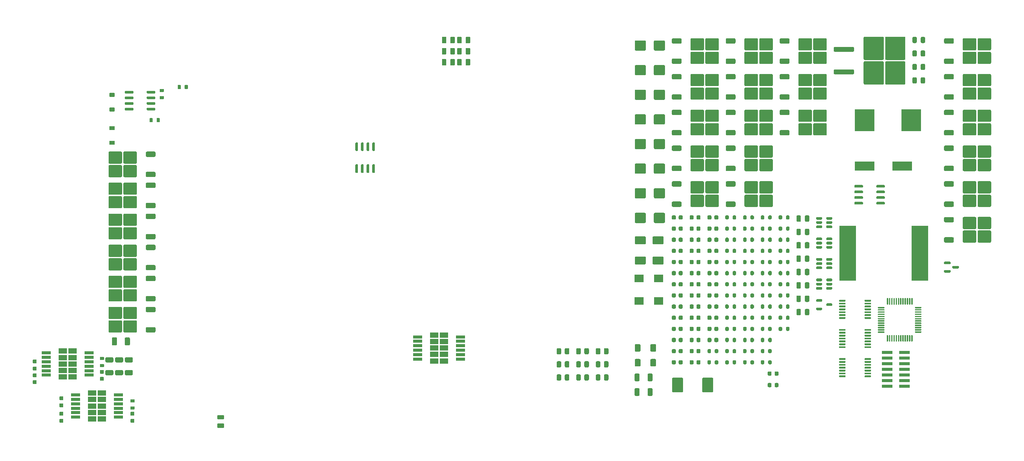
<source format=gtp>
G04 #@! TF.GenerationSoftware,KiCad,Pcbnew,8.0.9-8.0.9-0~ubuntu24.04.1*
G04 #@! TF.CreationDate,2025-12-27T20:23:21+00:00*
G04 #@! TF.ProjectId,uaefi,75616566-692e-46b6-9963-61645f706362,E*
G04 #@! TF.SameCoordinates,Original*
G04 #@! TF.FileFunction,Paste,Top*
G04 #@! TF.FilePolarity,Positive*
%FSLAX46Y46*%
G04 Gerber Fmt 4.6, Leading zero omitted, Abs format (unit mm)*
G04 Created by KiCad (PCBNEW 8.0.9-8.0.9-0~ubuntu24.04.1) date 2025-12-27 20:23:21*
%MOMM*%
%LPD*%
G01*
G04 APERTURE LIST*
%ADD10R,3.825000X12.320000*%
%ADD11O,0.000001X0.000001*%
%ADD12R,1.950000X1.160000*%
%ADD13R,2.000000X0.650000*%
%ADD14R,4.500000X2.000000*%
%ADD15R,4.500000X5.000000*%
%ADD16R,2.000000X1.800000*%
%ADD17R,2.400000X0.740000*%
G04 APERTURE END LIST*
G04 #@! TO.C,R121*
G36*
G01*
X161125000Y25155000D02*
X161125000Y25705000D01*
G75*
G02*
X161325000Y25905000I200000J0D01*
G01*
X161725000Y25905000D01*
G75*
G02*
X161925000Y25705000I0J-200000D01*
G01*
X161925000Y25155000D01*
G75*
G02*
X161725000Y24955000I-200000J0D01*
G01*
X161325000Y24955000D01*
G75*
G02*
X161125000Y25155000I0J200000D01*
G01*
G37*
G36*
G01*
X162775000Y25155000D02*
X162775000Y25705000D01*
G75*
G02*
X162975000Y25905000I200000J0D01*
G01*
X163375000Y25905000D01*
G75*
G02*
X163575000Y25705000I0J-200000D01*
G01*
X163575000Y25155000D01*
G75*
G02*
X163375000Y24955000I-200000J0D01*
G01*
X162975000Y24955000D01*
G75*
G02*
X162775000Y25155000I0J200000D01*
G01*
G37*
G04 #@! TD*
G04 #@! TO.C,C98*
G36*
G01*
X153105000Y32710000D02*
X153105000Y33210000D01*
G75*
G02*
X153330000Y33435000I225000J0D01*
G01*
X153780000Y33435000D01*
G75*
G02*
X154005000Y33210000I0J-225000D01*
G01*
X154005000Y32710000D01*
G75*
G02*
X153780000Y32485000I-225000J0D01*
G01*
X153330000Y32485000D01*
G75*
G02*
X153105000Y32710000I0J225000D01*
G01*
G37*
G36*
G01*
X154655000Y32710000D02*
X154655000Y33210000D01*
G75*
G02*
X154880000Y33435000I225000J0D01*
G01*
X155330000Y33435000D01*
G75*
G02*
X155555000Y33210000I0J-225000D01*
G01*
X155555000Y32710000D01*
G75*
G02*
X155330000Y32485000I-225000J0D01*
G01*
X154880000Y32485000D01*
G75*
G02*
X154655000Y32710000I0J225000D01*
G01*
G37*
G04 #@! TD*
G04 #@! TO.C,R163*
G36*
G01*
X169145000Y27665000D02*
X169145000Y28215000D01*
G75*
G02*
X169345000Y28415000I200000J0D01*
G01*
X169745000Y28415000D01*
G75*
G02*
X169945000Y28215000I0J-200000D01*
G01*
X169945000Y27665000D01*
G75*
G02*
X169745000Y27465000I-200000J0D01*
G01*
X169345000Y27465000D01*
G75*
G02*
X169145000Y27665000I0J200000D01*
G01*
G37*
G36*
G01*
X170795000Y27665000D02*
X170795000Y28215000D01*
G75*
G02*
X170995000Y28415000I200000J0D01*
G01*
X171395000Y28415000D01*
G75*
G02*
X171595000Y28215000I0J-200000D01*
G01*
X171595000Y27665000D01*
G75*
G02*
X171395000Y27465000I-200000J0D01*
G01*
X170995000Y27465000D01*
G75*
G02*
X170795000Y27665000I0J200000D01*
G01*
G37*
G04 #@! TD*
G04 #@! TO.C,R40*
G36*
G01*
X96749999Y84875000D02*
X96749999Y86125000D01*
G75*
G02*
X96849999Y86225000I100000J0D01*
G01*
X97649999Y86225000D01*
G75*
G02*
X97749999Y86125000I0J-100000D01*
G01*
X97749999Y84875000D01*
G75*
G02*
X97649999Y84775000I-100000J0D01*
G01*
X96849999Y84775000D01*
G75*
G02*
X96749999Y84875000I0J100000D01*
G01*
G37*
G36*
G01*
X98650021Y84875000D02*
X98650021Y86125000D01*
G75*
G02*
X98750021Y86225000I100000J0D01*
G01*
X99550021Y86225000D01*
G75*
G02*
X99650021Y86125000I0J-100000D01*
G01*
X99650021Y84875000D01*
G75*
G02*
X99550021Y84775000I-100000J0D01*
G01*
X98750021Y84775000D01*
G75*
G02*
X98650021Y84875000I0J100000D01*
G01*
G37*
G04 #@! TD*
G04 #@! TO.C,C100*
G36*
G01*
X153105000Y30200000D02*
X153105000Y30700000D01*
G75*
G02*
X153330000Y30925000I225000J0D01*
G01*
X153780000Y30925000D01*
G75*
G02*
X154005000Y30700000I0J-225000D01*
G01*
X154005000Y30200000D01*
G75*
G02*
X153780000Y29975000I-225000J0D01*
G01*
X153330000Y29975000D01*
G75*
G02*
X153105000Y30200000I0J225000D01*
G01*
G37*
G36*
G01*
X154655000Y30200000D02*
X154655000Y30700000D01*
G75*
G02*
X154880000Y30925000I225000J0D01*
G01*
X155330000Y30925000D01*
G75*
G02*
X155555000Y30700000I0J-225000D01*
G01*
X155555000Y30200000D01*
G75*
G02*
X155330000Y29975000I-225000J0D01*
G01*
X154880000Y29975000D01*
G75*
G02*
X154655000Y30200000I0J225000D01*
G01*
G37*
G04 #@! TD*
G04 #@! TO.C,C94*
G36*
G01*
X153105000Y42750000D02*
X153105000Y43250000D01*
G75*
G02*
X153330000Y43475000I225000J0D01*
G01*
X153780000Y43475000D01*
G75*
G02*
X154005000Y43250000I0J-225000D01*
G01*
X154005000Y42750000D01*
G75*
G02*
X153780000Y42525000I-225000J0D01*
G01*
X153330000Y42525000D01*
G75*
G02*
X153105000Y42750000I0J225000D01*
G01*
G37*
G36*
G01*
X154655000Y42750000D02*
X154655000Y43250000D01*
G75*
G02*
X154880000Y43475000I225000J0D01*
G01*
X155330000Y43475000D01*
G75*
G02*
X155555000Y43250000I0J-225000D01*
G01*
X155555000Y42750000D01*
G75*
G02*
X155330000Y42525000I-225000J0D01*
G01*
X154880000Y42525000D01*
G75*
G02*
X154655000Y42750000I0J225000D01*
G01*
G37*
G04 #@! TD*
G04 #@! TO.C,C62*
G36*
G01*
X149095000Y50280000D02*
X149095000Y50780000D01*
G75*
G02*
X149320000Y51005000I225000J0D01*
G01*
X149770000Y51005000D01*
G75*
G02*
X149995000Y50780000I0J-225000D01*
G01*
X149995000Y50280000D01*
G75*
G02*
X149770000Y50055000I-225000J0D01*
G01*
X149320000Y50055000D01*
G75*
G02*
X149095000Y50280000I0J225000D01*
G01*
G37*
G36*
G01*
X150645000Y50280000D02*
X150645000Y50780000D01*
G75*
G02*
X150870000Y51005000I225000J0D01*
G01*
X151320000Y51005000D01*
G75*
G02*
X151545000Y50780000I0J-225000D01*
G01*
X151545000Y50280000D01*
G75*
G02*
X151320000Y50055000I-225000J0D01*
G01*
X150870000Y50055000D01*
G75*
G02*
X150645000Y50280000I0J225000D01*
G01*
G37*
G04 #@! TD*
G04 #@! TO.C,D29*
G36*
G01*
X136735000Y49530000D02*
X136735000Y51330000D01*
G75*
G02*
X136985000Y51580000I250000J0D01*
G01*
X138985000Y51580000D01*
G75*
G02*
X139235000Y51330000I0J-250000D01*
G01*
X139235000Y49530000D01*
G75*
G02*
X138985000Y49280000I-250000J0D01*
G01*
X136985000Y49280000D01*
G75*
G02*
X136735000Y49530000I0J250000D01*
G01*
G37*
G36*
G01*
X141035000Y49530000D02*
X141035000Y51330000D01*
G75*
G02*
X141285000Y51580000I250000J0D01*
G01*
X143285000Y51580000D01*
G75*
G02*
X143535000Y51330000I0J-250000D01*
G01*
X143535000Y49530000D01*
G75*
G02*
X143285000Y49280000I-250000J0D01*
G01*
X141285000Y49280000D01*
G75*
G02*
X141035000Y49530000I0J250000D01*
G01*
G37*
G04 #@! TD*
G04 #@! TO.C,R147*
G36*
G01*
X169145000Y47745000D02*
X169145000Y48295000D01*
G75*
G02*
X169345000Y48495000I200000J0D01*
G01*
X169745000Y48495000D01*
G75*
G02*
X169945000Y48295000I0J-200000D01*
G01*
X169945000Y47745000D01*
G75*
G02*
X169745000Y47545000I-200000J0D01*
G01*
X169345000Y47545000D01*
G75*
G02*
X169145000Y47745000I0J200000D01*
G01*
G37*
G36*
G01*
X170795000Y47745000D02*
X170795000Y48295000D01*
G75*
G02*
X170995000Y48495000I200000J0D01*
G01*
X171395000Y48495000D01*
G75*
G02*
X171595000Y48295000I0J-200000D01*
G01*
X171595000Y47745000D01*
G75*
G02*
X171395000Y47545000I-200000J0D01*
G01*
X170995000Y47545000D01*
G75*
G02*
X170795000Y47745000I0J200000D01*
G01*
G37*
G04 #@! TD*
G04 #@! TO.C,U7*
G36*
G01*
X28775000Y75110000D02*
X28775000Y74810000D01*
G75*
G02*
X28625000Y74660000I-150000J0D01*
G01*
X26975000Y74660000D01*
G75*
G02*
X26825000Y74810000I0J150000D01*
G01*
X26825000Y75110000D01*
G75*
G02*
X26975000Y75260000I150000J0D01*
G01*
X28625000Y75260000D01*
G75*
G02*
X28775000Y75110000I0J-150000D01*
G01*
G37*
G36*
G01*
X28775000Y76380000D02*
X28775000Y76080000D01*
G75*
G02*
X28625000Y75930000I-150000J0D01*
G01*
X26975000Y75930000D01*
G75*
G02*
X26825000Y76080000I0J150000D01*
G01*
X26825000Y76380000D01*
G75*
G02*
X26975000Y76530000I150000J0D01*
G01*
X28625000Y76530000D01*
G75*
G02*
X28775000Y76380000I0J-150000D01*
G01*
G37*
G36*
G01*
X28775000Y77650000D02*
X28775000Y77350000D01*
G75*
G02*
X28625000Y77200000I-150000J0D01*
G01*
X26975000Y77200000D01*
G75*
G02*
X26825000Y77350000I0J150000D01*
G01*
X26825000Y77650000D01*
G75*
G02*
X26975000Y77800000I150000J0D01*
G01*
X28625000Y77800000D01*
G75*
G02*
X28775000Y77650000I0J-150000D01*
G01*
G37*
G36*
G01*
X28775000Y78920000D02*
X28775000Y78620000D01*
G75*
G02*
X28625000Y78470000I-150000J0D01*
G01*
X26975000Y78470000D01*
G75*
G02*
X26825000Y78620000I0J150000D01*
G01*
X26825000Y78920000D01*
G75*
G02*
X26975000Y79070000I150000J0D01*
G01*
X28625000Y79070000D01*
G75*
G02*
X28775000Y78920000I0J-150000D01*
G01*
G37*
G36*
G01*
X23825000Y78920000D02*
X23825000Y78620000D01*
G75*
G02*
X23675000Y78470000I-150000J0D01*
G01*
X22025000Y78470000D01*
G75*
G02*
X21875000Y78620000I0J150000D01*
G01*
X21875000Y78920000D01*
G75*
G02*
X22025000Y79070000I150000J0D01*
G01*
X23675000Y79070000D01*
G75*
G02*
X23825000Y78920000I0J-150000D01*
G01*
G37*
G36*
G01*
X23825000Y77650000D02*
X23825000Y77350000D01*
G75*
G02*
X23675000Y77200000I-150000J0D01*
G01*
X22025000Y77200000D01*
G75*
G02*
X21875000Y77350000I0J150000D01*
G01*
X21875000Y77650000D01*
G75*
G02*
X22025000Y77800000I150000J0D01*
G01*
X23675000Y77800000D01*
G75*
G02*
X23825000Y77650000I0J-150000D01*
G01*
G37*
G36*
G01*
X23825000Y76380000D02*
X23825000Y76080000D01*
G75*
G02*
X23675000Y75930000I-150000J0D01*
G01*
X22025000Y75930000D01*
G75*
G02*
X21875000Y76080000I0J150000D01*
G01*
X21875000Y76380000D01*
G75*
G02*
X22025000Y76530000I150000J0D01*
G01*
X23675000Y76530000D01*
G75*
G02*
X23825000Y76380000I0J-150000D01*
G01*
G37*
G36*
G01*
X23825000Y75110000D02*
X23825000Y74810000D01*
G75*
G02*
X23675000Y74660000I-150000J0D01*
G01*
X22025000Y74660000D01*
G75*
G02*
X21875000Y74810000I0J150000D01*
G01*
X21875000Y75110000D01*
G75*
G02*
X22025000Y75260000I150000J0D01*
G01*
X23675000Y75260000D01*
G75*
G02*
X23825000Y75110000I0J-150000D01*
G01*
G37*
G04 #@! TD*
G04 #@! TO.C,Q4*
G36*
G01*
X206400000Y65790000D02*
X206400000Y66490000D01*
G75*
G02*
X206650000Y66740000I250000J0D01*
G01*
X208350000Y66740000D01*
G75*
G02*
X208600000Y66490000I0J-250000D01*
G01*
X208600000Y65790000D01*
G75*
G02*
X208350000Y65540000I-250000J0D01*
G01*
X206650000Y65540000D01*
G75*
G02*
X206400000Y65790000I0J250000D01*
G01*
G37*
G36*
G01*
X210600000Y64260000D02*
X210600000Y66510000D01*
G75*
G02*
X210850000Y66760000I250000J0D01*
G01*
X213400000Y66760000D01*
G75*
G02*
X213650000Y66510000I0J-250000D01*
G01*
X213650000Y64260000D01*
G75*
G02*
X213400000Y64010000I-250000J0D01*
G01*
X210850000Y64010000D01*
G75*
G02*
X210600000Y64260000I0J250000D01*
G01*
G37*
G36*
G01*
X210600000Y61210000D02*
X210600000Y63460000D01*
G75*
G02*
X210850000Y63710000I250000J0D01*
G01*
X213400000Y63710000D01*
G75*
G02*
X213650000Y63460000I0J-250000D01*
G01*
X213650000Y61210000D01*
G75*
G02*
X213400000Y60960000I-250000J0D01*
G01*
X210850000Y60960000D01*
G75*
G02*
X210600000Y61210000I0J250000D01*
G01*
G37*
G36*
G01*
X213950000Y64260000D02*
X213950000Y66510000D01*
G75*
G02*
X214200000Y66760000I250000J0D01*
G01*
X216750000Y66760000D01*
G75*
G02*
X217000000Y66510000I0J-250000D01*
G01*
X217000000Y64260000D01*
G75*
G02*
X216750000Y64010000I-250000J0D01*
G01*
X214200000Y64010000D01*
G75*
G02*
X213950000Y64260000I0J250000D01*
G01*
G37*
G36*
G01*
X213950000Y61210000D02*
X213950000Y63460000D01*
G75*
G02*
X214200000Y63710000I250000J0D01*
G01*
X216750000Y63710000D01*
G75*
G02*
X217000000Y63460000I0J-250000D01*
G01*
X217000000Y61210000D01*
G75*
G02*
X216750000Y60960000I-250000J0D01*
G01*
X214200000Y60960000D01*
G75*
G02*
X213950000Y61210000I0J250000D01*
G01*
G37*
G36*
G01*
X206400000Y61230000D02*
X206400000Y61930000D01*
G75*
G02*
X206650000Y62180000I250000J0D01*
G01*
X208350000Y62180000D01*
G75*
G02*
X208600000Y61930000I0J-250000D01*
G01*
X208600000Y61230000D01*
G75*
G02*
X208350000Y60980000I-250000J0D01*
G01*
X206650000Y60980000D01*
G75*
G02*
X206400000Y61230000I0J250000D01*
G01*
G37*
G04 #@! TD*
D10*
G04 #@! TO.C,L4*
X184677500Y42460000D03*
X200922500Y42460000D03*
G04 #@! TD*
G04 #@! TO.C,C24*
G36*
G01*
X7260000Y10215001D02*
X7940000Y10215001D01*
G75*
G02*
X8025000Y10130001I0J-85000D01*
G01*
X8025000Y9450001D01*
G75*
G02*
X7940000Y9365001I-85000J0D01*
G01*
X7260000Y9365001D01*
G75*
G02*
X7175000Y9450001I0J85000D01*
G01*
X7175000Y10130001D01*
G75*
G02*
X7260000Y10215001I85000J0D01*
G01*
G37*
G36*
G01*
X7260000Y8634999D02*
X7940000Y8634999D01*
G75*
G02*
X8025000Y8549999I0J-85000D01*
G01*
X8025000Y7869999D01*
G75*
G02*
X7940000Y7784999I-85000J0D01*
G01*
X7260000Y7784999D01*
G75*
G02*
X7175000Y7869999I0J85000D01*
G01*
X7175000Y8549999D01*
G75*
G02*
X7260000Y8634999I85000J0D01*
G01*
G37*
G04 #@! TD*
G04 #@! TO.C,R76*
G36*
G01*
X157115000Y47745000D02*
X157115000Y48295000D01*
G75*
G02*
X157315000Y48495000I200000J0D01*
G01*
X157715000Y48495000D01*
G75*
G02*
X157915000Y48295000I0J-200000D01*
G01*
X157915000Y47745000D01*
G75*
G02*
X157715000Y47545000I-200000J0D01*
G01*
X157315000Y47545000D01*
G75*
G02*
X157115000Y47745000I0J200000D01*
G01*
G37*
G36*
G01*
X158765000Y47745000D02*
X158765000Y48295000D01*
G75*
G02*
X158965000Y48495000I200000J0D01*
G01*
X159365000Y48495000D01*
G75*
G02*
X159565000Y48295000I0J-200000D01*
G01*
X159565000Y47745000D01*
G75*
G02*
X159365000Y47545000I-200000J0D01*
G01*
X158965000Y47545000D01*
G75*
G02*
X158765000Y47745000I0J200000D01*
G01*
G37*
G04 #@! TD*
G04 #@! TO.C,D19*
G36*
G01*
X136735000Y40180000D02*
X136735000Y41480000D01*
G75*
G02*
X136985000Y41730000I250000J0D01*
G01*
X138985000Y41730000D01*
G75*
G02*
X139235000Y41480000I0J-250000D01*
G01*
X139235000Y40180000D01*
G75*
G02*
X138985000Y39930000I-250000J0D01*
G01*
X136985000Y39930000D01*
G75*
G02*
X136735000Y40180000I0J250000D01*
G01*
G37*
G36*
G01*
X140735000Y40180000D02*
X140735000Y41480000D01*
G75*
G02*
X140985000Y41730000I250000J0D01*
G01*
X142985000Y41730000D01*
G75*
G02*
X143235000Y41480000I0J-250000D01*
G01*
X143235000Y40180000D01*
G75*
G02*
X142985000Y39930000I-250000J0D01*
G01*
X140985000Y39930000D01*
G75*
G02*
X140735000Y40180000I0J250000D01*
G01*
G37*
G04 #@! TD*
G04 #@! TO.C,C49*
G36*
G01*
X145085000Y30200000D02*
X145085000Y30700000D01*
G75*
G02*
X145310000Y30925000I225000J0D01*
G01*
X145760000Y30925000D01*
G75*
G02*
X145985000Y30700000I0J-225000D01*
G01*
X145985000Y30200000D01*
G75*
G02*
X145760000Y29975000I-225000J0D01*
G01*
X145310000Y29975000D01*
G75*
G02*
X145085000Y30200000I0J225000D01*
G01*
G37*
G36*
G01*
X146635000Y30200000D02*
X146635000Y30700000D01*
G75*
G02*
X146860000Y30925000I225000J0D01*
G01*
X147310000Y30925000D01*
G75*
G02*
X147535000Y30700000I0J-225000D01*
G01*
X147535000Y30200000D01*
G75*
G02*
X147310000Y29975000I-225000J0D01*
G01*
X146860000Y29975000D01*
G75*
G02*
X146635000Y30200000I0J225000D01*
G01*
G37*
G04 #@! TD*
G04 #@! TO.C,C129*
G36*
G01*
X173150000Y28735000D02*
X173150000Y29685000D01*
G75*
G02*
X173400000Y29935000I250000J0D01*
G01*
X173900000Y29935000D01*
G75*
G02*
X174150000Y29685000I0J-250000D01*
G01*
X174150000Y28735000D01*
G75*
G02*
X173900000Y28485000I-250000J0D01*
G01*
X173400000Y28485000D01*
G75*
G02*
X173150000Y28735000I0J250000D01*
G01*
G37*
G36*
G01*
X175050000Y28735000D02*
X175050000Y29685000D01*
G75*
G02*
X175300000Y29935000I250000J0D01*
G01*
X175800000Y29935000D01*
G75*
G02*
X176050000Y29685000I0J-250000D01*
G01*
X176050000Y28735000D01*
G75*
G02*
X175800000Y28485000I-250000J0D01*
G01*
X175300000Y28485000D01*
G75*
G02*
X175050000Y28735000I0J250000D01*
G01*
G37*
G04 #@! TD*
G04 #@! TO.C,R39*
G36*
G01*
X96749999Y87375000D02*
X96749999Y88625000D01*
G75*
G02*
X96849999Y88725000I100000J0D01*
G01*
X97649999Y88725000D01*
G75*
G02*
X97749999Y88625000I0J-100000D01*
G01*
X97749999Y87375000D01*
G75*
G02*
X97649999Y87275000I-100000J0D01*
G01*
X96849999Y87275000D01*
G75*
G02*
X96749999Y87375000I0J100000D01*
G01*
G37*
G36*
G01*
X98650021Y87375000D02*
X98650021Y88625000D01*
G75*
G02*
X98750021Y88725000I100000J0D01*
G01*
X99550021Y88725000D01*
G75*
G02*
X99650021Y88625000I0J-100000D01*
G01*
X99650021Y87375000D01*
G75*
G02*
X99550021Y87275000I-100000J0D01*
G01*
X98750021Y87275000D01*
G75*
G02*
X98650021Y87375000I0J100000D01*
G01*
G37*
G04 #@! TD*
G04 #@! TO.C,R118*
G36*
G01*
X161125000Y32685000D02*
X161125000Y33235000D01*
G75*
G02*
X161325000Y33435000I200000J0D01*
G01*
X161725000Y33435000D01*
G75*
G02*
X161925000Y33235000I0J-200000D01*
G01*
X161925000Y32685000D01*
G75*
G02*
X161725000Y32485000I-200000J0D01*
G01*
X161325000Y32485000D01*
G75*
G02*
X161125000Y32685000I0J200000D01*
G01*
G37*
G36*
G01*
X162775000Y32685000D02*
X162775000Y33235000D01*
G75*
G02*
X162975000Y33435000I200000J0D01*
G01*
X163375000Y33435000D01*
G75*
G02*
X163575000Y33235000I0J-200000D01*
G01*
X163575000Y32685000D01*
G75*
G02*
X163375000Y32485000I-200000J0D01*
G01*
X162975000Y32485000D01*
G75*
G02*
X162775000Y32685000I0J200000D01*
G01*
G37*
G04 #@! TD*
G04 #@! TO.C,Q10*
G36*
G01*
X28800000Y39570000D02*
X28800000Y38870000D01*
G75*
G02*
X28550000Y38620000I-250000J0D01*
G01*
X26850000Y38620000D01*
G75*
G02*
X26600000Y38870000I0J250000D01*
G01*
X26600000Y39570000D01*
G75*
G02*
X26850000Y39820000I250000J0D01*
G01*
X28550000Y39820000D01*
G75*
G02*
X28800000Y39570000I0J-250000D01*
G01*
G37*
G36*
G01*
X24600000Y41100000D02*
X24600000Y38850000D01*
G75*
G02*
X24350000Y38600000I-250000J0D01*
G01*
X21800000Y38600000D01*
G75*
G02*
X21550000Y38850000I0J250000D01*
G01*
X21550000Y41100000D01*
G75*
G02*
X21800000Y41350000I250000J0D01*
G01*
X24350000Y41350000D01*
G75*
G02*
X24600000Y41100000I0J-250000D01*
G01*
G37*
G36*
G01*
X24600000Y44150000D02*
X24600000Y41900000D01*
G75*
G02*
X24350000Y41650000I-250000J0D01*
G01*
X21800000Y41650000D01*
G75*
G02*
X21550000Y41900000I0J250000D01*
G01*
X21550000Y44150000D01*
G75*
G02*
X21800000Y44400000I250000J0D01*
G01*
X24350000Y44400000D01*
G75*
G02*
X24600000Y44150000I0J-250000D01*
G01*
G37*
G36*
G01*
X21250000Y41100000D02*
X21250000Y38850000D01*
G75*
G02*
X21000000Y38600000I-250000J0D01*
G01*
X18450000Y38600000D01*
G75*
G02*
X18200000Y38850000I0J250000D01*
G01*
X18200000Y41100000D01*
G75*
G02*
X18450000Y41350000I250000J0D01*
G01*
X21000000Y41350000D01*
G75*
G02*
X21250000Y41100000I0J-250000D01*
G01*
G37*
G36*
G01*
X21250000Y44150000D02*
X21250000Y41900000D01*
G75*
G02*
X21000000Y41650000I-250000J0D01*
G01*
X18450000Y41650000D01*
G75*
G02*
X18200000Y41900000I0J250000D01*
G01*
X18200000Y44150000D01*
G75*
G02*
X18450000Y44400000I250000J0D01*
G01*
X21000000Y44400000D01*
G75*
G02*
X21250000Y44150000I0J-250000D01*
G01*
G37*
G36*
G01*
X28800000Y44130000D02*
X28800000Y43430000D01*
G75*
G02*
X28550000Y43180000I-250000J0D01*
G01*
X26850000Y43180000D01*
G75*
G02*
X26600000Y43430000I0J250000D01*
G01*
X26600000Y44130000D01*
G75*
G02*
X26850000Y44380000I250000J0D01*
G01*
X28550000Y44380000D01*
G75*
G02*
X28800000Y44130000I0J-250000D01*
G01*
G37*
G04 #@! TD*
G04 #@! TO.C,R103*
G36*
G01*
X161125000Y50255000D02*
X161125000Y50805000D01*
G75*
G02*
X161325000Y51005000I200000J0D01*
G01*
X161725000Y51005000D01*
G75*
G02*
X161925000Y50805000I0J-200000D01*
G01*
X161925000Y50255000D01*
G75*
G02*
X161725000Y50055000I-200000J0D01*
G01*
X161325000Y50055000D01*
G75*
G02*
X161125000Y50255000I0J200000D01*
G01*
G37*
G36*
G01*
X162775000Y50255000D02*
X162775000Y50805000D01*
G75*
G02*
X162975000Y51005000I200000J0D01*
G01*
X163375000Y51005000D01*
G75*
G02*
X163575000Y50805000I0J-200000D01*
G01*
X163575000Y50255000D01*
G75*
G02*
X163375000Y50055000I-200000J0D01*
G01*
X162975000Y50055000D01*
G75*
G02*
X162775000Y50255000I0J200000D01*
G01*
G37*
G04 #@! TD*
G04 #@! TO.C,Q15*
G36*
G01*
X145080000Y57735000D02*
X145080000Y58435000D01*
G75*
G02*
X145330000Y58685000I250000J0D01*
G01*
X147030000Y58685000D01*
G75*
G02*
X147280000Y58435000I0J-250000D01*
G01*
X147280000Y57735000D01*
G75*
G02*
X147030000Y57485000I-250000J0D01*
G01*
X145330000Y57485000D01*
G75*
G02*
X145080000Y57735000I0J250000D01*
G01*
G37*
G36*
G01*
X149280000Y56205000D02*
X149280000Y58455000D01*
G75*
G02*
X149530000Y58705000I250000J0D01*
G01*
X152080000Y58705000D01*
G75*
G02*
X152330000Y58455000I0J-250000D01*
G01*
X152330000Y56205000D01*
G75*
G02*
X152080000Y55955000I-250000J0D01*
G01*
X149530000Y55955000D01*
G75*
G02*
X149280000Y56205000I0J250000D01*
G01*
G37*
G36*
G01*
X149280000Y53155000D02*
X149280000Y55405000D01*
G75*
G02*
X149530000Y55655000I250000J0D01*
G01*
X152080000Y55655000D01*
G75*
G02*
X152330000Y55405000I0J-250000D01*
G01*
X152330000Y53155000D01*
G75*
G02*
X152080000Y52905000I-250000J0D01*
G01*
X149530000Y52905000D01*
G75*
G02*
X149280000Y53155000I0J250000D01*
G01*
G37*
G36*
G01*
X152630000Y56205000D02*
X152630000Y58455000D01*
G75*
G02*
X152880000Y58705000I250000J0D01*
G01*
X155430000Y58705000D01*
G75*
G02*
X155680000Y58455000I0J-250000D01*
G01*
X155680000Y56205000D01*
G75*
G02*
X155430000Y55955000I-250000J0D01*
G01*
X152880000Y55955000D01*
G75*
G02*
X152630000Y56205000I0J250000D01*
G01*
G37*
G36*
G01*
X152630000Y53155000D02*
X152630000Y55405000D01*
G75*
G02*
X152880000Y55655000I250000J0D01*
G01*
X155430000Y55655000D01*
G75*
G02*
X155680000Y55405000I0J-250000D01*
G01*
X155680000Y53155000D01*
G75*
G02*
X155430000Y52905000I-250000J0D01*
G01*
X152880000Y52905000D01*
G75*
G02*
X152630000Y53155000I0J250000D01*
G01*
G37*
G36*
G01*
X145080000Y53175000D02*
X145080000Y53875000D01*
G75*
G02*
X145330000Y54125000I250000J0D01*
G01*
X147030000Y54125000D01*
G75*
G02*
X147280000Y53875000I0J-250000D01*
G01*
X147280000Y53175000D01*
G75*
G02*
X147030000Y52925000I-250000J0D01*
G01*
X145330000Y52925000D01*
G75*
G02*
X145080000Y53175000I0J250000D01*
G01*
G37*
G04 #@! TD*
G04 #@! TO.C,U14*
G36*
G01*
X177600000Y31685000D02*
X177600000Y31985000D01*
G75*
G02*
X177750000Y32135000I150000J0D01*
G01*
X178775000Y32135000D01*
G75*
G02*
X178925000Y31985000I0J-150000D01*
G01*
X178925000Y31685000D01*
G75*
G02*
X178775000Y31535000I-150000J0D01*
G01*
X177750000Y31535000D01*
G75*
G02*
X177600000Y31685000I0J150000D01*
G01*
G37*
G36*
G01*
X177600000Y29785000D02*
X177600000Y30085000D01*
G75*
G02*
X177750000Y30235000I150000J0D01*
G01*
X178775000Y30235000D01*
G75*
G02*
X178925000Y30085000I0J-150000D01*
G01*
X178925000Y29785000D01*
G75*
G02*
X178775000Y29635000I-150000J0D01*
G01*
X177750000Y29635000D01*
G75*
G02*
X177600000Y29785000I0J150000D01*
G01*
G37*
G36*
G01*
X179875000Y30735000D02*
X179875000Y31035000D01*
G75*
G02*
X180025000Y31185000I150000J0D01*
G01*
X181050000Y31185000D01*
G75*
G02*
X181200000Y31035000I0J-150000D01*
G01*
X181200000Y30735000D01*
G75*
G02*
X181050000Y30585000I-150000J0D01*
G01*
X180025000Y30585000D01*
G75*
G02*
X179875000Y30735000I0J150000D01*
G01*
G37*
G04 #@! TD*
G04 #@! TO.C,R140*
G36*
G01*
X165135000Y30175000D02*
X165135000Y30725000D01*
G75*
G02*
X165335000Y30925000I200000J0D01*
G01*
X165735000Y30925000D01*
G75*
G02*
X165935000Y30725000I0J-200000D01*
G01*
X165935000Y30175000D01*
G75*
G02*
X165735000Y29975000I-200000J0D01*
G01*
X165335000Y29975000D01*
G75*
G02*
X165135000Y30175000I0J200000D01*
G01*
G37*
G36*
G01*
X166785000Y30175000D02*
X166785000Y30725000D01*
G75*
G02*
X166985000Y30925000I200000J0D01*
G01*
X167385000Y30925000D01*
G75*
G02*
X167585000Y30725000I0J-200000D01*
G01*
X167585000Y30175000D01*
G75*
G02*
X167385000Y29975000I-200000J0D01*
G01*
X166985000Y29975000D01*
G75*
G02*
X166785000Y30175000I0J200000D01*
G01*
G37*
G04 #@! TD*
G04 #@! TO.C,R75*
G36*
G01*
X157115000Y50255000D02*
X157115000Y50805000D01*
G75*
G02*
X157315000Y51005000I200000J0D01*
G01*
X157715000Y51005000D01*
G75*
G02*
X157915000Y50805000I0J-200000D01*
G01*
X157915000Y50255000D01*
G75*
G02*
X157715000Y50055000I-200000J0D01*
G01*
X157315000Y50055000D01*
G75*
G02*
X157115000Y50255000I0J200000D01*
G01*
G37*
G36*
G01*
X158765000Y50255000D02*
X158765000Y50805000D01*
G75*
G02*
X158965000Y51005000I200000J0D01*
G01*
X159365000Y51005000D01*
G75*
G02*
X159565000Y50805000I0J-200000D01*
G01*
X159565000Y50255000D01*
G75*
G02*
X159365000Y50055000I-200000J0D01*
G01*
X158965000Y50055000D01*
G75*
G02*
X158765000Y50255000I0J200000D01*
G01*
G37*
G04 #@! TD*
G04 #@! TO.C,C39*
G36*
G01*
X145085000Y50280000D02*
X145085000Y50780000D01*
G75*
G02*
X145310000Y51005000I225000J0D01*
G01*
X145760000Y51005000D01*
G75*
G02*
X145985000Y50780000I0J-225000D01*
G01*
X145985000Y50280000D01*
G75*
G02*
X145760000Y50055000I-225000J0D01*
G01*
X145310000Y50055000D01*
G75*
G02*
X145085000Y50280000I0J225000D01*
G01*
G37*
G36*
G01*
X146635000Y50280000D02*
X146635000Y50780000D01*
G75*
G02*
X146860000Y51005000I225000J0D01*
G01*
X147310000Y51005000D01*
G75*
G02*
X147535000Y50780000I0J-225000D01*
G01*
X147535000Y50280000D01*
G75*
G02*
X147310000Y50055000I-225000J0D01*
G01*
X146860000Y50055000D01*
G75*
G02*
X146635000Y50280000I0J225000D01*
G01*
G37*
G04 #@! TD*
G04 #@! TO.C,C91*
G36*
G01*
X153105000Y50280000D02*
X153105000Y50780000D01*
G75*
G02*
X153330000Y51005000I225000J0D01*
G01*
X153780000Y51005000D01*
G75*
G02*
X154005000Y50780000I0J-225000D01*
G01*
X154005000Y50280000D01*
G75*
G02*
X153780000Y50055000I-225000J0D01*
G01*
X153330000Y50055000D01*
G75*
G02*
X153105000Y50280000I0J225000D01*
G01*
G37*
G36*
G01*
X154655000Y50280000D02*
X154655000Y50780000D01*
G75*
G02*
X154880000Y51005000I225000J0D01*
G01*
X155330000Y51005000D01*
G75*
G02*
X155555000Y50780000I0J-225000D01*
G01*
X155555000Y50280000D01*
G75*
G02*
X155330000Y50055000I-225000J0D01*
G01*
X154880000Y50055000D01*
G75*
G02*
X154655000Y50280000I0J225000D01*
G01*
G37*
G04 #@! TD*
G04 #@! TO.C,C119*
G36*
G01*
X173150000Y37765000D02*
X173150000Y38715000D01*
G75*
G02*
X173400000Y38965000I250000J0D01*
G01*
X173900000Y38965000D01*
G75*
G02*
X174150000Y38715000I0J-250000D01*
G01*
X174150000Y37765000D01*
G75*
G02*
X173900000Y37515000I-250000J0D01*
G01*
X173400000Y37515000D01*
G75*
G02*
X173150000Y37765000I0J250000D01*
G01*
G37*
G36*
G01*
X175050000Y37765000D02*
X175050000Y38715000D01*
G75*
G02*
X175300000Y38965000I250000J0D01*
G01*
X175800000Y38965000D01*
G75*
G02*
X176050000Y38715000I0J-250000D01*
G01*
X176050000Y37765000D01*
G75*
G02*
X175800000Y37515000I-250000J0D01*
G01*
X175300000Y37515000D01*
G75*
G02*
X175050000Y37765000I0J250000D01*
G01*
G37*
G04 #@! TD*
G04 #@! TO.C,D10*
G36*
G01*
X136735000Y17195000D02*
X136735000Y18395000D01*
G75*
G02*
X136985000Y18645000I250000J0D01*
G01*
X137785000Y18645000D01*
G75*
G02*
X138035000Y18395000I0J-250000D01*
G01*
X138035000Y17195000D01*
G75*
G02*
X137785000Y16945000I-250000J0D01*
G01*
X136985000Y16945000D01*
G75*
G02*
X136735000Y17195000I0J250000D01*
G01*
G37*
G36*
G01*
X140235000Y17195000D02*
X140235000Y18395000D01*
G75*
G02*
X140485000Y18645000I250000J0D01*
G01*
X141285000Y18645000D01*
G75*
G02*
X141535000Y18395000I0J-250000D01*
G01*
X141535000Y17195000D01*
G75*
G02*
X141285000Y16945000I-250000J0D01*
G01*
X140485000Y16945000D01*
G75*
G02*
X140235000Y17195000I0J250000D01*
G01*
G37*
G04 #@! TD*
G04 #@! TO.C,Q3*
G36*
G01*
X206400000Y73845000D02*
X206400000Y74545000D01*
G75*
G02*
X206650000Y74795000I250000J0D01*
G01*
X208350000Y74795000D01*
G75*
G02*
X208600000Y74545000I0J-250000D01*
G01*
X208600000Y73845000D01*
G75*
G02*
X208350000Y73595000I-250000J0D01*
G01*
X206650000Y73595000D01*
G75*
G02*
X206400000Y73845000I0J250000D01*
G01*
G37*
G36*
G01*
X210600000Y72315000D02*
X210600000Y74565000D01*
G75*
G02*
X210850000Y74815000I250000J0D01*
G01*
X213400000Y74815000D01*
G75*
G02*
X213650000Y74565000I0J-250000D01*
G01*
X213650000Y72315000D01*
G75*
G02*
X213400000Y72065000I-250000J0D01*
G01*
X210850000Y72065000D01*
G75*
G02*
X210600000Y72315000I0J250000D01*
G01*
G37*
G36*
G01*
X210600000Y69265000D02*
X210600000Y71515000D01*
G75*
G02*
X210850000Y71765000I250000J0D01*
G01*
X213400000Y71765000D01*
G75*
G02*
X213650000Y71515000I0J-250000D01*
G01*
X213650000Y69265000D01*
G75*
G02*
X213400000Y69015000I-250000J0D01*
G01*
X210850000Y69015000D01*
G75*
G02*
X210600000Y69265000I0J250000D01*
G01*
G37*
G36*
G01*
X213950000Y72315000D02*
X213950000Y74565000D01*
G75*
G02*
X214200000Y74815000I250000J0D01*
G01*
X216750000Y74815000D01*
G75*
G02*
X217000000Y74565000I0J-250000D01*
G01*
X217000000Y72315000D01*
G75*
G02*
X216750000Y72065000I-250000J0D01*
G01*
X214200000Y72065000D01*
G75*
G02*
X213950000Y72315000I0J250000D01*
G01*
G37*
G36*
G01*
X213950000Y69265000D02*
X213950000Y71515000D01*
G75*
G02*
X214200000Y71765000I250000J0D01*
G01*
X216750000Y71765000D01*
G75*
G02*
X217000000Y71515000I0J-250000D01*
G01*
X217000000Y69265000D01*
G75*
G02*
X216750000Y69015000I-250000J0D01*
G01*
X214200000Y69015000D01*
G75*
G02*
X213950000Y69265000I0J250000D01*
G01*
G37*
G36*
G01*
X206400000Y69285000D02*
X206400000Y69985000D01*
G75*
G02*
X206650000Y70235000I250000J0D01*
G01*
X208350000Y70235000D01*
G75*
G02*
X208600000Y69985000I0J-250000D01*
G01*
X208600000Y69285000D01*
G75*
G02*
X208350000Y69035000I-250000J0D01*
G01*
X206650000Y69035000D01*
G75*
G02*
X206400000Y69285000I0J250000D01*
G01*
G37*
G04 #@! TD*
G04 #@! TO.C,D15*
G36*
G01*
X177600000Y45560000D02*
X177600000Y45860000D01*
G75*
G02*
X177750000Y46010000I150000J0D01*
G01*
X178775000Y46010000D01*
G75*
G02*
X178925000Y45860000I0J-150000D01*
G01*
X178925000Y45560000D01*
G75*
G02*
X178775000Y45410000I-150000J0D01*
G01*
X177750000Y45410000D01*
G75*
G02*
X177600000Y45560000I0J150000D01*
G01*
G37*
G36*
G01*
X177600000Y44610000D02*
X177600000Y44910000D01*
G75*
G02*
X177750000Y45060000I150000J0D01*
G01*
X178775000Y45060000D01*
G75*
G02*
X178925000Y44910000I0J-150000D01*
G01*
X178925000Y44610000D01*
G75*
G02*
X178775000Y44460000I-150000J0D01*
G01*
X177750000Y44460000D01*
G75*
G02*
X177600000Y44610000I0J150000D01*
G01*
G37*
G36*
G01*
X177600000Y43660000D02*
X177600000Y43960000D01*
G75*
G02*
X177750000Y44110000I150000J0D01*
G01*
X178775000Y44110000D01*
G75*
G02*
X178925000Y43960000I0J-150000D01*
G01*
X178925000Y43660000D01*
G75*
G02*
X178775000Y43510000I-150000J0D01*
G01*
X177750000Y43510000D01*
G75*
G02*
X177600000Y43660000I0J150000D01*
G01*
G37*
G36*
G01*
X179875000Y43660000D02*
X179875000Y43960000D01*
G75*
G02*
X180025000Y44110000I150000J0D01*
G01*
X181050000Y44110000D01*
G75*
G02*
X181200000Y43960000I0J-150000D01*
G01*
X181200000Y43660000D01*
G75*
G02*
X181050000Y43510000I-150000J0D01*
G01*
X180025000Y43510000D01*
G75*
G02*
X179875000Y43660000I0J150000D01*
G01*
G37*
G36*
G01*
X179875000Y44610000D02*
X179875000Y44910000D01*
G75*
G02*
X180025000Y45060000I150000J0D01*
G01*
X181050000Y45060000D01*
G75*
G02*
X181200000Y44910000I0J-150000D01*
G01*
X181200000Y44610000D01*
G75*
G02*
X181050000Y44460000I-150000J0D01*
G01*
X180025000Y44460000D01*
G75*
G02*
X179875000Y44610000I0J150000D01*
G01*
G37*
G36*
G01*
X179875000Y45560000D02*
X179875000Y45860000D01*
G75*
G02*
X180025000Y46010000I150000J0D01*
G01*
X181050000Y46010000D01*
G75*
G02*
X181200000Y45860000I0J-150000D01*
G01*
X181200000Y45560000D01*
G75*
G02*
X181050000Y45410000I-150000J0D01*
G01*
X180025000Y45410000D01*
G75*
G02*
X179875000Y45560000I0J150000D01*
G01*
G37*
G04 #@! TD*
G04 #@! TO.C,Q1*
G36*
G01*
X206400000Y89955000D02*
X206400000Y90655000D01*
G75*
G02*
X206650000Y90905000I250000J0D01*
G01*
X208350000Y90905000D01*
G75*
G02*
X208600000Y90655000I0J-250000D01*
G01*
X208600000Y89955000D01*
G75*
G02*
X208350000Y89705000I-250000J0D01*
G01*
X206650000Y89705000D01*
G75*
G02*
X206400000Y89955000I0J250000D01*
G01*
G37*
G36*
G01*
X210600000Y88425000D02*
X210600000Y90675000D01*
G75*
G02*
X210850000Y90925000I250000J0D01*
G01*
X213400000Y90925000D01*
G75*
G02*
X213650000Y90675000I0J-250000D01*
G01*
X213650000Y88425000D01*
G75*
G02*
X213400000Y88175000I-250000J0D01*
G01*
X210850000Y88175000D01*
G75*
G02*
X210600000Y88425000I0J250000D01*
G01*
G37*
G36*
G01*
X210600000Y85375000D02*
X210600000Y87625000D01*
G75*
G02*
X210850000Y87875000I250000J0D01*
G01*
X213400000Y87875000D01*
G75*
G02*
X213650000Y87625000I0J-250000D01*
G01*
X213650000Y85375000D01*
G75*
G02*
X213400000Y85125000I-250000J0D01*
G01*
X210850000Y85125000D01*
G75*
G02*
X210600000Y85375000I0J250000D01*
G01*
G37*
G36*
G01*
X213950000Y88425000D02*
X213950000Y90675000D01*
G75*
G02*
X214200000Y90925000I250000J0D01*
G01*
X216750000Y90925000D01*
G75*
G02*
X217000000Y90675000I0J-250000D01*
G01*
X217000000Y88425000D01*
G75*
G02*
X216750000Y88175000I-250000J0D01*
G01*
X214200000Y88175000D01*
G75*
G02*
X213950000Y88425000I0J250000D01*
G01*
G37*
G36*
G01*
X213950000Y85375000D02*
X213950000Y87625000D01*
G75*
G02*
X214200000Y87875000I250000J0D01*
G01*
X216750000Y87875000D01*
G75*
G02*
X217000000Y87625000I0J-250000D01*
G01*
X217000000Y85375000D01*
G75*
G02*
X216750000Y85125000I-250000J0D01*
G01*
X214200000Y85125000D01*
G75*
G02*
X213950000Y85375000I0J250000D01*
G01*
G37*
G36*
G01*
X206400000Y85395000D02*
X206400000Y86095000D01*
G75*
G02*
X206650000Y86345000I250000J0D01*
G01*
X208350000Y86345000D01*
G75*
G02*
X208600000Y86095000I0J-250000D01*
G01*
X208600000Y85395000D01*
G75*
G02*
X208350000Y85145000I-250000J0D01*
G01*
X206650000Y85145000D01*
G75*
G02*
X206400000Y85395000I0J250000D01*
G01*
G37*
G04 #@! TD*
G04 #@! TO.C,C86*
G36*
G01*
X149095000Y27690000D02*
X149095000Y28190000D01*
G75*
G02*
X149320000Y28415000I225000J0D01*
G01*
X149770000Y28415000D01*
G75*
G02*
X149995000Y28190000I0J-225000D01*
G01*
X149995000Y27690000D01*
G75*
G02*
X149770000Y27465000I-225000J0D01*
G01*
X149320000Y27465000D01*
G75*
G02*
X149095000Y27690000I0J225000D01*
G01*
G37*
G36*
G01*
X150645000Y27690000D02*
X150645000Y28190000D01*
G75*
G02*
X150870000Y28415000I225000J0D01*
G01*
X151320000Y28415000D01*
G75*
G02*
X151545000Y28190000I0J-225000D01*
G01*
X151545000Y27690000D01*
G75*
G02*
X151320000Y27465000I-225000J0D01*
G01*
X150870000Y27465000D01*
G75*
G02*
X150645000Y27690000I0J225000D01*
G01*
G37*
G04 #@! TD*
G04 #@! TO.C,Q7*
G36*
G01*
X28800000Y60570000D02*
X28800000Y59870000D01*
G75*
G02*
X28550000Y59620000I-250000J0D01*
G01*
X26850000Y59620000D01*
G75*
G02*
X26600000Y59870000I0J250000D01*
G01*
X26600000Y60570000D01*
G75*
G02*
X26850000Y60820000I250000J0D01*
G01*
X28550000Y60820000D01*
G75*
G02*
X28800000Y60570000I0J-250000D01*
G01*
G37*
G36*
G01*
X24600000Y62100000D02*
X24600000Y59850000D01*
G75*
G02*
X24350000Y59600000I-250000J0D01*
G01*
X21800000Y59600000D01*
G75*
G02*
X21550000Y59850000I0J250000D01*
G01*
X21550000Y62100000D01*
G75*
G02*
X21800000Y62350000I250000J0D01*
G01*
X24350000Y62350000D01*
G75*
G02*
X24600000Y62100000I0J-250000D01*
G01*
G37*
G36*
G01*
X24600000Y65150000D02*
X24600000Y62900000D01*
G75*
G02*
X24350000Y62650000I-250000J0D01*
G01*
X21800000Y62650000D01*
G75*
G02*
X21550000Y62900000I0J250000D01*
G01*
X21550000Y65150000D01*
G75*
G02*
X21800000Y65400000I250000J0D01*
G01*
X24350000Y65400000D01*
G75*
G02*
X24600000Y65150000I0J-250000D01*
G01*
G37*
G36*
G01*
X21250000Y62100000D02*
X21250000Y59850000D01*
G75*
G02*
X21000000Y59600000I-250000J0D01*
G01*
X18450000Y59600000D01*
G75*
G02*
X18200000Y59850000I0J250000D01*
G01*
X18200000Y62100000D01*
G75*
G02*
X18450000Y62350000I250000J0D01*
G01*
X21000000Y62350000D01*
G75*
G02*
X21250000Y62100000I0J-250000D01*
G01*
G37*
G36*
G01*
X21250000Y65150000D02*
X21250000Y62900000D01*
G75*
G02*
X21000000Y62650000I-250000J0D01*
G01*
X18450000Y62650000D01*
G75*
G02*
X18200000Y62900000I0J250000D01*
G01*
X18200000Y65150000D01*
G75*
G02*
X18450000Y65400000I250000J0D01*
G01*
X21000000Y65400000D01*
G75*
G02*
X21250000Y65150000I0J-250000D01*
G01*
G37*
G36*
G01*
X28800000Y65130000D02*
X28800000Y64430000D01*
G75*
G02*
X28550000Y64180000I-250000J0D01*
G01*
X26850000Y64180000D01*
G75*
G02*
X26600000Y64430000I0J250000D01*
G01*
X26600000Y65130000D01*
G75*
G02*
X26850000Y65380000I250000J0D01*
G01*
X28550000Y65380000D01*
G75*
G02*
X28800000Y65130000I0J-250000D01*
G01*
G37*
G04 #@! TD*
G04 #@! TO.C,Q8*
G36*
G01*
X28800000Y53570000D02*
X28800000Y52870000D01*
G75*
G02*
X28550000Y52620000I-250000J0D01*
G01*
X26850000Y52620000D01*
G75*
G02*
X26600000Y52870000I0J250000D01*
G01*
X26600000Y53570000D01*
G75*
G02*
X26850000Y53820000I250000J0D01*
G01*
X28550000Y53820000D01*
G75*
G02*
X28800000Y53570000I0J-250000D01*
G01*
G37*
G36*
G01*
X24600000Y55100000D02*
X24600000Y52850000D01*
G75*
G02*
X24350000Y52600000I-250000J0D01*
G01*
X21800000Y52600000D01*
G75*
G02*
X21550000Y52850000I0J250000D01*
G01*
X21550000Y55100000D01*
G75*
G02*
X21800000Y55350000I250000J0D01*
G01*
X24350000Y55350000D01*
G75*
G02*
X24600000Y55100000I0J-250000D01*
G01*
G37*
G36*
G01*
X24600000Y58150000D02*
X24600000Y55900000D01*
G75*
G02*
X24350000Y55650000I-250000J0D01*
G01*
X21800000Y55650000D01*
G75*
G02*
X21550000Y55900000I0J250000D01*
G01*
X21550000Y58150000D01*
G75*
G02*
X21800000Y58400000I250000J0D01*
G01*
X24350000Y58400000D01*
G75*
G02*
X24600000Y58150000I0J-250000D01*
G01*
G37*
G36*
G01*
X21250000Y55100000D02*
X21250000Y52850000D01*
G75*
G02*
X21000000Y52600000I-250000J0D01*
G01*
X18450000Y52600000D01*
G75*
G02*
X18200000Y52850000I0J250000D01*
G01*
X18200000Y55100000D01*
G75*
G02*
X18450000Y55350000I250000J0D01*
G01*
X21000000Y55350000D01*
G75*
G02*
X21250000Y55100000I0J-250000D01*
G01*
G37*
G36*
G01*
X21250000Y58150000D02*
X21250000Y55900000D01*
G75*
G02*
X21000000Y55650000I-250000J0D01*
G01*
X18450000Y55650000D01*
G75*
G02*
X18200000Y55900000I0J250000D01*
G01*
X18200000Y58150000D01*
G75*
G02*
X18450000Y58400000I250000J0D01*
G01*
X21000000Y58400000D01*
G75*
G02*
X21250000Y58150000I0J-250000D01*
G01*
G37*
G36*
G01*
X28800000Y58130000D02*
X28800000Y57430000D01*
G75*
G02*
X28550000Y57180000I-250000J0D01*
G01*
X26850000Y57180000D01*
G75*
G02*
X26600000Y57430000I0J250000D01*
G01*
X26600000Y58130000D01*
G75*
G02*
X26850000Y58380000I250000J0D01*
G01*
X28550000Y58380000D01*
G75*
G02*
X28800000Y58130000I0J-250000D01*
G01*
G37*
G04 #@! TD*
G04 #@! TO.C,Q20*
G36*
G01*
X157230000Y57735000D02*
X157230000Y58435000D01*
G75*
G02*
X157480000Y58685000I250000J0D01*
G01*
X159180000Y58685000D01*
G75*
G02*
X159430000Y58435000I0J-250000D01*
G01*
X159430000Y57735000D01*
G75*
G02*
X159180000Y57485000I-250000J0D01*
G01*
X157480000Y57485000D01*
G75*
G02*
X157230000Y57735000I0J250000D01*
G01*
G37*
G36*
G01*
X161430000Y56205000D02*
X161430000Y58455000D01*
G75*
G02*
X161680000Y58705000I250000J0D01*
G01*
X164230000Y58705000D01*
G75*
G02*
X164480000Y58455000I0J-250000D01*
G01*
X164480000Y56205000D01*
G75*
G02*
X164230000Y55955000I-250000J0D01*
G01*
X161680000Y55955000D01*
G75*
G02*
X161430000Y56205000I0J250000D01*
G01*
G37*
G36*
G01*
X161430000Y53155000D02*
X161430000Y55405000D01*
G75*
G02*
X161680000Y55655000I250000J0D01*
G01*
X164230000Y55655000D01*
G75*
G02*
X164480000Y55405000I0J-250000D01*
G01*
X164480000Y53155000D01*
G75*
G02*
X164230000Y52905000I-250000J0D01*
G01*
X161680000Y52905000D01*
G75*
G02*
X161430000Y53155000I0J250000D01*
G01*
G37*
G36*
G01*
X164780000Y56205000D02*
X164780000Y58455000D01*
G75*
G02*
X165030000Y58705000I250000J0D01*
G01*
X167580000Y58705000D01*
G75*
G02*
X167830000Y58455000I0J-250000D01*
G01*
X167830000Y56205000D01*
G75*
G02*
X167580000Y55955000I-250000J0D01*
G01*
X165030000Y55955000D01*
G75*
G02*
X164780000Y56205000I0J250000D01*
G01*
G37*
G36*
G01*
X164780000Y53155000D02*
X164780000Y55405000D01*
G75*
G02*
X165030000Y55655000I250000J0D01*
G01*
X167580000Y55655000D01*
G75*
G02*
X167830000Y55405000I0J-250000D01*
G01*
X167830000Y53155000D01*
G75*
G02*
X167580000Y52905000I-250000J0D01*
G01*
X165030000Y52905000D01*
G75*
G02*
X164780000Y53155000I0J250000D01*
G01*
G37*
G36*
G01*
X157230000Y53175000D02*
X157230000Y53875000D01*
G75*
G02*
X157480000Y54125000I250000J0D01*
G01*
X159180000Y54125000D01*
G75*
G02*
X159430000Y53875000I0J-250000D01*
G01*
X159430000Y53175000D01*
G75*
G02*
X159180000Y52925000I-250000J0D01*
G01*
X157480000Y52925000D01*
G75*
G02*
X157230000Y53175000I0J250000D01*
G01*
G37*
G04 #@! TD*
G04 #@! TO.C,C26*
G36*
G01*
X23260000Y6715001D02*
X23940000Y6715001D01*
G75*
G02*
X24025000Y6630001I0J-85000D01*
G01*
X24025000Y5950001D01*
G75*
G02*
X23940000Y5865001I-85000J0D01*
G01*
X23260000Y5865001D01*
G75*
G02*
X23175000Y5950001I0J85000D01*
G01*
X23175000Y6630001D01*
G75*
G02*
X23260000Y6715001I85000J0D01*
G01*
G37*
G36*
G01*
X23260000Y5134999D02*
X23940000Y5134999D01*
G75*
G02*
X24025000Y5049999I0J-85000D01*
G01*
X24025000Y4369999D01*
G75*
G02*
X23940000Y4284999I-85000J0D01*
G01*
X23260000Y4284999D01*
G75*
G02*
X23175000Y4369999I0J85000D01*
G01*
X23175000Y5049999D01*
G75*
G02*
X23260000Y5134999I85000J0D01*
G01*
G37*
G04 #@! TD*
G04 #@! TO.C,C63*
G36*
G01*
X149095000Y47770000D02*
X149095000Y48270000D01*
G75*
G02*
X149320000Y48495000I225000J0D01*
G01*
X149770000Y48495000D01*
G75*
G02*
X149995000Y48270000I0J-225000D01*
G01*
X149995000Y47770000D01*
G75*
G02*
X149770000Y47545000I-225000J0D01*
G01*
X149320000Y47545000D01*
G75*
G02*
X149095000Y47770000I0J225000D01*
G01*
G37*
G36*
G01*
X150645000Y47770000D02*
X150645000Y48270000D01*
G75*
G02*
X150870000Y48495000I225000J0D01*
G01*
X151320000Y48495000D01*
G75*
G02*
X151545000Y48270000I0J-225000D01*
G01*
X151545000Y47770000D01*
G75*
G02*
X151320000Y47545000I-225000J0D01*
G01*
X150870000Y47545000D01*
G75*
G02*
X150645000Y47770000I0J225000D01*
G01*
G37*
G04 #@! TD*
G04 #@! TO.C,R90*
G36*
G01*
X157115000Y20135000D02*
X157115000Y20685000D01*
G75*
G02*
X157315000Y20885000I200000J0D01*
G01*
X157715000Y20885000D01*
G75*
G02*
X157915000Y20685000I0J-200000D01*
G01*
X157915000Y20135000D01*
G75*
G02*
X157715000Y19935000I-200000J0D01*
G01*
X157315000Y19935000D01*
G75*
G02*
X157115000Y20135000I0J200000D01*
G01*
G37*
G36*
G01*
X158765000Y20135000D02*
X158765000Y20685000D01*
G75*
G02*
X158965000Y20885000I200000J0D01*
G01*
X159365000Y20885000D01*
G75*
G02*
X159565000Y20685000I0J-200000D01*
G01*
X159565000Y20135000D01*
G75*
G02*
X159365000Y19935000I-200000J0D01*
G01*
X158965000Y19935000D01*
G75*
G02*
X158765000Y20135000I0J200000D01*
G01*
G37*
G04 #@! TD*
G04 #@! TO.C,C123*
G36*
G01*
X173150000Y34755000D02*
X173150000Y35705000D01*
G75*
G02*
X173400000Y35955000I250000J0D01*
G01*
X173900000Y35955000D01*
G75*
G02*
X174150000Y35705000I0J-250000D01*
G01*
X174150000Y34755000D01*
G75*
G02*
X173900000Y34505000I-250000J0D01*
G01*
X173400000Y34505000D01*
G75*
G02*
X173150000Y34755000I0J250000D01*
G01*
G37*
G36*
G01*
X175050000Y34755000D02*
X175050000Y35705000D01*
G75*
G02*
X175300000Y35955000I250000J0D01*
G01*
X175800000Y35955000D01*
G75*
G02*
X176050000Y35705000I0J-250000D01*
G01*
X176050000Y34755000D01*
G75*
G02*
X175800000Y34505000I-250000J0D01*
G01*
X175300000Y34505000D01*
G75*
G02*
X175050000Y34755000I0J250000D01*
G01*
G37*
G04 #@! TD*
G04 #@! TO.C,R126*
G36*
G01*
X165135000Y47745000D02*
X165135000Y48295000D01*
G75*
G02*
X165335000Y48495000I200000J0D01*
G01*
X165735000Y48495000D01*
G75*
G02*
X165935000Y48295000I0J-200000D01*
G01*
X165935000Y47745000D01*
G75*
G02*
X165735000Y47545000I-200000J0D01*
G01*
X165335000Y47545000D01*
G75*
G02*
X165135000Y47745000I0J200000D01*
G01*
G37*
G36*
G01*
X166785000Y47745000D02*
X166785000Y48295000D01*
G75*
G02*
X166985000Y48495000I200000J0D01*
G01*
X167385000Y48495000D01*
G75*
G02*
X167585000Y48295000I0J-200000D01*
G01*
X167585000Y47745000D01*
G75*
G02*
X167385000Y47545000I-200000J0D01*
G01*
X166985000Y47545000D01*
G75*
G02*
X166785000Y47745000I0J200000D01*
G01*
G37*
G04 #@! TD*
G04 #@! TO.C,U13*
G36*
G01*
X169380000Y73845000D02*
X169380000Y74545000D01*
G75*
G02*
X169630000Y74795000I250000J0D01*
G01*
X171330000Y74795000D01*
G75*
G02*
X171580000Y74545000I0J-250000D01*
G01*
X171580000Y73845000D01*
G75*
G02*
X171330000Y73595000I-250000J0D01*
G01*
X169630000Y73595000D01*
G75*
G02*
X169380000Y73845000I0J250000D01*
G01*
G37*
G36*
G01*
X173580000Y72315000D02*
X173580000Y74565000D01*
G75*
G02*
X173830000Y74815000I250000J0D01*
G01*
X176380000Y74815000D01*
G75*
G02*
X176630000Y74565000I0J-250000D01*
G01*
X176630000Y72315000D01*
G75*
G02*
X176380000Y72065000I-250000J0D01*
G01*
X173830000Y72065000D01*
G75*
G02*
X173580000Y72315000I0J250000D01*
G01*
G37*
G36*
G01*
X173580000Y69265000D02*
X173580000Y71515000D01*
G75*
G02*
X173830000Y71765000I250000J0D01*
G01*
X176380000Y71765000D01*
G75*
G02*
X176630000Y71515000I0J-250000D01*
G01*
X176630000Y69265000D01*
G75*
G02*
X176380000Y69015000I-250000J0D01*
G01*
X173830000Y69015000D01*
G75*
G02*
X173580000Y69265000I0J250000D01*
G01*
G37*
G36*
G01*
X176930000Y72315000D02*
X176930000Y74565000D01*
G75*
G02*
X177180000Y74815000I250000J0D01*
G01*
X179730000Y74815000D01*
G75*
G02*
X179980000Y74565000I0J-250000D01*
G01*
X179980000Y72315000D01*
G75*
G02*
X179730000Y72065000I-250000J0D01*
G01*
X177180000Y72065000D01*
G75*
G02*
X176930000Y72315000I0J250000D01*
G01*
G37*
G36*
G01*
X176930000Y69265000D02*
X176930000Y71515000D01*
G75*
G02*
X177180000Y71765000I250000J0D01*
G01*
X179730000Y71765000D01*
G75*
G02*
X179980000Y71515000I0J-250000D01*
G01*
X179980000Y69265000D01*
G75*
G02*
X179730000Y69015000I-250000J0D01*
G01*
X177180000Y69015000D01*
G75*
G02*
X176930000Y69265000I0J250000D01*
G01*
G37*
G36*
G01*
X169380000Y69285000D02*
X169380000Y69985000D01*
G75*
G02*
X169630000Y70235000I250000J0D01*
G01*
X171330000Y70235000D01*
G75*
G02*
X171580000Y69985000I0J-250000D01*
G01*
X171580000Y69285000D01*
G75*
G02*
X171330000Y69035000I-250000J0D01*
G01*
X169630000Y69035000D01*
G75*
G02*
X169380000Y69285000I0J250000D01*
G01*
G37*
G04 #@! TD*
G04 #@! TO.C,R123*
G36*
G01*
X161125000Y20135000D02*
X161125000Y20685000D01*
G75*
G02*
X161325000Y20885000I200000J0D01*
G01*
X161725000Y20885000D01*
G75*
G02*
X161925000Y20685000I0J-200000D01*
G01*
X161925000Y20135000D01*
G75*
G02*
X161725000Y19935000I-200000J0D01*
G01*
X161325000Y19935000D01*
G75*
G02*
X161125000Y20135000I0J200000D01*
G01*
G37*
G36*
G01*
X162775000Y20135000D02*
X162775000Y20685000D01*
G75*
G02*
X162975000Y20885000I200000J0D01*
G01*
X163375000Y20885000D01*
G75*
G02*
X163575000Y20685000I0J-200000D01*
G01*
X163575000Y20135000D01*
G75*
G02*
X163375000Y19935000I-200000J0D01*
G01*
X162975000Y19935000D01*
G75*
G02*
X162775000Y20135000I0J200000D01*
G01*
G37*
G04 #@! TD*
G04 #@! TO.C,R148*
G36*
G01*
X169145000Y45235000D02*
X169145000Y45785000D01*
G75*
G02*
X169345000Y45985000I200000J0D01*
G01*
X169745000Y45985000D01*
G75*
G02*
X169945000Y45785000I0J-200000D01*
G01*
X169945000Y45235000D01*
G75*
G02*
X169745000Y45035000I-200000J0D01*
G01*
X169345000Y45035000D01*
G75*
G02*
X169145000Y45235000I0J200000D01*
G01*
G37*
G36*
G01*
X170795000Y45235000D02*
X170795000Y45785000D01*
G75*
G02*
X170995000Y45985000I200000J0D01*
G01*
X171395000Y45985000D01*
G75*
G02*
X171595000Y45785000I0J-200000D01*
G01*
X171595000Y45235000D01*
G75*
G02*
X171395000Y45035000I-200000J0D01*
G01*
X170995000Y45035000D01*
G75*
G02*
X170795000Y45235000I0J200000D01*
G01*
G37*
G04 #@! TD*
G04 #@! TO.C,C92*
G36*
G01*
X153105000Y47770000D02*
X153105000Y48270000D01*
G75*
G02*
X153330000Y48495000I225000J0D01*
G01*
X153780000Y48495000D01*
G75*
G02*
X154005000Y48270000I0J-225000D01*
G01*
X154005000Y47770000D01*
G75*
G02*
X153780000Y47545000I-225000J0D01*
G01*
X153330000Y47545000D01*
G75*
G02*
X153105000Y47770000I0J225000D01*
G01*
G37*
G36*
G01*
X154655000Y47770000D02*
X154655000Y48270000D01*
G75*
G02*
X154880000Y48495000I225000J0D01*
G01*
X155330000Y48495000D01*
G75*
G02*
X155555000Y48270000I0J-225000D01*
G01*
X155555000Y47770000D01*
G75*
G02*
X155330000Y47545000I-225000J0D01*
G01*
X154880000Y47545000D01*
G75*
G02*
X154655000Y47770000I0J225000D01*
G01*
G37*
G04 #@! TD*
G04 #@! TO.C,C103*
G36*
G01*
X153105000Y25180000D02*
X153105000Y25680000D01*
G75*
G02*
X153330000Y25905000I225000J0D01*
G01*
X153780000Y25905000D01*
G75*
G02*
X154005000Y25680000I0J-225000D01*
G01*
X154005000Y25180000D01*
G75*
G02*
X153780000Y24955000I-225000J0D01*
G01*
X153330000Y24955000D01*
G75*
G02*
X153105000Y25180000I0J225000D01*
G01*
G37*
G36*
G01*
X154655000Y25180000D02*
X154655000Y25680000D01*
G75*
G02*
X154880000Y25905000I225000J0D01*
G01*
X155330000Y25905000D01*
G75*
G02*
X155555000Y25680000I0J-225000D01*
G01*
X155555000Y25180000D01*
G75*
G02*
X155330000Y24955000I-225000J0D01*
G01*
X154880000Y24955000D01*
G75*
G02*
X154655000Y25180000I0J225000D01*
G01*
G37*
G04 #@! TD*
G04 #@! TO.C,C93*
G36*
G01*
X153105000Y45260000D02*
X153105000Y45760000D01*
G75*
G02*
X153330000Y45985000I225000J0D01*
G01*
X153780000Y45985000D01*
G75*
G02*
X154005000Y45760000I0J-225000D01*
G01*
X154005000Y45260000D01*
G75*
G02*
X153780000Y45035000I-225000J0D01*
G01*
X153330000Y45035000D01*
G75*
G02*
X153105000Y45260000I0J225000D01*
G01*
G37*
G36*
G01*
X154655000Y45260000D02*
X154655000Y45760000D01*
G75*
G02*
X154880000Y45985000I225000J0D01*
G01*
X155330000Y45985000D01*
G75*
G02*
X155555000Y45760000I0J-225000D01*
G01*
X155555000Y45260000D01*
G75*
G02*
X155330000Y45035000I-225000J0D01*
G01*
X154880000Y45035000D01*
G75*
G02*
X154655000Y45260000I0J225000D01*
G01*
G37*
G04 #@! TD*
G04 #@! TO.C,Q16*
G36*
G01*
X157230000Y89955000D02*
X157230000Y90655000D01*
G75*
G02*
X157480000Y90905000I250000J0D01*
G01*
X159180000Y90905000D01*
G75*
G02*
X159430000Y90655000I0J-250000D01*
G01*
X159430000Y89955000D01*
G75*
G02*
X159180000Y89705000I-250000J0D01*
G01*
X157480000Y89705000D01*
G75*
G02*
X157230000Y89955000I0J250000D01*
G01*
G37*
G36*
G01*
X161430000Y88425000D02*
X161430000Y90675000D01*
G75*
G02*
X161680000Y90925000I250000J0D01*
G01*
X164230000Y90925000D01*
G75*
G02*
X164480000Y90675000I0J-250000D01*
G01*
X164480000Y88425000D01*
G75*
G02*
X164230000Y88175000I-250000J0D01*
G01*
X161680000Y88175000D01*
G75*
G02*
X161430000Y88425000I0J250000D01*
G01*
G37*
G36*
G01*
X161430000Y85375000D02*
X161430000Y87625000D01*
G75*
G02*
X161680000Y87875000I250000J0D01*
G01*
X164230000Y87875000D01*
G75*
G02*
X164480000Y87625000I0J-250000D01*
G01*
X164480000Y85375000D01*
G75*
G02*
X164230000Y85125000I-250000J0D01*
G01*
X161680000Y85125000D01*
G75*
G02*
X161430000Y85375000I0J250000D01*
G01*
G37*
G36*
G01*
X164780000Y88425000D02*
X164780000Y90675000D01*
G75*
G02*
X165030000Y90925000I250000J0D01*
G01*
X167580000Y90925000D01*
G75*
G02*
X167830000Y90675000I0J-250000D01*
G01*
X167830000Y88425000D01*
G75*
G02*
X167580000Y88175000I-250000J0D01*
G01*
X165030000Y88175000D01*
G75*
G02*
X164780000Y88425000I0J250000D01*
G01*
G37*
G36*
G01*
X164780000Y85375000D02*
X164780000Y87625000D01*
G75*
G02*
X165030000Y87875000I250000J0D01*
G01*
X167580000Y87875000D01*
G75*
G02*
X167830000Y87625000I0J-250000D01*
G01*
X167830000Y85375000D01*
G75*
G02*
X167580000Y85125000I-250000J0D01*
G01*
X165030000Y85125000D01*
G75*
G02*
X164780000Y85375000I0J250000D01*
G01*
G37*
G36*
G01*
X157230000Y85395000D02*
X157230000Y86095000D01*
G75*
G02*
X157480000Y86345000I250000J0D01*
G01*
X159180000Y86345000D01*
G75*
G02*
X159430000Y86095000I0J-250000D01*
G01*
X159430000Y85395000D01*
G75*
G02*
X159180000Y85145000I-250000J0D01*
G01*
X157480000Y85145000D01*
G75*
G02*
X157230000Y85395000I0J250000D01*
G01*
G37*
G04 #@! TD*
G04 #@! TO.C,U15*
G36*
G01*
X182750000Y31685000D02*
X182750000Y31885000D01*
G75*
G02*
X182850000Y31985000I100000J0D01*
G01*
X184125000Y31985000D01*
G75*
G02*
X184225000Y31885000I0J-100000D01*
G01*
X184225000Y31685000D01*
G75*
G02*
X184125000Y31585000I-100000J0D01*
G01*
X182850000Y31585000D01*
G75*
G02*
X182750000Y31685000I0J100000D01*
G01*
G37*
G36*
G01*
X182750000Y31035000D02*
X182750000Y31235000D01*
G75*
G02*
X182850000Y31335000I100000J0D01*
G01*
X184125000Y31335000D01*
G75*
G02*
X184225000Y31235000I0J-100000D01*
G01*
X184225000Y31035000D01*
G75*
G02*
X184125000Y30935000I-100000J0D01*
G01*
X182850000Y30935000D01*
G75*
G02*
X182750000Y31035000I0J100000D01*
G01*
G37*
G36*
G01*
X182750000Y30385000D02*
X182750000Y30585000D01*
G75*
G02*
X182850000Y30685000I100000J0D01*
G01*
X184125000Y30685000D01*
G75*
G02*
X184225000Y30585000I0J-100000D01*
G01*
X184225000Y30385000D01*
G75*
G02*
X184125000Y30285000I-100000J0D01*
G01*
X182850000Y30285000D01*
G75*
G02*
X182750000Y30385000I0J100000D01*
G01*
G37*
G36*
G01*
X182750000Y29735000D02*
X182750000Y29935000D01*
G75*
G02*
X182850000Y30035000I100000J0D01*
G01*
X184125000Y30035000D01*
G75*
G02*
X184225000Y29935000I0J-100000D01*
G01*
X184225000Y29735000D01*
G75*
G02*
X184125000Y29635000I-100000J0D01*
G01*
X182850000Y29635000D01*
G75*
G02*
X182750000Y29735000I0J100000D01*
G01*
G37*
G36*
G01*
X182750000Y29085000D02*
X182750000Y29285000D01*
G75*
G02*
X182850000Y29385000I100000J0D01*
G01*
X184125000Y29385000D01*
G75*
G02*
X184225000Y29285000I0J-100000D01*
G01*
X184225000Y29085000D01*
G75*
G02*
X184125000Y28985000I-100000J0D01*
G01*
X182850000Y28985000D01*
G75*
G02*
X182750000Y29085000I0J100000D01*
G01*
G37*
G36*
G01*
X182750000Y28435000D02*
X182750000Y28635000D01*
G75*
G02*
X182850000Y28735000I100000J0D01*
G01*
X184125000Y28735000D01*
G75*
G02*
X184225000Y28635000I0J-100000D01*
G01*
X184225000Y28435000D01*
G75*
G02*
X184125000Y28335000I-100000J0D01*
G01*
X182850000Y28335000D01*
G75*
G02*
X182750000Y28435000I0J100000D01*
G01*
G37*
G36*
G01*
X182750000Y27785000D02*
X182750000Y27985000D01*
G75*
G02*
X182850000Y28085000I100000J0D01*
G01*
X184125000Y28085000D01*
G75*
G02*
X184225000Y27985000I0J-100000D01*
G01*
X184225000Y27785000D01*
G75*
G02*
X184125000Y27685000I-100000J0D01*
G01*
X182850000Y27685000D01*
G75*
G02*
X182750000Y27785000I0J100000D01*
G01*
G37*
G36*
G01*
X188475000Y27785000D02*
X188475000Y27985000D01*
G75*
G02*
X188575000Y28085000I100000J0D01*
G01*
X189850000Y28085000D01*
G75*
G02*
X189950000Y27985000I0J-100000D01*
G01*
X189950000Y27785000D01*
G75*
G02*
X189850000Y27685000I-100000J0D01*
G01*
X188575000Y27685000D01*
G75*
G02*
X188475000Y27785000I0J100000D01*
G01*
G37*
G36*
G01*
X188475000Y28435000D02*
X188475000Y28635000D01*
G75*
G02*
X188575000Y28735000I100000J0D01*
G01*
X189850000Y28735000D01*
G75*
G02*
X189950000Y28635000I0J-100000D01*
G01*
X189950000Y28435000D01*
G75*
G02*
X189850000Y28335000I-100000J0D01*
G01*
X188575000Y28335000D01*
G75*
G02*
X188475000Y28435000I0J100000D01*
G01*
G37*
G36*
G01*
X188475000Y29085000D02*
X188475000Y29285000D01*
G75*
G02*
X188575000Y29385000I100000J0D01*
G01*
X189850000Y29385000D01*
G75*
G02*
X189950000Y29285000I0J-100000D01*
G01*
X189950000Y29085000D01*
G75*
G02*
X189850000Y28985000I-100000J0D01*
G01*
X188575000Y28985000D01*
G75*
G02*
X188475000Y29085000I0J100000D01*
G01*
G37*
G36*
G01*
X188475000Y29735000D02*
X188475000Y29935000D01*
G75*
G02*
X188575000Y30035000I100000J0D01*
G01*
X189850000Y30035000D01*
G75*
G02*
X189950000Y29935000I0J-100000D01*
G01*
X189950000Y29735000D01*
G75*
G02*
X189850000Y29635000I-100000J0D01*
G01*
X188575000Y29635000D01*
G75*
G02*
X188475000Y29735000I0J100000D01*
G01*
G37*
G36*
G01*
X188475000Y30385000D02*
X188475000Y30585000D01*
G75*
G02*
X188575000Y30685000I100000J0D01*
G01*
X189850000Y30685000D01*
G75*
G02*
X189950000Y30585000I0J-100000D01*
G01*
X189950000Y30385000D01*
G75*
G02*
X189850000Y30285000I-100000J0D01*
G01*
X188575000Y30285000D01*
G75*
G02*
X188475000Y30385000I0J100000D01*
G01*
G37*
G36*
G01*
X188475000Y31035000D02*
X188475000Y31235000D01*
G75*
G02*
X188575000Y31335000I100000J0D01*
G01*
X189850000Y31335000D01*
G75*
G02*
X189950000Y31235000I0J-100000D01*
G01*
X189950000Y31035000D01*
G75*
G02*
X189850000Y30935000I-100000J0D01*
G01*
X188575000Y30935000D01*
G75*
G02*
X188475000Y31035000I0J100000D01*
G01*
G37*
G36*
G01*
X188475000Y31685000D02*
X188475000Y31885000D01*
G75*
G02*
X188575000Y31985000I100000J0D01*
G01*
X189850000Y31985000D01*
G75*
G02*
X189950000Y31885000I0J-100000D01*
G01*
X189950000Y31685000D01*
G75*
G02*
X189850000Y31585000I-100000J0D01*
G01*
X188575000Y31585000D01*
G75*
G02*
X188475000Y31685000I0J100000D01*
G01*
G37*
G04 #@! TD*
G04 #@! TO.C,R166*
G36*
G01*
X136695000Y10565000D02*
X136695000Y11815000D01*
G75*
G02*
X136945000Y12065000I250000J0D01*
G01*
X137570000Y12065000D01*
G75*
G02*
X137820000Y11815000I0J-250000D01*
G01*
X137820000Y10565000D01*
G75*
G02*
X137570000Y10315000I-250000J0D01*
G01*
X136945000Y10315000D01*
G75*
G02*
X136695000Y10565000I0J250000D01*
G01*
G37*
G36*
G01*
X139620000Y10565000D02*
X139620000Y11815000D01*
G75*
G02*
X139870000Y12065000I250000J0D01*
G01*
X140495000Y12065000D01*
G75*
G02*
X140745000Y11815000I0J-250000D01*
G01*
X140745000Y10565000D01*
G75*
G02*
X140495000Y10315000I-250000J0D01*
G01*
X139870000Y10315000D01*
G75*
G02*
X139620000Y10565000I0J250000D01*
G01*
G37*
G04 #@! TD*
G04 #@! TO.C,R1*
G36*
G01*
X36082497Y80315000D02*
X36082497Y79535000D01*
G75*
G02*
X36012497Y79465000I-70000J0D01*
G01*
X35452497Y79465000D01*
G75*
G02*
X35382497Y79535000I0J70000D01*
G01*
X35382497Y80315000D01*
G75*
G02*
X35452497Y80385000I70000J0D01*
G01*
X36012497Y80385000D01*
G75*
G02*
X36082497Y80315000I0J-70000D01*
G01*
G37*
G36*
G01*
X34482497Y80315000D02*
X34482497Y79535000D01*
G75*
G02*
X34412497Y79465000I-70000J0D01*
G01*
X33852497Y79465000D01*
G75*
G02*
X33782497Y79535000I0J70000D01*
G01*
X33782497Y80315000D01*
G75*
G02*
X33852497Y80385000I70000J0D01*
G01*
X34412497Y80385000D01*
G75*
G02*
X34482497Y80315000I0J-70000D01*
G01*
G37*
G04 #@! TD*
G04 #@! TO.C,C67*
G36*
G01*
X149095000Y37730000D02*
X149095000Y38230000D01*
G75*
G02*
X149320000Y38455000I225000J0D01*
G01*
X149770000Y38455000D01*
G75*
G02*
X149995000Y38230000I0J-225000D01*
G01*
X149995000Y37730000D01*
G75*
G02*
X149770000Y37505000I-225000J0D01*
G01*
X149320000Y37505000D01*
G75*
G02*
X149095000Y37730000I0J225000D01*
G01*
G37*
G36*
G01*
X150645000Y37730000D02*
X150645000Y38230000D01*
G75*
G02*
X150870000Y38455000I225000J0D01*
G01*
X151320000Y38455000D01*
G75*
G02*
X151545000Y38230000I0J-225000D01*
G01*
X151545000Y37730000D01*
G75*
G02*
X151320000Y37505000I-225000J0D01*
G01*
X150870000Y37505000D01*
G75*
G02*
X150645000Y37730000I0J225000D01*
G01*
G37*
G04 #@! TD*
G04 #@! TO.C,R77*
G36*
G01*
X157115000Y45235000D02*
X157115000Y45785000D01*
G75*
G02*
X157315000Y45985000I200000J0D01*
G01*
X157715000Y45985000D01*
G75*
G02*
X157915000Y45785000I0J-200000D01*
G01*
X157915000Y45235000D01*
G75*
G02*
X157715000Y45035000I-200000J0D01*
G01*
X157315000Y45035000D01*
G75*
G02*
X157115000Y45235000I0J200000D01*
G01*
G37*
G36*
G01*
X158765000Y45235000D02*
X158765000Y45785000D01*
G75*
G02*
X158965000Y45985000I200000J0D01*
G01*
X159365000Y45985000D01*
G75*
G02*
X159565000Y45785000I0J-200000D01*
G01*
X159565000Y45235000D01*
G75*
G02*
X159365000Y45035000I-200000J0D01*
G01*
X158965000Y45035000D01*
G75*
G02*
X158765000Y45235000I0J200000D01*
G01*
G37*
G04 #@! TD*
G04 #@! TO.C,C85*
G36*
G01*
X149095000Y30200000D02*
X149095000Y30700000D01*
G75*
G02*
X149320000Y30925000I225000J0D01*
G01*
X149770000Y30925000D01*
G75*
G02*
X149995000Y30700000I0J-225000D01*
G01*
X149995000Y30200000D01*
G75*
G02*
X149770000Y29975000I-225000J0D01*
G01*
X149320000Y29975000D01*
G75*
G02*
X149095000Y30200000I0J225000D01*
G01*
G37*
G36*
G01*
X150645000Y30200000D02*
X150645000Y30700000D01*
G75*
G02*
X150870000Y30925000I225000J0D01*
G01*
X151320000Y30925000D01*
G75*
G02*
X151545000Y30700000I0J-225000D01*
G01*
X151545000Y30200000D01*
G75*
G02*
X151320000Y29975000I-225000J0D01*
G01*
X150870000Y29975000D01*
G75*
G02*
X150645000Y30200000I0J225000D01*
G01*
G37*
G04 #@! TD*
G04 #@! TO.C,R80*
G36*
G01*
X157115000Y37705000D02*
X157115000Y38255000D01*
G75*
G02*
X157315000Y38455000I200000J0D01*
G01*
X157715000Y38455000D01*
G75*
G02*
X157915000Y38255000I0J-200000D01*
G01*
X157915000Y37705000D01*
G75*
G02*
X157715000Y37505000I-200000J0D01*
G01*
X157315000Y37505000D01*
G75*
G02*
X157115000Y37705000I0J200000D01*
G01*
G37*
G36*
G01*
X158765000Y37705000D02*
X158765000Y38255000D01*
G75*
G02*
X158965000Y38455000I200000J0D01*
G01*
X159365000Y38455000D01*
G75*
G02*
X159565000Y38255000I0J-200000D01*
G01*
X159565000Y37705000D01*
G75*
G02*
X159365000Y37505000I-200000J0D01*
G01*
X158965000Y37505000D01*
G75*
G02*
X158765000Y37705000I0J200000D01*
G01*
G37*
G04 #@! TD*
G04 #@! TO.C,D31*
G36*
G01*
X166665000Y12503750D02*
X166665000Y13016250D01*
G75*
G02*
X166883750Y13235000I218750J0D01*
G01*
X167321250Y13235000D01*
G75*
G02*
X167540000Y13016250I0J-218750D01*
G01*
X167540000Y12503750D01*
G75*
G02*
X167321250Y12285000I-218750J0D01*
G01*
X166883750Y12285000D01*
G75*
G02*
X166665000Y12503750I0J218750D01*
G01*
G37*
G36*
G01*
X168240000Y12503750D02*
X168240000Y13016250D01*
G75*
G02*
X168458750Y13235000I218750J0D01*
G01*
X168896250Y13235000D01*
G75*
G02*
X169115000Y13016250I0J-218750D01*
G01*
X169115000Y12503750D01*
G75*
G02*
X168896250Y12285000I-218750J0D01*
G01*
X168458750Y12285000D01*
G75*
G02*
X168240000Y12503750I0J218750D01*
G01*
G37*
G04 #@! TD*
G04 #@! TO.C,U18*
G36*
G01*
X191500000Y30135000D02*
X191500000Y30285000D01*
G75*
G02*
X191575000Y30360000I75000J0D01*
G01*
X192900000Y30360000D01*
G75*
G02*
X192975000Y30285000I0J-75000D01*
G01*
X192975000Y30135000D01*
G75*
G02*
X192900000Y30060000I-75000J0D01*
G01*
X191575000Y30060000D01*
G75*
G02*
X191500000Y30135000I0J75000D01*
G01*
G37*
G36*
G01*
X191500000Y29635000D02*
X191500000Y29785000D01*
G75*
G02*
X191575000Y29860000I75000J0D01*
G01*
X192900000Y29860000D01*
G75*
G02*
X192975000Y29785000I0J-75000D01*
G01*
X192975000Y29635000D01*
G75*
G02*
X192900000Y29560000I-75000J0D01*
G01*
X191575000Y29560000D01*
G75*
G02*
X191500000Y29635000I0J75000D01*
G01*
G37*
G36*
G01*
X191500000Y29135000D02*
X191500000Y29285000D01*
G75*
G02*
X191575000Y29360000I75000J0D01*
G01*
X192900000Y29360000D01*
G75*
G02*
X192975000Y29285000I0J-75000D01*
G01*
X192975000Y29135000D01*
G75*
G02*
X192900000Y29060000I-75000J0D01*
G01*
X191575000Y29060000D01*
G75*
G02*
X191500000Y29135000I0J75000D01*
G01*
G37*
G36*
G01*
X191500000Y28635000D02*
X191500000Y28785000D01*
G75*
G02*
X191575000Y28860000I75000J0D01*
G01*
X192900000Y28860000D01*
G75*
G02*
X192975000Y28785000I0J-75000D01*
G01*
X192975000Y28635000D01*
G75*
G02*
X192900000Y28560000I-75000J0D01*
G01*
X191575000Y28560000D01*
G75*
G02*
X191500000Y28635000I0J75000D01*
G01*
G37*
G36*
G01*
X191500000Y28135000D02*
X191500000Y28285000D01*
G75*
G02*
X191575000Y28360000I75000J0D01*
G01*
X192900000Y28360000D01*
G75*
G02*
X192975000Y28285000I0J-75000D01*
G01*
X192975000Y28135000D01*
G75*
G02*
X192900000Y28060000I-75000J0D01*
G01*
X191575000Y28060000D01*
G75*
G02*
X191500000Y28135000I0J75000D01*
G01*
G37*
G36*
G01*
X191500000Y27635000D02*
X191500000Y27785000D01*
G75*
G02*
X191575000Y27860000I75000J0D01*
G01*
X192900000Y27860000D01*
G75*
G02*
X192975000Y27785000I0J-75000D01*
G01*
X192975000Y27635000D01*
G75*
G02*
X192900000Y27560000I-75000J0D01*
G01*
X191575000Y27560000D01*
G75*
G02*
X191500000Y27635000I0J75000D01*
G01*
G37*
G36*
G01*
X191500000Y27135000D02*
X191500000Y27285000D01*
G75*
G02*
X191575000Y27360000I75000J0D01*
G01*
X192900000Y27360000D01*
G75*
G02*
X192975000Y27285000I0J-75000D01*
G01*
X192975000Y27135000D01*
G75*
G02*
X192900000Y27060000I-75000J0D01*
G01*
X191575000Y27060000D01*
G75*
G02*
X191500000Y27135000I0J75000D01*
G01*
G37*
G36*
G01*
X191500000Y26635000D02*
X191500000Y26785000D01*
G75*
G02*
X191575000Y26860000I75000J0D01*
G01*
X192900000Y26860000D01*
G75*
G02*
X192975000Y26785000I0J-75000D01*
G01*
X192975000Y26635000D01*
G75*
G02*
X192900000Y26560000I-75000J0D01*
G01*
X191575000Y26560000D01*
G75*
G02*
X191500000Y26635000I0J75000D01*
G01*
G37*
G36*
G01*
X191500000Y26135000D02*
X191500000Y26285000D01*
G75*
G02*
X191575000Y26360000I75000J0D01*
G01*
X192900000Y26360000D01*
G75*
G02*
X192975000Y26285000I0J-75000D01*
G01*
X192975000Y26135000D01*
G75*
G02*
X192900000Y26060000I-75000J0D01*
G01*
X191575000Y26060000D01*
G75*
G02*
X191500000Y26135000I0J75000D01*
G01*
G37*
G36*
G01*
X191500000Y25635000D02*
X191500000Y25785000D01*
G75*
G02*
X191575000Y25860000I75000J0D01*
G01*
X192900000Y25860000D01*
G75*
G02*
X192975000Y25785000I0J-75000D01*
G01*
X192975000Y25635000D01*
G75*
G02*
X192900000Y25560000I-75000J0D01*
G01*
X191575000Y25560000D01*
G75*
G02*
X191500000Y25635000I0J75000D01*
G01*
G37*
G36*
G01*
X191500000Y25135000D02*
X191500000Y25285000D01*
G75*
G02*
X191575000Y25360000I75000J0D01*
G01*
X192900000Y25360000D01*
G75*
G02*
X192975000Y25285000I0J-75000D01*
G01*
X192975000Y25135000D01*
G75*
G02*
X192900000Y25060000I-75000J0D01*
G01*
X191575000Y25060000D01*
G75*
G02*
X191500000Y25135000I0J75000D01*
G01*
G37*
G36*
G01*
X191500000Y24635000D02*
X191500000Y24785000D01*
G75*
G02*
X191575000Y24860000I75000J0D01*
G01*
X192900000Y24860000D01*
G75*
G02*
X192975000Y24785000I0J-75000D01*
G01*
X192975000Y24635000D01*
G75*
G02*
X192900000Y24560000I-75000J0D01*
G01*
X191575000Y24560000D01*
G75*
G02*
X191500000Y24635000I0J75000D01*
G01*
G37*
G36*
G01*
X193500000Y22635000D02*
X193500000Y23960000D01*
G75*
G02*
X193575000Y24035000I75000J0D01*
G01*
X193725000Y24035000D01*
G75*
G02*
X193800000Y23960000I0J-75000D01*
G01*
X193800000Y22635000D01*
G75*
G02*
X193725000Y22560000I-75000J0D01*
G01*
X193575000Y22560000D01*
G75*
G02*
X193500000Y22635000I0J75000D01*
G01*
G37*
G36*
G01*
X194000000Y22635000D02*
X194000000Y23960000D01*
G75*
G02*
X194075000Y24035000I75000J0D01*
G01*
X194225000Y24035000D01*
G75*
G02*
X194300000Y23960000I0J-75000D01*
G01*
X194300000Y22635000D01*
G75*
G02*
X194225000Y22560000I-75000J0D01*
G01*
X194075000Y22560000D01*
G75*
G02*
X194000000Y22635000I0J75000D01*
G01*
G37*
G36*
G01*
X194500000Y22635000D02*
X194500000Y23960000D01*
G75*
G02*
X194575000Y24035000I75000J0D01*
G01*
X194725000Y24035000D01*
G75*
G02*
X194800000Y23960000I0J-75000D01*
G01*
X194800000Y22635000D01*
G75*
G02*
X194725000Y22560000I-75000J0D01*
G01*
X194575000Y22560000D01*
G75*
G02*
X194500000Y22635000I0J75000D01*
G01*
G37*
G36*
G01*
X195000000Y22635000D02*
X195000000Y23960000D01*
G75*
G02*
X195075000Y24035000I75000J0D01*
G01*
X195225000Y24035000D01*
G75*
G02*
X195300000Y23960000I0J-75000D01*
G01*
X195300000Y22635000D01*
G75*
G02*
X195225000Y22560000I-75000J0D01*
G01*
X195075000Y22560000D01*
G75*
G02*
X195000000Y22635000I0J75000D01*
G01*
G37*
G36*
G01*
X195500000Y22635000D02*
X195500000Y23960000D01*
G75*
G02*
X195575000Y24035000I75000J0D01*
G01*
X195725000Y24035000D01*
G75*
G02*
X195800000Y23960000I0J-75000D01*
G01*
X195800000Y22635000D01*
G75*
G02*
X195725000Y22560000I-75000J0D01*
G01*
X195575000Y22560000D01*
G75*
G02*
X195500000Y22635000I0J75000D01*
G01*
G37*
G36*
G01*
X196000000Y22635000D02*
X196000000Y23960000D01*
G75*
G02*
X196075000Y24035000I75000J0D01*
G01*
X196225000Y24035000D01*
G75*
G02*
X196300000Y23960000I0J-75000D01*
G01*
X196300000Y22635000D01*
G75*
G02*
X196225000Y22560000I-75000J0D01*
G01*
X196075000Y22560000D01*
G75*
G02*
X196000000Y22635000I0J75000D01*
G01*
G37*
G36*
G01*
X196500000Y22635000D02*
X196500000Y23960000D01*
G75*
G02*
X196575000Y24035000I75000J0D01*
G01*
X196725000Y24035000D01*
G75*
G02*
X196800000Y23960000I0J-75000D01*
G01*
X196800000Y22635000D01*
G75*
G02*
X196725000Y22560000I-75000J0D01*
G01*
X196575000Y22560000D01*
G75*
G02*
X196500000Y22635000I0J75000D01*
G01*
G37*
G36*
G01*
X197000000Y22635000D02*
X197000000Y23960000D01*
G75*
G02*
X197075000Y24035000I75000J0D01*
G01*
X197225000Y24035000D01*
G75*
G02*
X197300000Y23960000I0J-75000D01*
G01*
X197300000Y22635000D01*
G75*
G02*
X197225000Y22560000I-75000J0D01*
G01*
X197075000Y22560000D01*
G75*
G02*
X197000000Y22635000I0J75000D01*
G01*
G37*
G36*
G01*
X197500000Y22635000D02*
X197500000Y23960000D01*
G75*
G02*
X197575000Y24035000I75000J0D01*
G01*
X197725000Y24035000D01*
G75*
G02*
X197800000Y23960000I0J-75000D01*
G01*
X197800000Y22635000D01*
G75*
G02*
X197725000Y22560000I-75000J0D01*
G01*
X197575000Y22560000D01*
G75*
G02*
X197500000Y22635000I0J75000D01*
G01*
G37*
G36*
G01*
X198000000Y22635000D02*
X198000000Y23960000D01*
G75*
G02*
X198075000Y24035000I75000J0D01*
G01*
X198225000Y24035000D01*
G75*
G02*
X198300000Y23960000I0J-75000D01*
G01*
X198300000Y22635000D01*
G75*
G02*
X198225000Y22560000I-75000J0D01*
G01*
X198075000Y22560000D01*
G75*
G02*
X198000000Y22635000I0J75000D01*
G01*
G37*
G36*
G01*
X198500000Y22635000D02*
X198500000Y23960000D01*
G75*
G02*
X198575000Y24035000I75000J0D01*
G01*
X198725000Y24035000D01*
G75*
G02*
X198800000Y23960000I0J-75000D01*
G01*
X198800000Y22635000D01*
G75*
G02*
X198725000Y22560000I-75000J0D01*
G01*
X198575000Y22560000D01*
G75*
G02*
X198500000Y22635000I0J75000D01*
G01*
G37*
G36*
G01*
X199000000Y22635000D02*
X199000000Y23960000D01*
G75*
G02*
X199075000Y24035000I75000J0D01*
G01*
X199225000Y24035000D01*
G75*
G02*
X199300000Y23960000I0J-75000D01*
G01*
X199300000Y22635000D01*
G75*
G02*
X199225000Y22560000I-75000J0D01*
G01*
X199075000Y22560000D01*
G75*
G02*
X199000000Y22635000I0J75000D01*
G01*
G37*
G36*
G01*
X199825000Y24635000D02*
X199825000Y24785000D01*
G75*
G02*
X199900000Y24860000I75000J0D01*
G01*
X201225000Y24860000D01*
G75*
G02*
X201300000Y24785000I0J-75000D01*
G01*
X201300000Y24635000D01*
G75*
G02*
X201225000Y24560000I-75000J0D01*
G01*
X199900000Y24560000D01*
G75*
G02*
X199825000Y24635000I0J75000D01*
G01*
G37*
G36*
G01*
X199825000Y25135000D02*
X199825000Y25285000D01*
G75*
G02*
X199900000Y25360000I75000J0D01*
G01*
X201225000Y25360000D01*
G75*
G02*
X201300000Y25285000I0J-75000D01*
G01*
X201300000Y25135000D01*
G75*
G02*
X201225000Y25060000I-75000J0D01*
G01*
X199900000Y25060000D01*
G75*
G02*
X199825000Y25135000I0J75000D01*
G01*
G37*
G36*
G01*
X199825000Y25635000D02*
X199825000Y25785000D01*
G75*
G02*
X199900000Y25860000I75000J0D01*
G01*
X201225000Y25860000D01*
G75*
G02*
X201300000Y25785000I0J-75000D01*
G01*
X201300000Y25635000D01*
G75*
G02*
X201225000Y25560000I-75000J0D01*
G01*
X199900000Y25560000D01*
G75*
G02*
X199825000Y25635000I0J75000D01*
G01*
G37*
G36*
G01*
X199825000Y26135000D02*
X199825000Y26285000D01*
G75*
G02*
X199900000Y26360000I75000J0D01*
G01*
X201225000Y26360000D01*
G75*
G02*
X201300000Y26285000I0J-75000D01*
G01*
X201300000Y26135000D01*
G75*
G02*
X201225000Y26060000I-75000J0D01*
G01*
X199900000Y26060000D01*
G75*
G02*
X199825000Y26135000I0J75000D01*
G01*
G37*
G36*
G01*
X199825000Y26635000D02*
X199825000Y26785000D01*
G75*
G02*
X199900000Y26860000I75000J0D01*
G01*
X201225000Y26860000D01*
G75*
G02*
X201300000Y26785000I0J-75000D01*
G01*
X201300000Y26635000D01*
G75*
G02*
X201225000Y26560000I-75000J0D01*
G01*
X199900000Y26560000D01*
G75*
G02*
X199825000Y26635000I0J75000D01*
G01*
G37*
G36*
G01*
X199825000Y27135000D02*
X199825000Y27285000D01*
G75*
G02*
X199900000Y27360000I75000J0D01*
G01*
X201225000Y27360000D01*
G75*
G02*
X201300000Y27285000I0J-75000D01*
G01*
X201300000Y27135000D01*
G75*
G02*
X201225000Y27060000I-75000J0D01*
G01*
X199900000Y27060000D01*
G75*
G02*
X199825000Y27135000I0J75000D01*
G01*
G37*
G36*
G01*
X199825000Y27635000D02*
X199825000Y27785000D01*
G75*
G02*
X199900000Y27860000I75000J0D01*
G01*
X201225000Y27860000D01*
G75*
G02*
X201300000Y27785000I0J-75000D01*
G01*
X201300000Y27635000D01*
G75*
G02*
X201225000Y27560000I-75000J0D01*
G01*
X199900000Y27560000D01*
G75*
G02*
X199825000Y27635000I0J75000D01*
G01*
G37*
G36*
G01*
X199825000Y28135000D02*
X199825000Y28285000D01*
G75*
G02*
X199900000Y28360000I75000J0D01*
G01*
X201225000Y28360000D01*
G75*
G02*
X201300000Y28285000I0J-75000D01*
G01*
X201300000Y28135000D01*
G75*
G02*
X201225000Y28060000I-75000J0D01*
G01*
X199900000Y28060000D01*
G75*
G02*
X199825000Y28135000I0J75000D01*
G01*
G37*
G36*
G01*
X199825000Y28635000D02*
X199825000Y28785000D01*
G75*
G02*
X199900000Y28860000I75000J0D01*
G01*
X201225000Y28860000D01*
G75*
G02*
X201300000Y28785000I0J-75000D01*
G01*
X201300000Y28635000D01*
G75*
G02*
X201225000Y28560000I-75000J0D01*
G01*
X199900000Y28560000D01*
G75*
G02*
X199825000Y28635000I0J75000D01*
G01*
G37*
G36*
G01*
X199825000Y29135000D02*
X199825000Y29285000D01*
G75*
G02*
X199900000Y29360000I75000J0D01*
G01*
X201225000Y29360000D01*
G75*
G02*
X201300000Y29285000I0J-75000D01*
G01*
X201300000Y29135000D01*
G75*
G02*
X201225000Y29060000I-75000J0D01*
G01*
X199900000Y29060000D01*
G75*
G02*
X199825000Y29135000I0J75000D01*
G01*
G37*
G36*
G01*
X199825000Y29635000D02*
X199825000Y29785000D01*
G75*
G02*
X199900000Y29860000I75000J0D01*
G01*
X201225000Y29860000D01*
G75*
G02*
X201300000Y29785000I0J-75000D01*
G01*
X201300000Y29635000D01*
G75*
G02*
X201225000Y29560000I-75000J0D01*
G01*
X199900000Y29560000D01*
G75*
G02*
X199825000Y29635000I0J75000D01*
G01*
G37*
G36*
G01*
X199825000Y30135000D02*
X199825000Y30285000D01*
G75*
G02*
X199900000Y30360000I75000J0D01*
G01*
X201225000Y30360000D01*
G75*
G02*
X201300000Y30285000I0J-75000D01*
G01*
X201300000Y30135000D01*
G75*
G02*
X201225000Y30060000I-75000J0D01*
G01*
X199900000Y30060000D01*
G75*
G02*
X199825000Y30135000I0J75000D01*
G01*
G37*
G36*
G01*
X199000000Y30960000D02*
X199000000Y32285000D01*
G75*
G02*
X199075000Y32360000I75000J0D01*
G01*
X199225000Y32360000D01*
G75*
G02*
X199300000Y32285000I0J-75000D01*
G01*
X199300000Y30960000D01*
G75*
G02*
X199225000Y30885000I-75000J0D01*
G01*
X199075000Y30885000D01*
G75*
G02*
X199000000Y30960000I0J75000D01*
G01*
G37*
G36*
G01*
X198500000Y30960000D02*
X198500000Y32285000D01*
G75*
G02*
X198575000Y32360000I75000J0D01*
G01*
X198725000Y32360000D01*
G75*
G02*
X198800000Y32285000I0J-75000D01*
G01*
X198800000Y30960000D01*
G75*
G02*
X198725000Y30885000I-75000J0D01*
G01*
X198575000Y30885000D01*
G75*
G02*
X198500000Y30960000I0J75000D01*
G01*
G37*
G36*
G01*
X198000000Y30960000D02*
X198000000Y32285000D01*
G75*
G02*
X198075000Y32360000I75000J0D01*
G01*
X198225000Y32360000D01*
G75*
G02*
X198300000Y32285000I0J-75000D01*
G01*
X198300000Y30960000D01*
G75*
G02*
X198225000Y30885000I-75000J0D01*
G01*
X198075000Y30885000D01*
G75*
G02*
X198000000Y30960000I0J75000D01*
G01*
G37*
G36*
G01*
X197500000Y30960000D02*
X197500000Y32285000D01*
G75*
G02*
X197575000Y32360000I75000J0D01*
G01*
X197725000Y32360000D01*
G75*
G02*
X197800000Y32285000I0J-75000D01*
G01*
X197800000Y30960000D01*
G75*
G02*
X197725000Y30885000I-75000J0D01*
G01*
X197575000Y30885000D01*
G75*
G02*
X197500000Y30960000I0J75000D01*
G01*
G37*
G36*
G01*
X197000000Y30960000D02*
X197000000Y32285000D01*
G75*
G02*
X197075000Y32360000I75000J0D01*
G01*
X197225000Y32360000D01*
G75*
G02*
X197300000Y32285000I0J-75000D01*
G01*
X197300000Y30960000D01*
G75*
G02*
X197225000Y30885000I-75000J0D01*
G01*
X197075000Y30885000D01*
G75*
G02*
X197000000Y30960000I0J75000D01*
G01*
G37*
G36*
G01*
X196500000Y30960000D02*
X196500000Y32285000D01*
G75*
G02*
X196575000Y32360000I75000J0D01*
G01*
X196725000Y32360000D01*
G75*
G02*
X196800000Y32285000I0J-75000D01*
G01*
X196800000Y30960000D01*
G75*
G02*
X196725000Y30885000I-75000J0D01*
G01*
X196575000Y30885000D01*
G75*
G02*
X196500000Y30960000I0J75000D01*
G01*
G37*
G36*
G01*
X196000000Y30960000D02*
X196000000Y32285000D01*
G75*
G02*
X196075000Y32360000I75000J0D01*
G01*
X196225000Y32360000D01*
G75*
G02*
X196300000Y32285000I0J-75000D01*
G01*
X196300000Y30960000D01*
G75*
G02*
X196225000Y30885000I-75000J0D01*
G01*
X196075000Y30885000D01*
G75*
G02*
X196000000Y30960000I0J75000D01*
G01*
G37*
G36*
G01*
X195500000Y30960000D02*
X195500000Y32285000D01*
G75*
G02*
X195575000Y32360000I75000J0D01*
G01*
X195725000Y32360000D01*
G75*
G02*
X195800000Y32285000I0J-75000D01*
G01*
X195800000Y30960000D01*
G75*
G02*
X195725000Y30885000I-75000J0D01*
G01*
X195575000Y30885000D01*
G75*
G02*
X195500000Y30960000I0J75000D01*
G01*
G37*
G36*
G01*
X195000000Y30960000D02*
X195000000Y32285000D01*
G75*
G02*
X195075000Y32360000I75000J0D01*
G01*
X195225000Y32360000D01*
G75*
G02*
X195300000Y32285000I0J-75000D01*
G01*
X195300000Y30960000D01*
G75*
G02*
X195225000Y30885000I-75000J0D01*
G01*
X195075000Y30885000D01*
G75*
G02*
X195000000Y30960000I0J75000D01*
G01*
G37*
G36*
G01*
X194500000Y30960000D02*
X194500000Y32285000D01*
G75*
G02*
X194575000Y32360000I75000J0D01*
G01*
X194725000Y32360000D01*
G75*
G02*
X194800000Y32285000I0J-75000D01*
G01*
X194800000Y30960000D01*
G75*
G02*
X194725000Y30885000I-75000J0D01*
G01*
X194575000Y30885000D01*
G75*
G02*
X194500000Y30960000I0J75000D01*
G01*
G37*
G36*
G01*
X194000000Y30960000D02*
X194000000Y32285000D01*
G75*
G02*
X194075000Y32360000I75000J0D01*
G01*
X194225000Y32360000D01*
G75*
G02*
X194300000Y32285000I0J-75000D01*
G01*
X194300000Y30960000D01*
G75*
G02*
X194225000Y30885000I-75000J0D01*
G01*
X194075000Y30885000D01*
G75*
G02*
X194000000Y30960000I0J75000D01*
G01*
G37*
G36*
G01*
X193500000Y30960000D02*
X193500000Y32285000D01*
G75*
G02*
X193575000Y32360000I75000J0D01*
G01*
X193725000Y32360000D01*
G75*
G02*
X193800000Y32285000I0J-75000D01*
G01*
X193800000Y30960000D01*
G75*
G02*
X193725000Y30885000I-75000J0D01*
G01*
X193575000Y30885000D01*
G75*
G02*
X193500000Y30960000I0J75000D01*
G01*
G37*
G04 #@! TD*
G04 #@! TO.C,R106*
G36*
G01*
X161125000Y42725000D02*
X161125000Y43275000D01*
G75*
G02*
X161325000Y43475000I200000J0D01*
G01*
X161725000Y43475000D01*
G75*
G02*
X161925000Y43275000I0J-200000D01*
G01*
X161925000Y42725000D01*
G75*
G02*
X161725000Y42525000I-200000J0D01*
G01*
X161325000Y42525000D01*
G75*
G02*
X161125000Y42725000I0J200000D01*
G01*
G37*
G36*
G01*
X162775000Y42725000D02*
X162775000Y43275000D01*
G75*
G02*
X162975000Y43475000I200000J0D01*
G01*
X163375000Y43475000D01*
G75*
G02*
X163575000Y43275000I0J-200000D01*
G01*
X163575000Y42725000D01*
G75*
G02*
X163375000Y42525000I-200000J0D01*
G01*
X162975000Y42525000D01*
G75*
G02*
X162775000Y42725000I0J200000D01*
G01*
G37*
G04 #@! TD*
G04 #@! TO.C,C13*
G36*
G01*
X16385000Y16175001D02*
X17065000Y16175001D01*
G75*
G02*
X17150000Y16090001I0J-85000D01*
G01*
X17150000Y15410001D01*
G75*
G02*
X17065000Y15325001I-85000J0D01*
G01*
X16385000Y15325001D01*
G75*
G02*
X16300000Y15410001I0J85000D01*
G01*
X16300000Y16090001D01*
G75*
G02*
X16385000Y16175001I85000J0D01*
G01*
G37*
G36*
G01*
X16385000Y14594999D02*
X17065000Y14594999D01*
G75*
G02*
X17150000Y14509999I0J-85000D01*
G01*
X17150000Y13829999D01*
G75*
G02*
X17065000Y13744999I-85000J0D01*
G01*
X16385000Y13744999D01*
G75*
G02*
X16300000Y13829999I0J85000D01*
G01*
X16300000Y14509999D01*
G75*
G02*
X16385000Y14594999I85000J0D01*
G01*
G37*
G04 #@! TD*
G04 #@! TO.C,R135*
G36*
G01*
X165135000Y42725000D02*
X165135000Y43275000D01*
G75*
G02*
X165335000Y43475000I200000J0D01*
G01*
X165735000Y43475000D01*
G75*
G02*
X165935000Y43275000I0J-200000D01*
G01*
X165935000Y42725000D01*
G75*
G02*
X165735000Y42525000I-200000J0D01*
G01*
X165335000Y42525000D01*
G75*
G02*
X165135000Y42725000I0J200000D01*
G01*
G37*
G36*
G01*
X166785000Y42725000D02*
X166785000Y43275000D01*
G75*
G02*
X166985000Y43475000I200000J0D01*
G01*
X167385000Y43475000D01*
G75*
G02*
X167585000Y43275000I0J-200000D01*
G01*
X167585000Y42725000D01*
G75*
G02*
X167385000Y42525000I-200000J0D01*
G01*
X166985000Y42525000D01*
G75*
G02*
X166785000Y42725000I0J200000D01*
G01*
G37*
G04 #@! TD*
G04 #@! TO.C,U17*
G36*
G01*
X182750000Y18535000D02*
X182750000Y18735000D01*
G75*
G02*
X182850000Y18835000I100000J0D01*
G01*
X184125000Y18835000D01*
G75*
G02*
X184225000Y18735000I0J-100000D01*
G01*
X184225000Y18535000D01*
G75*
G02*
X184125000Y18435000I-100000J0D01*
G01*
X182850000Y18435000D01*
G75*
G02*
X182750000Y18535000I0J100000D01*
G01*
G37*
G36*
G01*
X182750000Y17885000D02*
X182750000Y18085000D01*
G75*
G02*
X182850000Y18185000I100000J0D01*
G01*
X184125000Y18185000D01*
G75*
G02*
X184225000Y18085000I0J-100000D01*
G01*
X184225000Y17885000D01*
G75*
G02*
X184125000Y17785000I-100000J0D01*
G01*
X182850000Y17785000D01*
G75*
G02*
X182750000Y17885000I0J100000D01*
G01*
G37*
G36*
G01*
X182750000Y17235000D02*
X182750000Y17435000D01*
G75*
G02*
X182850000Y17535000I100000J0D01*
G01*
X184125000Y17535000D01*
G75*
G02*
X184225000Y17435000I0J-100000D01*
G01*
X184225000Y17235000D01*
G75*
G02*
X184125000Y17135000I-100000J0D01*
G01*
X182850000Y17135000D01*
G75*
G02*
X182750000Y17235000I0J100000D01*
G01*
G37*
G36*
G01*
X182750000Y16585000D02*
X182750000Y16785000D01*
G75*
G02*
X182850000Y16885000I100000J0D01*
G01*
X184125000Y16885000D01*
G75*
G02*
X184225000Y16785000I0J-100000D01*
G01*
X184225000Y16585000D01*
G75*
G02*
X184125000Y16485000I-100000J0D01*
G01*
X182850000Y16485000D01*
G75*
G02*
X182750000Y16585000I0J100000D01*
G01*
G37*
G36*
G01*
X182750000Y15935000D02*
X182750000Y16135000D01*
G75*
G02*
X182850000Y16235000I100000J0D01*
G01*
X184125000Y16235000D01*
G75*
G02*
X184225000Y16135000I0J-100000D01*
G01*
X184225000Y15935000D01*
G75*
G02*
X184125000Y15835000I-100000J0D01*
G01*
X182850000Y15835000D01*
G75*
G02*
X182750000Y15935000I0J100000D01*
G01*
G37*
G36*
G01*
X182750000Y15285000D02*
X182750000Y15485000D01*
G75*
G02*
X182850000Y15585000I100000J0D01*
G01*
X184125000Y15585000D01*
G75*
G02*
X184225000Y15485000I0J-100000D01*
G01*
X184225000Y15285000D01*
G75*
G02*
X184125000Y15185000I-100000J0D01*
G01*
X182850000Y15185000D01*
G75*
G02*
X182750000Y15285000I0J100000D01*
G01*
G37*
G36*
G01*
X182750000Y14635000D02*
X182750000Y14835000D01*
G75*
G02*
X182850000Y14935000I100000J0D01*
G01*
X184125000Y14935000D01*
G75*
G02*
X184225000Y14835000I0J-100000D01*
G01*
X184225000Y14635000D01*
G75*
G02*
X184125000Y14535000I-100000J0D01*
G01*
X182850000Y14535000D01*
G75*
G02*
X182750000Y14635000I0J100000D01*
G01*
G37*
G36*
G01*
X188475000Y14635000D02*
X188475000Y14835000D01*
G75*
G02*
X188575000Y14935000I100000J0D01*
G01*
X189850000Y14935000D01*
G75*
G02*
X189950000Y14835000I0J-100000D01*
G01*
X189950000Y14635000D01*
G75*
G02*
X189850000Y14535000I-100000J0D01*
G01*
X188575000Y14535000D01*
G75*
G02*
X188475000Y14635000I0J100000D01*
G01*
G37*
G36*
G01*
X188475000Y15285000D02*
X188475000Y15485000D01*
G75*
G02*
X188575000Y15585000I100000J0D01*
G01*
X189850000Y15585000D01*
G75*
G02*
X189950000Y15485000I0J-100000D01*
G01*
X189950000Y15285000D01*
G75*
G02*
X189850000Y15185000I-100000J0D01*
G01*
X188575000Y15185000D01*
G75*
G02*
X188475000Y15285000I0J100000D01*
G01*
G37*
G36*
G01*
X188475000Y15935000D02*
X188475000Y16135000D01*
G75*
G02*
X188575000Y16235000I100000J0D01*
G01*
X189850000Y16235000D01*
G75*
G02*
X189950000Y16135000I0J-100000D01*
G01*
X189950000Y15935000D01*
G75*
G02*
X189850000Y15835000I-100000J0D01*
G01*
X188575000Y15835000D01*
G75*
G02*
X188475000Y15935000I0J100000D01*
G01*
G37*
G36*
G01*
X188475000Y16585000D02*
X188475000Y16785000D01*
G75*
G02*
X188575000Y16885000I100000J0D01*
G01*
X189850000Y16885000D01*
G75*
G02*
X189950000Y16785000I0J-100000D01*
G01*
X189950000Y16585000D01*
G75*
G02*
X189850000Y16485000I-100000J0D01*
G01*
X188575000Y16485000D01*
G75*
G02*
X188475000Y16585000I0J100000D01*
G01*
G37*
G36*
G01*
X188475000Y17235000D02*
X188475000Y17435000D01*
G75*
G02*
X188575000Y17535000I100000J0D01*
G01*
X189850000Y17535000D01*
G75*
G02*
X189950000Y17435000I0J-100000D01*
G01*
X189950000Y17235000D01*
G75*
G02*
X189850000Y17135000I-100000J0D01*
G01*
X188575000Y17135000D01*
G75*
G02*
X188475000Y17235000I0J100000D01*
G01*
G37*
G36*
G01*
X188475000Y17885000D02*
X188475000Y18085000D01*
G75*
G02*
X188575000Y18185000I100000J0D01*
G01*
X189850000Y18185000D01*
G75*
G02*
X189950000Y18085000I0J-100000D01*
G01*
X189950000Y17885000D01*
G75*
G02*
X189850000Y17785000I-100000J0D01*
G01*
X188575000Y17785000D01*
G75*
G02*
X188475000Y17885000I0J100000D01*
G01*
G37*
G36*
G01*
X188475000Y18535000D02*
X188475000Y18735000D01*
G75*
G02*
X188575000Y18835000I100000J0D01*
G01*
X189850000Y18835000D01*
G75*
G02*
X189950000Y18735000I0J-100000D01*
G01*
X189950000Y18535000D01*
G75*
G02*
X189850000Y18435000I-100000J0D01*
G01*
X188575000Y18435000D01*
G75*
G02*
X188475000Y18535000I0J100000D01*
G01*
G37*
G04 #@! TD*
G04 #@! TO.C,D7*
G36*
G01*
X147375000Y11120000D02*
X145375000Y11120000D01*
G75*
G02*
X145125000Y11370000I0J250000D01*
G01*
X145125000Y14170000D01*
G75*
G02*
X145375000Y14420000I250000J0D01*
G01*
X147375000Y14420000D01*
G75*
G02*
X147625000Y14170000I0J-250000D01*
G01*
X147625000Y11370000D01*
G75*
G02*
X147375000Y11120000I-250000J0D01*
G01*
G37*
G36*
G01*
X154175000Y11120000D02*
X152175000Y11120000D01*
G75*
G02*
X151925000Y11370000I0J250000D01*
G01*
X151925000Y14170000D01*
G75*
G02*
X152175000Y14420000I250000J0D01*
G01*
X154175000Y14420000D01*
G75*
G02*
X154425000Y14170000I0J-250000D01*
G01*
X154425000Y11370000D01*
G75*
G02*
X154175000Y11120000I-250000J0D01*
G01*
G37*
G04 #@! TD*
G04 #@! TO.C,R89*
G36*
G01*
X157115000Y22645000D02*
X157115000Y23195000D01*
G75*
G02*
X157315000Y23395000I200000J0D01*
G01*
X157715000Y23395000D01*
G75*
G02*
X157915000Y23195000I0J-200000D01*
G01*
X157915000Y22645000D01*
G75*
G02*
X157715000Y22445000I-200000J0D01*
G01*
X157315000Y22445000D01*
G75*
G02*
X157115000Y22645000I0J200000D01*
G01*
G37*
G36*
G01*
X158765000Y22645000D02*
X158765000Y23195000D01*
G75*
G02*
X158965000Y23395000I200000J0D01*
G01*
X159365000Y23395000D01*
G75*
G02*
X159565000Y23195000I0J-200000D01*
G01*
X159565000Y22645000D01*
G75*
G02*
X159365000Y22445000I-200000J0D01*
G01*
X158965000Y22445000D01*
G75*
G02*
X158765000Y22645000I0J200000D01*
G01*
G37*
G04 #@! TD*
G04 #@! TO.C,C47*
G36*
G01*
X145085000Y35220000D02*
X145085000Y35720000D01*
G75*
G02*
X145310000Y35945000I225000J0D01*
G01*
X145760000Y35945000D01*
G75*
G02*
X145985000Y35720000I0J-225000D01*
G01*
X145985000Y35220000D01*
G75*
G02*
X145760000Y34995000I-225000J0D01*
G01*
X145310000Y34995000D01*
G75*
G02*
X145085000Y35220000I0J225000D01*
G01*
G37*
G36*
G01*
X146635000Y35220000D02*
X146635000Y35720000D01*
G75*
G02*
X146860000Y35945000I225000J0D01*
G01*
X147310000Y35945000D01*
G75*
G02*
X147535000Y35720000I0J-225000D01*
G01*
X147535000Y35220000D01*
G75*
G02*
X147310000Y34995000I-225000J0D01*
G01*
X146860000Y34995000D01*
G75*
G02*
X146635000Y35220000I0J225000D01*
G01*
G37*
G04 #@! TD*
G04 #@! TO.C,R172*
G36*
G01*
X123555000Y14030000D02*
X123555000Y14930000D01*
G75*
G02*
X123805000Y15180000I250000J0D01*
G01*
X124330000Y15180000D01*
G75*
G02*
X124580000Y14930000I0J-250000D01*
G01*
X124580000Y14030000D01*
G75*
G02*
X124330000Y13780000I-250000J0D01*
G01*
X123805000Y13780000D01*
G75*
G02*
X123555000Y14030000I0J250000D01*
G01*
G37*
G36*
G01*
X125380000Y14030000D02*
X125380000Y14930000D01*
G75*
G02*
X125630000Y15180000I250000J0D01*
G01*
X126155000Y15180000D01*
G75*
G02*
X126405000Y14930000I0J-250000D01*
G01*
X126405000Y14030000D01*
G75*
G02*
X126155000Y13780000I-250000J0D01*
G01*
X125630000Y13780000D01*
G75*
G02*
X125380000Y14030000I0J250000D01*
G01*
G37*
G04 #@! TD*
G04 #@! TO.C,F4*
G36*
G01*
X17500000Y18105010D02*
X17500000Y18795010D01*
G75*
G02*
X17730000Y19025010I230000J0D01*
G01*
X19070000Y19025010D01*
G75*
G02*
X19300000Y18795010I0J-230000D01*
G01*
X19300000Y18105010D01*
G75*
G02*
X19070000Y17875010I-230000J0D01*
G01*
X17730000Y17875010D01*
G75*
G02*
X17500000Y18105010I0J230000D01*
G01*
G37*
G36*
G01*
X17500000Y15204990D02*
X17500000Y15894990D01*
G75*
G02*
X17730000Y16124990I230000J0D01*
G01*
X19070000Y16124990D01*
G75*
G02*
X19300000Y15894990I0J-230000D01*
G01*
X19300000Y15204990D01*
G75*
G02*
X19070000Y14974990I-230000J0D01*
G01*
X17730000Y14974990D01*
G75*
G02*
X17500000Y15204990I0J230000D01*
G01*
G37*
G04 #@! TD*
G04 #@! TO.C,R143*
G36*
G01*
X165135000Y22645000D02*
X165135000Y23195000D01*
G75*
G02*
X165335000Y23395000I200000J0D01*
G01*
X165735000Y23395000D01*
G75*
G02*
X165935000Y23195000I0J-200000D01*
G01*
X165935000Y22645000D01*
G75*
G02*
X165735000Y22445000I-200000J0D01*
G01*
X165335000Y22445000D01*
G75*
G02*
X165135000Y22645000I0J200000D01*
G01*
G37*
G36*
G01*
X166785000Y22645000D02*
X166785000Y23195000D01*
G75*
G02*
X166985000Y23395000I200000J0D01*
G01*
X167385000Y23395000D01*
G75*
G02*
X167585000Y23195000I0J-200000D01*
G01*
X167585000Y22645000D01*
G75*
G02*
X167385000Y22445000I-200000J0D01*
G01*
X166985000Y22445000D01*
G75*
G02*
X166785000Y22645000I0J200000D01*
G01*
G37*
G04 #@! TD*
G04 #@! TO.C,R37*
G36*
G01*
X93299999Y84875000D02*
X93299999Y86125000D01*
G75*
G02*
X93399999Y86225000I100000J0D01*
G01*
X94199999Y86225000D01*
G75*
G02*
X94299999Y86125000I0J-100000D01*
G01*
X94299999Y84875000D01*
G75*
G02*
X94199999Y84775000I-100000J0D01*
G01*
X93399999Y84775000D01*
G75*
G02*
X93299999Y84875000I0J100000D01*
G01*
G37*
G36*
G01*
X95200021Y84875000D02*
X95200021Y86125000D01*
G75*
G02*
X95300021Y86225000I100000J0D01*
G01*
X96100021Y86225000D01*
G75*
G02*
X96200021Y86125000I0J-100000D01*
G01*
X96200021Y84875000D01*
G75*
G02*
X96100021Y84775000I-100000J0D01*
G01*
X95300021Y84775000D01*
G75*
G02*
X95200021Y84875000I0J100000D01*
G01*
G37*
G04 #@! TD*
G04 #@! TO.C,Q2*
G36*
G01*
X206400000Y81900000D02*
X206400000Y82600000D01*
G75*
G02*
X206650000Y82850000I250000J0D01*
G01*
X208350000Y82850000D01*
G75*
G02*
X208600000Y82600000I0J-250000D01*
G01*
X208600000Y81900000D01*
G75*
G02*
X208350000Y81650000I-250000J0D01*
G01*
X206650000Y81650000D01*
G75*
G02*
X206400000Y81900000I0J250000D01*
G01*
G37*
G36*
G01*
X210600000Y80370000D02*
X210600000Y82620000D01*
G75*
G02*
X210850000Y82870000I250000J0D01*
G01*
X213400000Y82870000D01*
G75*
G02*
X213650000Y82620000I0J-250000D01*
G01*
X213650000Y80370000D01*
G75*
G02*
X213400000Y80120000I-250000J0D01*
G01*
X210850000Y80120000D01*
G75*
G02*
X210600000Y80370000I0J250000D01*
G01*
G37*
G36*
G01*
X210600000Y77320000D02*
X210600000Y79570000D01*
G75*
G02*
X210850000Y79820000I250000J0D01*
G01*
X213400000Y79820000D01*
G75*
G02*
X213650000Y79570000I0J-250000D01*
G01*
X213650000Y77320000D01*
G75*
G02*
X213400000Y77070000I-250000J0D01*
G01*
X210850000Y77070000D01*
G75*
G02*
X210600000Y77320000I0J250000D01*
G01*
G37*
G36*
G01*
X213950000Y80370000D02*
X213950000Y82620000D01*
G75*
G02*
X214200000Y82870000I250000J0D01*
G01*
X216750000Y82870000D01*
G75*
G02*
X217000000Y82620000I0J-250000D01*
G01*
X217000000Y80370000D01*
G75*
G02*
X216750000Y80120000I-250000J0D01*
G01*
X214200000Y80120000D01*
G75*
G02*
X213950000Y80370000I0J250000D01*
G01*
G37*
G36*
G01*
X213950000Y77320000D02*
X213950000Y79570000D01*
G75*
G02*
X214200000Y79820000I250000J0D01*
G01*
X216750000Y79820000D01*
G75*
G02*
X217000000Y79570000I0J-250000D01*
G01*
X217000000Y77320000D01*
G75*
G02*
X216750000Y77070000I-250000J0D01*
G01*
X214200000Y77070000D01*
G75*
G02*
X213950000Y77320000I0J250000D01*
G01*
G37*
G36*
G01*
X206400000Y77340000D02*
X206400000Y78040000D01*
G75*
G02*
X206650000Y78290000I250000J0D01*
G01*
X208350000Y78290000D01*
G75*
G02*
X208600000Y78040000I0J-250000D01*
G01*
X208600000Y77340000D01*
G75*
G02*
X208350000Y77090000I-250000J0D01*
G01*
X206650000Y77090000D01*
G75*
G02*
X206400000Y77340000I0J250000D01*
G01*
G37*
G04 #@! TD*
G04 #@! TO.C,R105*
G36*
G01*
X161125000Y45235000D02*
X161125000Y45785000D01*
G75*
G02*
X161325000Y45985000I200000J0D01*
G01*
X161725000Y45985000D01*
G75*
G02*
X161925000Y45785000I0J-200000D01*
G01*
X161925000Y45235000D01*
G75*
G02*
X161725000Y45035000I-200000J0D01*
G01*
X161325000Y45035000D01*
G75*
G02*
X161125000Y45235000I0J200000D01*
G01*
G37*
G36*
G01*
X162775000Y45235000D02*
X162775000Y45785000D01*
G75*
G02*
X162975000Y45985000I200000J0D01*
G01*
X163375000Y45985000D01*
G75*
G02*
X163575000Y45785000I0J-200000D01*
G01*
X163575000Y45235000D01*
G75*
G02*
X163375000Y45035000I-200000J0D01*
G01*
X162975000Y45035000D01*
G75*
G02*
X162775000Y45235000I0J200000D01*
G01*
G37*
G04 #@! TD*
G04 #@! TO.C,R175*
G36*
G01*
X127965000Y14030000D02*
X127965000Y14930000D01*
G75*
G02*
X128215000Y15180000I250000J0D01*
G01*
X128740000Y15180000D01*
G75*
G02*
X128990000Y14930000I0J-250000D01*
G01*
X128990000Y14030000D01*
G75*
G02*
X128740000Y13780000I-250000J0D01*
G01*
X128215000Y13780000D01*
G75*
G02*
X127965000Y14030000I0J250000D01*
G01*
G37*
G36*
G01*
X129790000Y14030000D02*
X129790000Y14930000D01*
G75*
G02*
X130040000Y15180000I250000J0D01*
G01*
X130565000Y15180000D01*
G75*
G02*
X130815000Y14930000I0J-250000D01*
G01*
X130815000Y14030000D01*
G75*
G02*
X130565000Y13780000I-250000J0D01*
G01*
X130040000Y13780000D01*
G75*
G02*
X129790000Y14030000I0J250000D01*
G01*
G37*
G04 #@! TD*
G04 #@! TO.C,C11*
G36*
G01*
X1260000Y18515001D02*
X1940000Y18515001D01*
G75*
G02*
X2025000Y18430001I0J-85000D01*
G01*
X2025000Y17750001D01*
G75*
G02*
X1940000Y17665001I-85000J0D01*
G01*
X1260000Y17665001D01*
G75*
G02*
X1175000Y17750001I0J85000D01*
G01*
X1175000Y18430001D01*
G75*
G02*
X1260000Y18515001I85000J0D01*
G01*
G37*
G36*
G01*
X1260000Y16934999D02*
X1940000Y16934999D01*
G75*
G02*
X2025000Y16849999I0J-85000D01*
G01*
X2025000Y16169999D01*
G75*
G02*
X1940000Y16084999I-85000J0D01*
G01*
X1260000Y16084999D01*
G75*
G02*
X1175000Y16169999I0J85000D01*
G01*
X1175000Y16849999D01*
G75*
G02*
X1260000Y16934999I85000J0D01*
G01*
G37*
G04 #@! TD*
G04 #@! TO.C,U16*
G36*
G01*
X182750000Y25110000D02*
X182750000Y25310000D01*
G75*
G02*
X182850000Y25410000I100000J0D01*
G01*
X184125000Y25410000D01*
G75*
G02*
X184225000Y25310000I0J-100000D01*
G01*
X184225000Y25110000D01*
G75*
G02*
X184125000Y25010000I-100000J0D01*
G01*
X182850000Y25010000D01*
G75*
G02*
X182750000Y25110000I0J100000D01*
G01*
G37*
G36*
G01*
X182750000Y24460000D02*
X182750000Y24660000D01*
G75*
G02*
X182850000Y24760000I100000J0D01*
G01*
X184125000Y24760000D01*
G75*
G02*
X184225000Y24660000I0J-100000D01*
G01*
X184225000Y24460000D01*
G75*
G02*
X184125000Y24360000I-100000J0D01*
G01*
X182850000Y24360000D01*
G75*
G02*
X182750000Y24460000I0J100000D01*
G01*
G37*
G36*
G01*
X182750000Y23810000D02*
X182750000Y24010000D01*
G75*
G02*
X182850000Y24110000I100000J0D01*
G01*
X184125000Y24110000D01*
G75*
G02*
X184225000Y24010000I0J-100000D01*
G01*
X184225000Y23810000D01*
G75*
G02*
X184125000Y23710000I-100000J0D01*
G01*
X182850000Y23710000D01*
G75*
G02*
X182750000Y23810000I0J100000D01*
G01*
G37*
G36*
G01*
X182750000Y23160000D02*
X182750000Y23360000D01*
G75*
G02*
X182850000Y23460000I100000J0D01*
G01*
X184125000Y23460000D01*
G75*
G02*
X184225000Y23360000I0J-100000D01*
G01*
X184225000Y23160000D01*
G75*
G02*
X184125000Y23060000I-100000J0D01*
G01*
X182850000Y23060000D01*
G75*
G02*
X182750000Y23160000I0J100000D01*
G01*
G37*
G36*
G01*
X182750000Y22510000D02*
X182750000Y22710000D01*
G75*
G02*
X182850000Y22810000I100000J0D01*
G01*
X184125000Y22810000D01*
G75*
G02*
X184225000Y22710000I0J-100000D01*
G01*
X184225000Y22510000D01*
G75*
G02*
X184125000Y22410000I-100000J0D01*
G01*
X182850000Y22410000D01*
G75*
G02*
X182750000Y22510000I0J100000D01*
G01*
G37*
G36*
G01*
X182750000Y21860000D02*
X182750000Y22060000D01*
G75*
G02*
X182850000Y22160000I100000J0D01*
G01*
X184125000Y22160000D01*
G75*
G02*
X184225000Y22060000I0J-100000D01*
G01*
X184225000Y21860000D01*
G75*
G02*
X184125000Y21760000I-100000J0D01*
G01*
X182850000Y21760000D01*
G75*
G02*
X182750000Y21860000I0J100000D01*
G01*
G37*
G36*
G01*
X182750000Y21210000D02*
X182750000Y21410000D01*
G75*
G02*
X182850000Y21510000I100000J0D01*
G01*
X184125000Y21510000D01*
G75*
G02*
X184225000Y21410000I0J-100000D01*
G01*
X184225000Y21210000D01*
G75*
G02*
X184125000Y21110000I-100000J0D01*
G01*
X182850000Y21110000D01*
G75*
G02*
X182750000Y21210000I0J100000D01*
G01*
G37*
G36*
G01*
X188475000Y21210000D02*
X188475000Y21410000D01*
G75*
G02*
X188575000Y21510000I100000J0D01*
G01*
X189850000Y21510000D01*
G75*
G02*
X189950000Y21410000I0J-100000D01*
G01*
X189950000Y21210000D01*
G75*
G02*
X189850000Y21110000I-100000J0D01*
G01*
X188575000Y21110000D01*
G75*
G02*
X188475000Y21210000I0J100000D01*
G01*
G37*
G36*
G01*
X188475000Y21860000D02*
X188475000Y22060000D01*
G75*
G02*
X188575000Y22160000I100000J0D01*
G01*
X189850000Y22160000D01*
G75*
G02*
X189950000Y22060000I0J-100000D01*
G01*
X189950000Y21860000D01*
G75*
G02*
X189850000Y21760000I-100000J0D01*
G01*
X188575000Y21760000D01*
G75*
G02*
X188475000Y21860000I0J100000D01*
G01*
G37*
G36*
G01*
X188475000Y22510000D02*
X188475000Y22710000D01*
G75*
G02*
X188575000Y22810000I100000J0D01*
G01*
X189850000Y22810000D01*
G75*
G02*
X189950000Y22710000I0J-100000D01*
G01*
X189950000Y22510000D01*
G75*
G02*
X189850000Y22410000I-100000J0D01*
G01*
X188575000Y22410000D01*
G75*
G02*
X188475000Y22510000I0J100000D01*
G01*
G37*
G36*
G01*
X188475000Y23160000D02*
X188475000Y23360000D01*
G75*
G02*
X188575000Y23460000I100000J0D01*
G01*
X189850000Y23460000D01*
G75*
G02*
X189950000Y23360000I0J-100000D01*
G01*
X189950000Y23160000D01*
G75*
G02*
X189850000Y23060000I-100000J0D01*
G01*
X188575000Y23060000D01*
G75*
G02*
X188475000Y23160000I0J100000D01*
G01*
G37*
G36*
G01*
X188475000Y23810000D02*
X188475000Y24010000D01*
G75*
G02*
X188575000Y24110000I100000J0D01*
G01*
X189850000Y24110000D01*
G75*
G02*
X189950000Y24010000I0J-100000D01*
G01*
X189950000Y23810000D01*
G75*
G02*
X189850000Y23710000I-100000J0D01*
G01*
X188575000Y23710000D01*
G75*
G02*
X188475000Y23810000I0J100000D01*
G01*
G37*
G36*
G01*
X188475000Y24460000D02*
X188475000Y24660000D01*
G75*
G02*
X188575000Y24760000I100000J0D01*
G01*
X189850000Y24760000D01*
G75*
G02*
X189950000Y24660000I0J-100000D01*
G01*
X189950000Y24460000D01*
G75*
G02*
X189850000Y24360000I-100000J0D01*
G01*
X188575000Y24360000D01*
G75*
G02*
X188475000Y24460000I0J100000D01*
G01*
G37*
G36*
G01*
X188475000Y25110000D02*
X188475000Y25310000D01*
G75*
G02*
X188575000Y25410000I100000J0D01*
G01*
X189850000Y25410000D01*
G75*
G02*
X189950000Y25310000I0J-100000D01*
G01*
X189950000Y25110000D01*
G75*
G02*
X189850000Y25010000I-100000J0D01*
G01*
X188575000Y25010000D01*
G75*
G02*
X188475000Y25110000I0J100000D01*
G01*
G37*
G04 #@! TD*
G04 #@! TO.C,R168*
G36*
G01*
X119145000Y14030000D02*
X119145000Y14930000D01*
G75*
G02*
X119395000Y15180000I250000J0D01*
G01*
X119920000Y15180000D01*
G75*
G02*
X120170000Y14930000I0J-250000D01*
G01*
X120170000Y14030000D01*
G75*
G02*
X119920000Y13780000I-250000J0D01*
G01*
X119395000Y13780000D01*
G75*
G02*
X119145000Y14030000I0J250000D01*
G01*
G37*
G36*
G01*
X120970000Y14030000D02*
X120970000Y14930000D01*
G75*
G02*
X121220000Y15180000I250000J0D01*
G01*
X121745000Y15180000D01*
G75*
G02*
X121995000Y14930000I0J-250000D01*
G01*
X121995000Y14030000D01*
G75*
G02*
X121745000Y13780000I-250000J0D01*
G01*
X121220000Y13780000D01*
G75*
G02*
X120970000Y14030000I0J250000D01*
G01*
G37*
G04 #@! TD*
G04 #@! TO.C,D12*
G36*
G01*
X199275000Y87038750D02*
X199275000Y87951250D01*
G75*
G02*
X199518750Y88195000I243750J0D01*
G01*
X200006250Y88195000D01*
G75*
G02*
X200250000Y87951250I0J-243750D01*
G01*
X200250000Y87038750D01*
G75*
G02*
X200006250Y86795000I-243750J0D01*
G01*
X199518750Y86795000D01*
G75*
G02*
X199275000Y87038750I0J243750D01*
G01*
G37*
G36*
G01*
X201150000Y87038750D02*
X201150000Y87951250D01*
G75*
G02*
X201393750Y88195000I243750J0D01*
G01*
X201881250Y88195000D01*
G75*
G02*
X202125000Y87951250I0J-243750D01*
G01*
X202125000Y87038750D01*
G75*
G02*
X201881250Y86795000I-243750J0D01*
G01*
X201393750Y86795000D01*
G75*
G02*
X201150000Y87038750I0J243750D01*
G01*
G37*
G04 #@! TD*
G04 #@! TO.C,D22*
G36*
G01*
X136735000Y88380000D02*
X136735000Y90180000D01*
G75*
G02*
X136985000Y90430000I250000J0D01*
G01*
X138985000Y90430000D01*
G75*
G02*
X139235000Y90180000I0J-250000D01*
G01*
X139235000Y88380000D01*
G75*
G02*
X138985000Y88130000I-250000J0D01*
G01*
X136985000Y88130000D01*
G75*
G02*
X136735000Y88380000I0J250000D01*
G01*
G37*
G36*
G01*
X141035000Y88380000D02*
X141035000Y90180000D01*
G75*
G02*
X141285000Y90430000I250000J0D01*
G01*
X143285000Y90430000D01*
G75*
G02*
X143535000Y90180000I0J-250000D01*
G01*
X143535000Y88380000D01*
G75*
G02*
X143285000Y88130000I-250000J0D01*
G01*
X141285000Y88130000D01*
G75*
G02*
X141035000Y88380000I0J250000D01*
G01*
G37*
G04 #@! TD*
G04 #@! TO.C,R87*
G36*
G01*
X157115000Y27665000D02*
X157115000Y28215000D01*
G75*
G02*
X157315000Y28415000I200000J0D01*
G01*
X157715000Y28415000D01*
G75*
G02*
X157915000Y28215000I0J-200000D01*
G01*
X157915000Y27665000D01*
G75*
G02*
X157715000Y27465000I-200000J0D01*
G01*
X157315000Y27465000D01*
G75*
G02*
X157115000Y27665000I0J200000D01*
G01*
G37*
G36*
G01*
X158765000Y27665000D02*
X158765000Y28215000D01*
G75*
G02*
X158965000Y28415000I200000J0D01*
G01*
X159365000Y28415000D01*
G75*
G02*
X159565000Y28215000I0J-200000D01*
G01*
X159565000Y27665000D01*
G75*
G02*
X159365000Y27465000I-200000J0D01*
G01*
X158965000Y27465000D01*
G75*
G02*
X158765000Y27665000I0J200000D01*
G01*
G37*
G04 #@! TD*
G04 #@! TO.C,C96*
G36*
G01*
X153105000Y37730000D02*
X153105000Y38230000D01*
G75*
G02*
X153330000Y38455000I225000J0D01*
G01*
X153780000Y38455000D01*
G75*
G02*
X154005000Y38230000I0J-225000D01*
G01*
X154005000Y37730000D01*
G75*
G02*
X153780000Y37505000I-225000J0D01*
G01*
X153330000Y37505000D01*
G75*
G02*
X153105000Y37730000I0J225000D01*
G01*
G37*
G36*
G01*
X154655000Y37730000D02*
X154655000Y38230000D01*
G75*
G02*
X154880000Y38455000I225000J0D01*
G01*
X155330000Y38455000D01*
G75*
G02*
X155555000Y38230000I0J-225000D01*
G01*
X155555000Y37730000D01*
G75*
G02*
X155330000Y37505000I-225000J0D01*
G01*
X154880000Y37505000D01*
G75*
G02*
X154655000Y37730000I0J225000D01*
G01*
G37*
G04 #@! TD*
G04 #@! TO.C,R73*
G36*
G01*
X153105000Y20135000D02*
X153105000Y20685000D01*
G75*
G02*
X153305000Y20885000I200000J0D01*
G01*
X153705000Y20885000D01*
G75*
G02*
X153905000Y20685000I0J-200000D01*
G01*
X153905000Y20135000D01*
G75*
G02*
X153705000Y19935000I-200000J0D01*
G01*
X153305000Y19935000D01*
G75*
G02*
X153105000Y20135000I0J200000D01*
G01*
G37*
G36*
G01*
X154755000Y20135000D02*
X154755000Y20685000D01*
G75*
G02*
X154955000Y20885000I200000J0D01*
G01*
X155355000Y20885000D01*
G75*
G02*
X155555000Y20685000I0J-200000D01*
G01*
X155555000Y20135000D01*
G75*
G02*
X155355000Y19935000I-200000J0D01*
G01*
X154955000Y19935000D01*
G75*
G02*
X154755000Y20135000I0J200000D01*
G01*
G37*
G04 #@! TD*
G04 #@! TO.C,U12*
G36*
G01*
X186180000Y57405000D02*
X186180000Y57705000D01*
G75*
G02*
X186330000Y57855000I150000J0D01*
G01*
X187980000Y57855000D01*
G75*
G02*
X188130000Y57705000I0J-150000D01*
G01*
X188130000Y57405000D01*
G75*
G02*
X187980000Y57255000I-150000J0D01*
G01*
X186330000Y57255000D01*
G75*
G02*
X186180000Y57405000I0J150000D01*
G01*
G37*
G36*
G01*
X186180000Y56135000D02*
X186180000Y56435000D01*
G75*
G02*
X186330000Y56585000I150000J0D01*
G01*
X187980000Y56585000D01*
G75*
G02*
X188130000Y56435000I0J-150000D01*
G01*
X188130000Y56135000D01*
G75*
G02*
X187980000Y55985000I-150000J0D01*
G01*
X186330000Y55985000D01*
G75*
G02*
X186180000Y56135000I0J150000D01*
G01*
G37*
G36*
G01*
X186180000Y54865000D02*
X186180000Y55165000D01*
G75*
G02*
X186330000Y55315000I150000J0D01*
G01*
X187980000Y55315000D01*
G75*
G02*
X188130000Y55165000I0J-150000D01*
G01*
X188130000Y54865000D01*
G75*
G02*
X187980000Y54715000I-150000J0D01*
G01*
X186330000Y54715000D01*
G75*
G02*
X186180000Y54865000I0J150000D01*
G01*
G37*
G36*
G01*
X186180000Y53595000D02*
X186180000Y53895000D01*
G75*
G02*
X186330000Y54045000I150000J0D01*
G01*
X187980000Y54045000D01*
G75*
G02*
X188130000Y53895000I0J-150000D01*
G01*
X188130000Y53595000D01*
G75*
G02*
X187980000Y53445000I-150000J0D01*
G01*
X186330000Y53445000D01*
G75*
G02*
X186180000Y53595000I0J150000D01*
G01*
G37*
G36*
G01*
X191130000Y53595000D02*
X191130000Y53895000D01*
G75*
G02*
X191280000Y54045000I150000J0D01*
G01*
X192930000Y54045000D01*
G75*
G02*
X193080000Y53895000I0J-150000D01*
G01*
X193080000Y53595000D01*
G75*
G02*
X192930000Y53445000I-150000J0D01*
G01*
X191280000Y53445000D01*
G75*
G02*
X191130000Y53595000I0J150000D01*
G01*
G37*
G36*
G01*
X191130000Y54865000D02*
X191130000Y55165000D01*
G75*
G02*
X191280000Y55315000I150000J0D01*
G01*
X192930000Y55315000D01*
G75*
G02*
X193080000Y55165000I0J-150000D01*
G01*
X193080000Y54865000D01*
G75*
G02*
X192930000Y54715000I-150000J0D01*
G01*
X191280000Y54715000D01*
G75*
G02*
X191130000Y54865000I0J150000D01*
G01*
G37*
G36*
G01*
X191130000Y56135000D02*
X191130000Y56435000D01*
G75*
G02*
X191280000Y56585000I150000J0D01*
G01*
X192930000Y56585000D01*
G75*
G02*
X193080000Y56435000I0J-150000D01*
G01*
X193080000Y56135000D01*
G75*
G02*
X192930000Y55985000I-150000J0D01*
G01*
X191280000Y55985000D01*
G75*
G02*
X191130000Y56135000I0J150000D01*
G01*
G37*
G36*
G01*
X191130000Y57405000D02*
X191130000Y57705000D01*
G75*
G02*
X191280000Y57855000I150000J0D01*
G01*
X192930000Y57855000D01*
G75*
G02*
X193080000Y57705000I0J-150000D01*
G01*
X193080000Y57405000D01*
G75*
G02*
X192930000Y57255000I-150000J0D01*
G01*
X191280000Y57255000D01*
G75*
G02*
X191130000Y57405000I0J150000D01*
G01*
G37*
G04 #@! TD*
G04 #@! TO.C,D13*
G36*
G01*
X199275000Y83998750D02*
X199275000Y84911250D01*
G75*
G02*
X199518750Y85155000I243750J0D01*
G01*
X200006250Y85155000D01*
G75*
G02*
X200250000Y84911250I0J-243750D01*
G01*
X200250000Y83998750D01*
G75*
G02*
X200006250Y83755000I-243750J0D01*
G01*
X199518750Y83755000D01*
G75*
G02*
X199275000Y83998750I0J243750D01*
G01*
G37*
G36*
G01*
X201150000Y83998750D02*
X201150000Y84911250D01*
G75*
G02*
X201393750Y85155000I243750J0D01*
G01*
X201881250Y85155000D01*
G75*
G02*
X202125000Y84911250I0J-243750D01*
G01*
X202125000Y83998750D01*
G75*
G02*
X201881250Y83755000I-243750J0D01*
G01*
X201393750Y83755000D01*
G75*
G02*
X201150000Y83998750I0J243750D01*
G01*
G37*
G04 #@! TD*
G04 #@! TO.C,R158*
G36*
G01*
X169145000Y35195000D02*
X169145000Y35745000D01*
G75*
G02*
X169345000Y35945000I200000J0D01*
G01*
X169745000Y35945000D01*
G75*
G02*
X169945000Y35745000I0J-200000D01*
G01*
X169945000Y35195000D01*
G75*
G02*
X169745000Y34995000I-200000J0D01*
G01*
X169345000Y34995000D01*
G75*
G02*
X169145000Y35195000I0J200000D01*
G01*
G37*
G36*
G01*
X170795000Y35195000D02*
X170795000Y35745000D01*
G75*
G02*
X170995000Y35945000I200000J0D01*
G01*
X171395000Y35945000D01*
G75*
G02*
X171595000Y35745000I0J-200000D01*
G01*
X171595000Y35195000D01*
G75*
G02*
X171395000Y34995000I-200000J0D01*
G01*
X170995000Y34995000D01*
G75*
G02*
X170795000Y35195000I0J200000D01*
G01*
G37*
G04 #@! TD*
G04 #@! TO.C,D9*
G36*
G01*
X136735000Y20535000D02*
X136735000Y21735000D01*
G75*
G02*
X136985000Y21985000I250000J0D01*
G01*
X137785000Y21985000D01*
G75*
G02*
X138035000Y21735000I0J-250000D01*
G01*
X138035000Y20535000D01*
G75*
G02*
X137785000Y20285000I-250000J0D01*
G01*
X136985000Y20285000D01*
G75*
G02*
X136735000Y20535000I0J250000D01*
G01*
G37*
G36*
G01*
X140235000Y20535000D02*
X140235000Y21735000D01*
G75*
G02*
X140485000Y21985000I250000J0D01*
G01*
X141285000Y21985000D01*
G75*
G02*
X141535000Y21735000I0J-250000D01*
G01*
X141535000Y20535000D01*
G75*
G02*
X141285000Y20285000I-250000J0D01*
G01*
X140485000Y20285000D01*
G75*
G02*
X140235000Y20535000I0J250000D01*
G01*
G37*
G04 #@! TD*
G04 #@! TO.C,R174*
G36*
G01*
X127965000Y16980000D02*
X127965000Y17880000D01*
G75*
G02*
X128215000Y18130000I250000J0D01*
G01*
X128740000Y18130000D01*
G75*
G02*
X128990000Y17880000I0J-250000D01*
G01*
X128990000Y16980000D01*
G75*
G02*
X128740000Y16730000I-250000J0D01*
G01*
X128215000Y16730000D01*
G75*
G02*
X127965000Y16980000I0J250000D01*
G01*
G37*
G36*
G01*
X129790000Y16980000D02*
X129790000Y17880000D01*
G75*
G02*
X130040000Y18130000I250000J0D01*
G01*
X130565000Y18130000D01*
G75*
G02*
X130815000Y17880000I0J-250000D01*
G01*
X130815000Y16980000D01*
G75*
G02*
X130565000Y16730000I-250000J0D01*
G01*
X130040000Y16730000D01*
G75*
G02*
X129790000Y16980000I0J250000D01*
G01*
G37*
G04 #@! TD*
G04 #@! TO.C,C41*
G36*
G01*
X145085000Y45260000D02*
X145085000Y45760000D01*
G75*
G02*
X145310000Y45985000I225000J0D01*
G01*
X145760000Y45985000D01*
G75*
G02*
X145985000Y45760000I0J-225000D01*
G01*
X145985000Y45260000D01*
G75*
G02*
X145760000Y45035000I-225000J0D01*
G01*
X145310000Y45035000D01*
G75*
G02*
X145085000Y45260000I0J225000D01*
G01*
G37*
G36*
G01*
X146635000Y45260000D02*
X146635000Y45760000D01*
G75*
G02*
X146860000Y45985000I225000J0D01*
G01*
X147310000Y45985000D01*
G75*
G02*
X147535000Y45760000I0J-225000D01*
G01*
X147535000Y45260000D01*
G75*
G02*
X147310000Y45035000I-225000J0D01*
G01*
X146860000Y45035000D01*
G75*
G02*
X146635000Y45260000I0J225000D01*
G01*
G37*
G04 #@! TD*
G04 #@! TO.C,C101*
G36*
G01*
X153105000Y27690000D02*
X153105000Y28190000D01*
G75*
G02*
X153330000Y28415000I225000J0D01*
G01*
X153780000Y28415000D01*
G75*
G02*
X154005000Y28190000I0J-225000D01*
G01*
X154005000Y27690000D01*
G75*
G02*
X153780000Y27465000I-225000J0D01*
G01*
X153330000Y27465000D01*
G75*
G02*
X153105000Y27690000I0J225000D01*
G01*
G37*
G36*
G01*
X154655000Y27690000D02*
X154655000Y28190000D01*
G75*
G02*
X154880000Y28415000I225000J0D01*
G01*
X155330000Y28415000D01*
G75*
G02*
X155555000Y28190000I0J-225000D01*
G01*
X155555000Y27690000D01*
G75*
G02*
X155330000Y27465000I-225000J0D01*
G01*
X154880000Y27465000D01*
G75*
G02*
X154655000Y27690000I0J225000D01*
G01*
G37*
G04 #@! TD*
G04 #@! TO.C,R10*
G36*
G01*
X29750000Y72840000D02*
X29750000Y72060000D01*
G75*
G02*
X29680000Y71990000I-70000J0D01*
G01*
X29120000Y71990000D01*
G75*
G02*
X29050000Y72060000I0J70000D01*
G01*
X29050000Y72840000D01*
G75*
G02*
X29120000Y72910000I70000J0D01*
G01*
X29680000Y72910000D01*
G75*
G02*
X29750000Y72840000I0J-70000D01*
G01*
G37*
G36*
G01*
X28150000Y72840000D02*
X28150000Y72060000D01*
G75*
G02*
X28080000Y71990000I-70000J0D01*
G01*
X27520000Y71990000D01*
G75*
G02*
X27450000Y72060000I0J70000D01*
G01*
X27450000Y72840000D01*
G75*
G02*
X27520000Y72910000I70000J0D01*
G01*
X28080000Y72910000D01*
G75*
G02*
X28150000Y72840000I0J-70000D01*
G01*
G37*
G04 #@! TD*
G04 #@! TO.C,C50*
G36*
G01*
X145085000Y27690000D02*
X145085000Y28190000D01*
G75*
G02*
X145310000Y28415000I225000J0D01*
G01*
X145760000Y28415000D01*
G75*
G02*
X145985000Y28190000I0J-225000D01*
G01*
X145985000Y27690000D01*
G75*
G02*
X145760000Y27465000I-225000J0D01*
G01*
X145310000Y27465000D01*
G75*
G02*
X145085000Y27690000I0J225000D01*
G01*
G37*
G36*
G01*
X146635000Y27690000D02*
X146635000Y28190000D01*
G75*
G02*
X146860000Y28415000I225000J0D01*
G01*
X147310000Y28415000D01*
G75*
G02*
X147535000Y28190000I0J-225000D01*
G01*
X147535000Y27690000D01*
G75*
G02*
X147310000Y27465000I-225000J0D01*
G01*
X146860000Y27465000D01*
G75*
G02*
X146635000Y27690000I0J225000D01*
G01*
G37*
G04 #@! TD*
G04 #@! TO.C,R162*
G36*
G01*
X169145000Y30175000D02*
X169145000Y30725000D01*
G75*
G02*
X169345000Y30925000I200000J0D01*
G01*
X169745000Y30925000D01*
G75*
G02*
X169945000Y30725000I0J-200000D01*
G01*
X169945000Y30175000D01*
G75*
G02*
X169745000Y29975000I-200000J0D01*
G01*
X169345000Y29975000D01*
G75*
G02*
X169145000Y30175000I0J200000D01*
G01*
G37*
G36*
G01*
X170795000Y30175000D02*
X170795000Y30725000D01*
G75*
G02*
X170995000Y30925000I200000J0D01*
G01*
X171395000Y30925000D01*
G75*
G02*
X171595000Y30725000I0J-200000D01*
G01*
X171595000Y30175000D01*
G75*
G02*
X171395000Y29975000I-200000J0D01*
G01*
X170995000Y29975000D01*
G75*
G02*
X170795000Y30175000I0J200000D01*
G01*
G37*
G04 #@! TD*
G04 #@! TO.C,F3*
G36*
G01*
X19700000Y18105010D02*
X19700000Y18795010D01*
G75*
G02*
X19930000Y19025010I230000J0D01*
G01*
X21270000Y19025010D01*
G75*
G02*
X21500000Y18795010I0J-230000D01*
G01*
X21500000Y18105010D01*
G75*
G02*
X21270000Y17875010I-230000J0D01*
G01*
X19930000Y17875010D01*
G75*
G02*
X19700000Y18105010I0J230000D01*
G01*
G37*
G36*
G01*
X19700000Y15204990D02*
X19700000Y15894990D01*
G75*
G02*
X19930000Y16124990I230000J0D01*
G01*
X21270000Y16124990D01*
G75*
G02*
X21500000Y15894990I0J-230000D01*
G01*
X21500000Y15204990D01*
G75*
G02*
X21270000Y14974990I-230000J0D01*
G01*
X19930000Y14974990D01*
G75*
G02*
X19700000Y15204990I0J230000D01*
G01*
G37*
G04 #@! TD*
G04 #@! TO.C,R120*
G36*
G01*
X161125000Y27665000D02*
X161125000Y28215000D01*
G75*
G02*
X161325000Y28415000I200000J0D01*
G01*
X161725000Y28415000D01*
G75*
G02*
X161925000Y28215000I0J-200000D01*
G01*
X161925000Y27665000D01*
G75*
G02*
X161725000Y27465000I-200000J0D01*
G01*
X161325000Y27465000D01*
G75*
G02*
X161125000Y27665000I0J200000D01*
G01*
G37*
G36*
G01*
X162775000Y27665000D02*
X162775000Y28215000D01*
G75*
G02*
X162975000Y28415000I200000J0D01*
G01*
X163375000Y28415000D01*
G75*
G02*
X163575000Y28215000I0J-200000D01*
G01*
X163575000Y27665000D01*
G75*
G02*
X163375000Y27465000I-200000J0D01*
G01*
X162975000Y27465000D01*
G75*
G02*
X162775000Y27665000I0J200000D01*
G01*
G37*
G04 #@! TD*
G04 #@! TO.C,D21*
G36*
G01*
X145080000Y81900000D02*
X145080000Y82600000D01*
G75*
G02*
X145330000Y82850000I250000J0D01*
G01*
X147030000Y82850000D01*
G75*
G02*
X147280000Y82600000I0J-250000D01*
G01*
X147280000Y81900000D01*
G75*
G02*
X147030000Y81650000I-250000J0D01*
G01*
X145330000Y81650000D01*
G75*
G02*
X145080000Y81900000I0J250000D01*
G01*
G37*
G36*
G01*
X149280000Y80370000D02*
X149280000Y82620000D01*
G75*
G02*
X149530000Y82870000I250000J0D01*
G01*
X152080000Y82870000D01*
G75*
G02*
X152330000Y82620000I0J-250000D01*
G01*
X152330000Y80370000D01*
G75*
G02*
X152080000Y80120000I-250000J0D01*
G01*
X149530000Y80120000D01*
G75*
G02*
X149280000Y80370000I0J250000D01*
G01*
G37*
G36*
G01*
X149280000Y77320000D02*
X149280000Y79570000D01*
G75*
G02*
X149530000Y79820000I250000J0D01*
G01*
X152080000Y79820000D01*
G75*
G02*
X152330000Y79570000I0J-250000D01*
G01*
X152330000Y77320000D01*
G75*
G02*
X152080000Y77070000I-250000J0D01*
G01*
X149530000Y77070000D01*
G75*
G02*
X149280000Y77320000I0J250000D01*
G01*
G37*
G36*
G01*
X152630000Y80370000D02*
X152630000Y82620000D01*
G75*
G02*
X152880000Y82870000I250000J0D01*
G01*
X155430000Y82870000D01*
G75*
G02*
X155680000Y82620000I0J-250000D01*
G01*
X155680000Y80370000D01*
G75*
G02*
X155430000Y80120000I-250000J0D01*
G01*
X152880000Y80120000D01*
G75*
G02*
X152630000Y80370000I0J250000D01*
G01*
G37*
G36*
G01*
X152630000Y77320000D02*
X152630000Y79570000D01*
G75*
G02*
X152880000Y79820000I250000J0D01*
G01*
X155430000Y79820000D01*
G75*
G02*
X155680000Y79570000I0J-250000D01*
G01*
X155680000Y77320000D01*
G75*
G02*
X155430000Y77070000I-250000J0D01*
G01*
X152880000Y77070000D01*
G75*
G02*
X152630000Y77320000I0J250000D01*
G01*
G37*
G36*
G01*
X145080000Y77340000D02*
X145080000Y78040000D01*
G75*
G02*
X145330000Y78290000I250000J0D01*
G01*
X147030000Y78290000D01*
G75*
G02*
X147280000Y78040000I0J-250000D01*
G01*
X147280000Y77340000D01*
G75*
G02*
X147030000Y77090000I-250000J0D01*
G01*
X145330000Y77090000D01*
G75*
G02*
X145080000Y77340000I0J250000D01*
G01*
G37*
G04 #@! TD*
G04 #@! TO.C,C42*
G36*
G01*
X145085000Y42750000D02*
X145085000Y43250000D01*
G75*
G02*
X145310000Y43475000I225000J0D01*
G01*
X145760000Y43475000D01*
G75*
G02*
X145985000Y43250000I0J-225000D01*
G01*
X145985000Y42750000D01*
G75*
G02*
X145760000Y42525000I-225000J0D01*
G01*
X145310000Y42525000D01*
G75*
G02*
X145085000Y42750000I0J225000D01*
G01*
G37*
G36*
G01*
X146635000Y42750000D02*
X146635000Y43250000D01*
G75*
G02*
X146860000Y43475000I225000J0D01*
G01*
X147310000Y43475000D01*
G75*
G02*
X147535000Y43250000I0J-225000D01*
G01*
X147535000Y42750000D01*
G75*
G02*
X147310000Y42525000I-225000J0D01*
G01*
X146860000Y42525000D01*
G75*
G02*
X146635000Y42750000I0J225000D01*
G01*
G37*
G04 #@! TD*
G04 #@! TO.C,C25*
G36*
G01*
X7940000Y4284999D02*
X7260000Y4284999D01*
G75*
G02*
X7175000Y4369999I0J85000D01*
G01*
X7175000Y5049999D01*
G75*
G02*
X7260000Y5134999I85000J0D01*
G01*
X7940000Y5134999D01*
G75*
G02*
X8025000Y5049999I0J-85000D01*
G01*
X8025000Y4369999D01*
G75*
G02*
X7940000Y4284999I-85000J0D01*
G01*
G37*
G36*
G01*
X7940000Y5865001D02*
X7260000Y5865001D01*
G75*
G02*
X7175000Y5950001I0J85000D01*
G01*
X7175000Y6630001D01*
G75*
G02*
X7260000Y6715001I85000J0D01*
G01*
X7940000Y6715001D01*
G75*
G02*
X8025000Y6630001I0J-85000D01*
G01*
X8025000Y5950001D01*
G75*
G02*
X7940000Y5865001I-85000J0D01*
G01*
G37*
G04 #@! TD*
G04 #@! TO.C,R107*
G36*
G01*
X161125000Y40215000D02*
X161125000Y40765000D01*
G75*
G02*
X161325000Y40965000I200000J0D01*
G01*
X161725000Y40965000D01*
G75*
G02*
X161925000Y40765000I0J-200000D01*
G01*
X161925000Y40215000D01*
G75*
G02*
X161725000Y40015000I-200000J0D01*
G01*
X161325000Y40015000D01*
G75*
G02*
X161125000Y40215000I0J200000D01*
G01*
G37*
G36*
G01*
X162775000Y40215000D02*
X162775000Y40765000D01*
G75*
G02*
X162975000Y40965000I200000J0D01*
G01*
X163375000Y40965000D01*
G75*
G02*
X163575000Y40765000I0J-200000D01*
G01*
X163575000Y40215000D01*
G75*
G02*
X163375000Y40015000I-200000J0D01*
G01*
X162975000Y40015000D01*
G75*
G02*
X162775000Y40215000I0J200000D01*
G01*
G37*
G04 #@! TD*
G04 #@! TO.C,D18*
G36*
G01*
X136735000Y44730000D02*
X136735000Y46030000D01*
G75*
G02*
X136985000Y46280000I250000J0D01*
G01*
X138985000Y46280000D01*
G75*
G02*
X139235000Y46030000I0J-250000D01*
G01*
X139235000Y44730000D01*
G75*
G02*
X138985000Y44480000I-250000J0D01*
G01*
X136985000Y44480000D01*
G75*
G02*
X136735000Y44730000I0J250000D01*
G01*
G37*
G36*
G01*
X140735000Y44730000D02*
X140735000Y46030000D01*
G75*
G02*
X140985000Y46280000I250000J0D01*
G01*
X142985000Y46280000D01*
G75*
G02*
X143235000Y46030000I0J-250000D01*
G01*
X143235000Y44730000D01*
G75*
G02*
X142985000Y44480000I-250000J0D01*
G01*
X140985000Y44480000D01*
G75*
G02*
X140735000Y44730000I0J250000D01*
G01*
G37*
G04 #@! TD*
G04 #@! TO.C,R138*
G36*
G01*
X165135000Y35195000D02*
X165135000Y35745000D01*
G75*
G02*
X165335000Y35945000I200000J0D01*
G01*
X165735000Y35945000D01*
G75*
G02*
X165935000Y35745000I0J-200000D01*
G01*
X165935000Y35195000D01*
G75*
G02*
X165735000Y34995000I-200000J0D01*
G01*
X165335000Y34995000D01*
G75*
G02*
X165135000Y35195000I0J200000D01*
G01*
G37*
G36*
G01*
X166785000Y35195000D02*
X166785000Y35745000D01*
G75*
G02*
X166985000Y35945000I200000J0D01*
G01*
X167385000Y35945000D01*
G75*
G02*
X167585000Y35745000I0J-200000D01*
G01*
X167585000Y35195000D01*
G75*
G02*
X167385000Y34995000I-200000J0D01*
G01*
X166985000Y34995000D01*
G75*
G02*
X166785000Y35195000I0J200000D01*
G01*
G37*
G04 #@! TD*
G04 #@! TO.C,Q6*
G36*
G01*
X206400000Y49680000D02*
X206400000Y50380000D01*
G75*
G02*
X206650000Y50630000I250000J0D01*
G01*
X208350000Y50630000D01*
G75*
G02*
X208600000Y50380000I0J-250000D01*
G01*
X208600000Y49680000D01*
G75*
G02*
X208350000Y49430000I-250000J0D01*
G01*
X206650000Y49430000D01*
G75*
G02*
X206400000Y49680000I0J250000D01*
G01*
G37*
G36*
G01*
X210600000Y48150000D02*
X210600000Y50400000D01*
G75*
G02*
X210850000Y50650000I250000J0D01*
G01*
X213400000Y50650000D01*
G75*
G02*
X213650000Y50400000I0J-250000D01*
G01*
X213650000Y48150000D01*
G75*
G02*
X213400000Y47900000I-250000J0D01*
G01*
X210850000Y47900000D01*
G75*
G02*
X210600000Y48150000I0J250000D01*
G01*
G37*
G36*
G01*
X210600000Y45100000D02*
X210600000Y47350000D01*
G75*
G02*
X210850000Y47600000I250000J0D01*
G01*
X213400000Y47600000D01*
G75*
G02*
X213650000Y47350000I0J-250000D01*
G01*
X213650000Y45100000D01*
G75*
G02*
X213400000Y44850000I-250000J0D01*
G01*
X210850000Y44850000D01*
G75*
G02*
X210600000Y45100000I0J250000D01*
G01*
G37*
G36*
G01*
X213950000Y48150000D02*
X213950000Y50400000D01*
G75*
G02*
X214200000Y50650000I250000J0D01*
G01*
X216750000Y50650000D01*
G75*
G02*
X217000000Y50400000I0J-250000D01*
G01*
X217000000Y48150000D01*
G75*
G02*
X216750000Y47900000I-250000J0D01*
G01*
X214200000Y47900000D01*
G75*
G02*
X213950000Y48150000I0J250000D01*
G01*
G37*
G36*
G01*
X213950000Y45100000D02*
X213950000Y47350000D01*
G75*
G02*
X214200000Y47600000I250000J0D01*
G01*
X216750000Y47600000D01*
G75*
G02*
X217000000Y47350000I0J-250000D01*
G01*
X217000000Y45100000D01*
G75*
G02*
X216750000Y44850000I-250000J0D01*
G01*
X214200000Y44850000D01*
G75*
G02*
X213950000Y45100000I0J250000D01*
G01*
G37*
G36*
G01*
X206400000Y45120000D02*
X206400000Y45820000D01*
G75*
G02*
X206650000Y46070000I250000J0D01*
G01*
X208350000Y46070000D01*
G75*
G02*
X208600000Y45820000I0J-250000D01*
G01*
X208600000Y45120000D01*
G75*
G02*
X208350000Y44870000I-250000J0D01*
G01*
X206650000Y44870000D01*
G75*
G02*
X206400000Y45120000I0J250000D01*
G01*
G37*
G04 #@! TD*
G04 #@! TO.C,Q21*
G36*
G01*
X169380000Y89955000D02*
X169380000Y90655000D01*
G75*
G02*
X169630000Y90905000I250000J0D01*
G01*
X171330000Y90905000D01*
G75*
G02*
X171580000Y90655000I0J-250000D01*
G01*
X171580000Y89955000D01*
G75*
G02*
X171330000Y89705000I-250000J0D01*
G01*
X169630000Y89705000D01*
G75*
G02*
X169380000Y89955000I0J250000D01*
G01*
G37*
G36*
G01*
X173580000Y88425000D02*
X173580000Y90675000D01*
G75*
G02*
X173830000Y90925000I250000J0D01*
G01*
X176380000Y90925000D01*
G75*
G02*
X176630000Y90675000I0J-250000D01*
G01*
X176630000Y88425000D01*
G75*
G02*
X176380000Y88175000I-250000J0D01*
G01*
X173830000Y88175000D01*
G75*
G02*
X173580000Y88425000I0J250000D01*
G01*
G37*
G36*
G01*
X173580000Y85375000D02*
X173580000Y87625000D01*
G75*
G02*
X173830000Y87875000I250000J0D01*
G01*
X176380000Y87875000D01*
G75*
G02*
X176630000Y87625000I0J-250000D01*
G01*
X176630000Y85375000D01*
G75*
G02*
X176380000Y85125000I-250000J0D01*
G01*
X173830000Y85125000D01*
G75*
G02*
X173580000Y85375000I0J250000D01*
G01*
G37*
G36*
G01*
X176930000Y88425000D02*
X176930000Y90675000D01*
G75*
G02*
X177180000Y90925000I250000J0D01*
G01*
X179730000Y90925000D01*
G75*
G02*
X179980000Y90675000I0J-250000D01*
G01*
X179980000Y88425000D01*
G75*
G02*
X179730000Y88175000I-250000J0D01*
G01*
X177180000Y88175000D01*
G75*
G02*
X176930000Y88425000I0J250000D01*
G01*
G37*
G36*
G01*
X176930000Y85375000D02*
X176930000Y87625000D01*
G75*
G02*
X177180000Y87875000I250000J0D01*
G01*
X179730000Y87875000D01*
G75*
G02*
X179980000Y87625000I0J-250000D01*
G01*
X179980000Y85375000D01*
G75*
G02*
X179730000Y85125000I-250000J0D01*
G01*
X177180000Y85125000D01*
G75*
G02*
X176930000Y85375000I0J250000D01*
G01*
G37*
G36*
G01*
X169380000Y85395000D02*
X169380000Y86095000D01*
G75*
G02*
X169630000Y86345000I250000J0D01*
G01*
X171330000Y86345000D01*
G75*
G02*
X171580000Y86095000I0J-250000D01*
G01*
X171580000Y85395000D01*
G75*
G02*
X171330000Y85145000I-250000J0D01*
G01*
X169630000Y85145000D01*
G75*
G02*
X169380000Y85395000I0J250000D01*
G01*
G37*
G04 #@! TD*
G04 #@! TO.C,C87*
G36*
G01*
X149095000Y25180000D02*
X149095000Y25680000D01*
G75*
G02*
X149320000Y25905000I225000J0D01*
G01*
X149770000Y25905000D01*
G75*
G02*
X149995000Y25680000I0J-225000D01*
G01*
X149995000Y25180000D01*
G75*
G02*
X149770000Y24955000I-225000J0D01*
G01*
X149320000Y24955000D01*
G75*
G02*
X149095000Y25180000I0J225000D01*
G01*
G37*
G36*
G01*
X150645000Y25180000D02*
X150645000Y25680000D01*
G75*
G02*
X150870000Y25905000I225000J0D01*
G01*
X151320000Y25905000D01*
G75*
G02*
X151545000Y25680000I0J-225000D01*
G01*
X151545000Y25180000D01*
G75*
G02*
X151320000Y24955000I-225000J0D01*
G01*
X150870000Y24955000D01*
G75*
G02*
X150645000Y25180000I0J225000D01*
G01*
G37*
G04 #@! TD*
G04 #@! TO.C,R81*
G36*
G01*
X157115000Y35195000D02*
X157115000Y35745000D01*
G75*
G02*
X157315000Y35945000I200000J0D01*
G01*
X157715000Y35945000D01*
G75*
G02*
X157915000Y35745000I0J-200000D01*
G01*
X157915000Y35195000D01*
G75*
G02*
X157715000Y34995000I-200000J0D01*
G01*
X157315000Y34995000D01*
G75*
G02*
X157115000Y35195000I0J200000D01*
G01*
G37*
G36*
G01*
X158765000Y35195000D02*
X158765000Y35745000D01*
G75*
G02*
X158965000Y35945000I200000J0D01*
G01*
X159365000Y35945000D01*
G75*
G02*
X159565000Y35745000I0J-200000D01*
G01*
X159565000Y35195000D01*
G75*
G02*
X159365000Y34995000I-200000J0D01*
G01*
X158965000Y34995000D01*
G75*
G02*
X158765000Y35195000I0J200000D01*
G01*
G37*
G04 #@! TD*
G04 #@! TO.C,R104*
G36*
G01*
X161125000Y47745000D02*
X161125000Y48295000D01*
G75*
G02*
X161325000Y48495000I200000J0D01*
G01*
X161725000Y48495000D01*
G75*
G02*
X161925000Y48295000I0J-200000D01*
G01*
X161925000Y47745000D01*
G75*
G02*
X161725000Y47545000I-200000J0D01*
G01*
X161325000Y47545000D01*
G75*
G02*
X161125000Y47745000I0J200000D01*
G01*
G37*
G36*
G01*
X162775000Y47745000D02*
X162775000Y48295000D01*
G75*
G02*
X162975000Y48495000I200000J0D01*
G01*
X163375000Y48495000D01*
G75*
G02*
X163575000Y48295000I0J-200000D01*
G01*
X163575000Y47745000D01*
G75*
G02*
X163375000Y47545000I-200000J0D01*
G01*
X162975000Y47545000D01*
G75*
G02*
X162775000Y47745000I0J200000D01*
G01*
G37*
G04 #@! TD*
G04 #@! TO.C,R141*
G36*
G01*
X165135000Y27665000D02*
X165135000Y28215000D01*
G75*
G02*
X165335000Y28415000I200000J0D01*
G01*
X165735000Y28415000D01*
G75*
G02*
X165935000Y28215000I0J-200000D01*
G01*
X165935000Y27665000D01*
G75*
G02*
X165735000Y27465000I-200000J0D01*
G01*
X165335000Y27465000D01*
G75*
G02*
X165135000Y27665000I0J200000D01*
G01*
G37*
G36*
G01*
X166785000Y27665000D02*
X166785000Y28215000D01*
G75*
G02*
X166985000Y28415000I200000J0D01*
G01*
X167385000Y28415000D01*
G75*
G02*
X167585000Y28215000I0J-200000D01*
G01*
X167585000Y27665000D01*
G75*
G02*
X167385000Y27465000I-200000J0D01*
G01*
X166985000Y27465000D01*
G75*
G02*
X166785000Y27665000I0J200000D01*
G01*
G37*
G04 #@! TD*
G04 #@! TO.C,R156*
G36*
G01*
X169145000Y40215000D02*
X169145000Y40765000D01*
G75*
G02*
X169345000Y40965000I200000J0D01*
G01*
X169745000Y40965000D01*
G75*
G02*
X169945000Y40765000I0J-200000D01*
G01*
X169945000Y40215000D01*
G75*
G02*
X169745000Y40015000I-200000J0D01*
G01*
X169345000Y40015000D01*
G75*
G02*
X169145000Y40215000I0J200000D01*
G01*
G37*
G36*
G01*
X170795000Y40215000D02*
X170795000Y40765000D01*
G75*
G02*
X170995000Y40965000I200000J0D01*
G01*
X171395000Y40965000D01*
G75*
G02*
X171595000Y40765000I0J-200000D01*
G01*
X171595000Y40215000D01*
G75*
G02*
X171395000Y40015000I-200000J0D01*
G01*
X170995000Y40015000D01*
G75*
G02*
X170795000Y40215000I0J200000D01*
G01*
G37*
G04 #@! TD*
G04 #@! TO.C,D30*
G36*
G01*
X166665000Y15093750D02*
X166665000Y15606250D01*
G75*
G02*
X166883750Y15825000I218750J0D01*
G01*
X167321250Y15825000D01*
G75*
G02*
X167540000Y15606250I0J-218750D01*
G01*
X167540000Y15093750D01*
G75*
G02*
X167321250Y14875000I-218750J0D01*
G01*
X166883750Y14875000D01*
G75*
G02*
X166665000Y15093750I0J218750D01*
G01*
G37*
G36*
G01*
X168240000Y15093750D02*
X168240000Y15606250D01*
G75*
G02*
X168458750Y15825000I218750J0D01*
G01*
X168896250Y15825000D01*
G75*
G02*
X169115000Y15606250I0J-218750D01*
G01*
X169115000Y15093750D01*
G75*
G02*
X168896250Y14875000I-218750J0D01*
G01*
X168458750Y14875000D01*
G75*
G02*
X168240000Y15093750I0J218750D01*
G01*
G37*
G04 #@! TD*
G04 #@! TO.C,R125*
G36*
G01*
X165135000Y50255000D02*
X165135000Y50805000D01*
G75*
G02*
X165335000Y51005000I200000J0D01*
G01*
X165735000Y51005000D01*
G75*
G02*
X165935000Y50805000I0J-200000D01*
G01*
X165935000Y50255000D01*
G75*
G02*
X165735000Y50055000I-200000J0D01*
G01*
X165335000Y50055000D01*
G75*
G02*
X165135000Y50255000I0J200000D01*
G01*
G37*
G36*
G01*
X166785000Y50255000D02*
X166785000Y50805000D01*
G75*
G02*
X166985000Y51005000I200000J0D01*
G01*
X167385000Y51005000D01*
G75*
G02*
X167585000Y50805000I0J-200000D01*
G01*
X167585000Y50255000D01*
G75*
G02*
X167385000Y50055000I-200000J0D01*
G01*
X166985000Y50055000D01*
G75*
G02*
X166785000Y50255000I0J200000D01*
G01*
G37*
G04 #@! TD*
G04 #@! TO.C,R83*
G36*
G01*
X157115000Y30175000D02*
X157115000Y30725000D01*
G75*
G02*
X157315000Y30925000I200000J0D01*
G01*
X157715000Y30925000D01*
G75*
G02*
X157915000Y30725000I0J-200000D01*
G01*
X157915000Y30175000D01*
G75*
G02*
X157715000Y29975000I-200000J0D01*
G01*
X157315000Y29975000D01*
G75*
G02*
X157115000Y30175000I0J200000D01*
G01*
G37*
G36*
G01*
X158765000Y30175000D02*
X158765000Y30725000D01*
G75*
G02*
X158965000Y30925000I200000J0D01*
G01*
X159365000Y30925000D01*
G75*
G02*
X159565000Y30725000I0J-200000D01*
G01*
X159565000Y30175000D01*
G75*
G02*
X159365000Y29975000I-200000J0D01*
G01*
X158965000Y29975000D01*
G75*
G02*
X158765000Y30175000I0J200000D01*
G01*
G37*
G04 #@! TD*
G04 #@! TO.C,D16*
G36*
G01*
X177600000Y40935000D02*
X177600000Y41235000D01*
G75*
G02*
X177750000Y41385000I150000J0D01*
G01*
X178775000Y41385000D01*
G75*
G02*
X178925000Y41235000I0J-150000D01*
G01*
X178925000Y40935000D01*
G75*
G02*
X178775000Y40785000I-150000J0D01*
G01*
X177750000Y40785000D01*
G75*
G02*
X177600000Y40935000I0J150000D01*
G01*
G37*
G36*
G01*
X177600000Y39985000D02*
X177600000Y40285000D01*
G75*
G02*
X177750000Y40435000I150000J0D01*
G01*
X178775000Y40435000D01*
G75*
G02*
X178925000Y40285000I0J-150000D01*
G01*
X178925000Y39985000D01*
G75*
G02*
X178775000Y39835000I-150000J0D01*
G01*
X177750000Y39835000D01*
G75*
G02*
X177600000Y39985000I0J150000D01*
G01*
G37*
G36*
G01*
X177600000Y39035000D02*
X177600000Y39335000D01*
G75*
G02*
X177750000Y39485000I150000J0D01*
G01*
X178775000Y39485000D01*
G75*
G02*
X178925000Y39335000I0J-150000D01*
G01*
X178925000Y39035000D01*
G75*
G02*
X178775000Y38885000I-150000J0D01*
G01*
X177750000Y38885000D01*
G75*
G02*
X177600000Y39035000I0J150000D01*
G01*
G37*
G36*
G01*
X179875000Y39035000D02*
X179875000Y39335000D01*
G75*
G02*
X180025000Y39485000I150000J0D01*
G01*
X181050000Y39485000D01*
G75*
G02*
X181200000Y39335000I0J-150000D01*
G01*
X181200000Y39035000D01*
G75*
G02*
X181050000Y38885000I-150000J0D01*
G01*
X180025000Y38885000D01*
G75*
G02*
X179875000Y39035000I0J150000D01*
G01*
G37*
G36*
G01*
X179875000Y39985000D02*
X179875000Y40285000D01*
G75*
G02*
X180025000Y40435000I150000J0D01*
G01*
X181050000Y40435000D01*
G75*
G02*
X181200000Y40285000I0J-150000D01*
G01*
X181200000Y39985000D01*
G75*
G02*
X181050000Y39835000I-150000J0D01*
G01*
X180025000Y39835000D01*
G75*
G02*
X179875000Y39985000I0J150000D01*
G01*
G37*
G36*
G01*
X179875000Y40935000D02*
X179875000Y41235000D01*
G75*
G02*
X180025000Y41385000I150000J0D01*
G01*
X181050000Y41385000D01*
G75*
G02*
X181200000Y41235000I0J-150000D01*
G01*
X181200000Y40935000D01*
G75*
G02*
X181050000Y40785000I-150000J0D01*
G01*
X180025000Y40785000D01*
G75*
G02*
X179875000Y40935000I0J150000D01*
G01*
G37*
G04 #@! TD*
G04 #@! TO.C,R157*
G36*
G01*
X169145000Y37705000D02*
X169145000Y38255000D01*
G75*
G02*
X169345000Y38455000I200000J0D01*
G01*
X169745000Y38455000D01*
G75*
G02*
X169945000Y38255000I0J-200000D01*
G01*
X169945000Y37705000D01*
G75*
G02*
X169745000Y37505000I-200000J0D01*
G01*
X169345000Y37505000D01*
G75*
G02*
X169145000Y37705000I0J200000D01*
G01*
G37*
G36*
G01*
X170795000Y37705000D02*
X170795000Y38255000D01*
G75*
G02*
X170995000Y38455000I200000J0D01*
G01*
X171395000Y38455000D01*
G75*
G02*
X171595000Y38255000I0J-200000D01*
G01*
X171595000Y37705000D01*
G75*
G02*
X171395000Y37505000I-200000J0D01*
G01*
X170995000Y37505000D01*
G75*
G02*
X170795000Y37705000I0J200000D01*
G01*
G37*
G04 #@! TD*
G04 #@! TO.C,D28*
G36*
G01*
X136735000Y55080000D02*
X136735000Y56880000D01*
G75*
G02*
X136985000Y57130000I250000J0D01*
G01*
X138985000Y57130000D01*
G75*
G02*
X139235000Y56880000I0J-250000D01*
G01*
X139235000Y55080000D01*
G75*
G02*
X138985000Y54830000I-250000J0D01*
G01*
X136985000Y54830000D01*
G75*
G02*
X136735000Y55080000I0J250000D01*
G01*
G37*
G36*
G01*
X141035000Y55080000D02*
X141035000Y56880000D01*
G75*
G02*
X141285000Y57130000I250000J0D01*
G01*
X143285000Y57130000D01*
G75*
G02*
X143535000Y56880000I0J-250000D01*
G01*
X143535000Y55080000D01*
G75*
G02*
X143285000Y54830000I-250000J0D01*
G01*
X141285000Y54830000D01*
G75*
G02*
X141035000Y55080000I0J250000D01*
G01*
G37*
G04 #@! TD*
G04 #@! TO.C,Q12*
G36*
G01*
X28800000Y25570000D02*
X28800000Y24870000D01*
G75*
G02*
X28550000Y24620000I-250000J0D01*
G01*
X26850000Y24620000D01*
G75*
G02*
X26600000Y24870000I0J250000D01*
G01*
X26600000Y25570000D01*
G75*
G02*
X26850000Y25820000I250000J0D01*
G01*
X28550000Y25820000D01*
G75*
G02*
X28800000Y25570000I0J-250000D01*
G01*
G37*
G36*
G01*
X24600000Y27100000D02*
X24600000Y24850000D01*
G75*
G02*
X24350000Y24600000I-250000J0D01*
G01*
X21800000Y24600000D01*
G75*
G02*
X21550000Y24850000I0J250000D01*
G01*
X21550000Y27100000D01*
G75*
G02*
X21800000Y27350000I250000J0D01*
G01*
X24350000Y27350000D01*
G75*
G02*
X24600000Y27100000I0J-250000D01*
G01*
G37*
G36*
G01*
X24600000Y30150000D02*
X24600000Y27900000D01*
G75*
G02*
X24350000Y27650000I-250000J0D01*
G01*
X21800000Y27650000D01*
G75*
G02*
X21550000Y27900000I0J250000D01*
G01*
X21550000Y30150000D01*
G75*
G02*
X21800000Y30400000I250000J0D01*
G01*
X24350000Y30400000D01*
G75*
G02*
X24600000Y30150000I0J-250000D01*
G01*
G37*
G36*
G01*
X21250000Y27100000D02*
X21250000Y24850000D01*
G75*
G02*
X21000000Y24600000I-250000J0D01*
G01*
X18450000Y24600000D01*
G75*
G02*
X18200000Y24850000I0J250000D01*
G01*
X18200000Y27100000D01*
G75*
G02*
X18450000Y27350000I250000J0D01*
G01*
X21000000Y27350000D01*
G75*
G02*
X21250000Y27100000I0J-250000D01*
G01*
G37*
G36*
G01*
X21250000Y30150000D02*
X21250000Y27900000D01*
G75*
G02*
X21000000Y27650000I-250000J0D01*
G01*
X18450000Y27650000D01*
G75*
G02*
X18200000Y27900000I0J250000D01*
G01*
X18200000Y30150000D01*
G75*
G02*
X18450000Y30400000I250000J0D01*
G01*
X21000000Y30400000D01*
G75*
G02*
X21250000Y30150000I0J-250000D01*
G01*
G37*
G36*
G01*
X28800000Y30130000D02*
X28800000Y29430000D01*
G75*
G02*
X28550000Y29180000I-250000J0D01*
G01*
X26850000Y29180000D01*
G75*
G02*
X26600000Y29430000I0J250000D01*
G01*
X26600000Y30130000D01*
G75*
G02*
X26850000Y30380000I250000J0D01*
G01*
X28550000Y30380000D01*
G75*
G02*
X28800000Y30130000I0J-250000D01*
G01*
G37*
G04 #@! TD*
D11*
G04 #@! TO.C,M7*
X30900003Y48299999D03*
G04 #@! TD*
G04 #@! TO.C,C44*
G36*
G01*
X145085000Y40240000D02*
X145085000Y40740000D01*
G75*
G02*
X145310000Y40965000I225000J0D01*
G01*
X145760000Y40965000D01*
G75*
G02*
X145985000Y40740000I0J-225000D01*
G01*
X145985000Y40240000D01*
G75*
G02*
X145760000Y40015000I-225000J0D01*
G01*
X145310000Y40015000D01*
G75*
G02*
X145085000Y40240000I0J225000D01*
G01*
G37*
G36*
G01*
X146635000Y40240000D02*
X146635000Y40740000D01*
G75*
G02*
X146860000Y40965000I225000J0D01*
G01*
X147310000Y40965000D01*
G75*
G02*
X147535000Y40740000I0J-225000D01*
G01*
X147535000Y40240000D01*
G75*
G02*
X147310000Y40015000I-225000J0D01*
G01*
X146860000Y40015000D01*
G75*
G02*
X146635000Y40240000I0J225000D01*
G01*
G37*
G04 #@! TD*
G04 #@! TO.C,R171*
G36*
G01*
X169145000Y25155000D02*
X169145000Y25705000D01*
G75*
G02*
X169345000Y25905000I200000J0D01*
G01*
X169745000Y25905000D01*
G75*
G02*
X169945000Y25705000I0J-200000D01*
G01*
X169945000Y25155000D01*
G75*
G02*
X169745000Y24955000I-200000J0D01*
G01*
X169345000Y24955000D01*
G75*
G02*
X169145000Y25155000I0J200000D01*
G01*
G37*
G36*
G01*
X170795000Y25155000D02*
X170795000Y25705000D01*
G75*
G02*
X170995000Y25905000I200000J0D01*
G01*
X171395000Y25905000D01*
G75*
G02*
X171595000Y25705000I0J-200000D01*
G01*
X171595000Y25155000D01*
G75*
G02*
X171395000Y24955000I-200000J0D01*
G01*
X170995000Y24955000D01*
G75*
G02*
X170795000Y25155000I0J200000D01*
G01*
G37*
G04 #@! TD*
G04 #@! TO.C,R169*
G36*
G01*
X123555000Y19930000D02*
X123555000Y20830000D01*
G75*
G02*
X123805000Y21080000I250000J0D01*
G01*
X124330000Y21080000D01*
G75*
G02*
X124580000Y20830000I0J-250000D01*
G01*
X124580000Y19930000D01*
G75*
G02*
X124330000Y19680000I-250000J0D01*
G01*
X123805000Y19680000D01*
G75*
G02*
X123555000Y19930000I0J250000D01*
G01*
G37*
G36*
G01*
X125380000Y19930000D02*
X125380000Y20830000D01*
G75*
G02*
X125630000Y21080000I250000J0D01*
G01*
X126155000Y21080000D01*
G75*
G02*
X126405000Y20830000I0J-250000D01*
G01*
X126405000Y19930000D01*
G75*
G02*
X126155000Y19680000I-250000J0D01*
G01*
X125630000Y19680000D01*
G75*
G02*
X125380000Y19930000I0J250000D01*
G01*
G37*
G04 #@! TD*
G04 #@! TO.C,C48*
G36*
G01*
X145085000Y32710000D02*
X145085000Y33210000D01*
G75*
G02*
X145310000Y33435000I225000J0D01*
G01*
X145760000Y33435000D01*
G75*
G02*
X145985000Y33210000I0J-225000D01*
G01*
X145985000Y32710000D01*
G75*
G02*
X145760000Y32485000I-225000J0D01*
G01*
X145310000Y32485000D01*
G75*
G02*
X145085000Y32710000I0J225000D01*
G01*
G37*
G36*
G01*
X146635000Y32710000D02*
X146635000Y33210000D01*
G75*
G02*
X146860000Y33435000I225000J0D01*
G01*
X147310000Y33435000D01*
G75*
G02*
X147535000Y33210000I0J-225000D01*
G01*
X147535000Y32710000D01*
G75*
G02*
X147310000Y32485000I-225000J0D01*
G01*
X146860000Y32485000D01*
G75*
G02*
X146635000Y32710000I0J225000D01*
G01*
G37*
G04 #@! TD*
G04 #@! TO.C,R9*
G36*
G01*
X16335000Y19110000D02*
X17115000Y19110000D01*
G75*
G02*
X17185000Y19040000I0J-70000D01*
G01*
X17185000Y18480000D01*
G75*
G02*
X17115000Y18410000I-70000J0D01*
G01*
X16335000Y18410000D01*
G75*
G02*
X16265000Y18480000I0J70000D01*
G01*
X16265000Y19040000D01*
G75*
G02*
X16335000Y19110000I70000J0D01*
G01*
G37*
G36*
G01*
X16335000Y17510000D02*
X17115000Y17510000D01*
G75*
G02*
X17185000Y17440000I0J-70000D01*
G01*
X17185000Y16880000D01*
G75*
G02*
X17115000Y16810000I-70000J0D01*
G01*
X16335000Y16810000D01*
G75*
G02*
X16265000Y16880000I0J70000D01*
G01*
X16265000Y17440000D01*
G75*
G02*
X16335000Y17510000I70000J0D01*
G01*
G37*
G04 #@! TD*
G04 #@! TO.C,D11*
G36*
G01*
X199275000Y90078750D02*
X199275000Y90991250D01*
G75*
G02*
X199518750Y91235000I243750J0D01*
G01*
X200006250Y91235000D01*
G75*
G02*
X200250000Y90991250I0J-243750D01*
G01*
X200250000Y90078750D01*
G75*
G02*
X200006250Y89835000I-243750J0D01*
G01*
X199518750Y89835000D01*
G75*
G02*
X199275000Y90078750I0J243750D01*
G01*
G37*
G36*
G01*
X201150000Y90078750D02*
X201150000Y90991250D01*
G75*
G02*
X201393750Y91235000I243750J0D01*
G01*
X201881250Y91235000D01*
G75*
G02*
X202125000Y90991250I0J-243750D01*
G01*
X202125000Y90078750D01*
G75*
G02*
X201881250Y89835000I-243750J0D01*
G01*
X201393750Y89835000D01*
G75*
G02*
X201150000Y90078750I0J243750D01*
G01*
G37*
G04 #@! TD*
G04 #@! TO.C,R173*
G36*
G01*
X127965000Y19930000D02*
X127965000Y20830000D01*
G75*
G02*
X128215000Y21080000I250000J0D01*
G01*
X128740000Y21080000D01*
G75*
G02*
X128990000Y20830000I0J-250000D01*
G01*
X128990000Y19930000D01*
G75*
G02*
X128740000Y19680000I-250000J0D01*
G01*
X128215000Y19680000D01*
G75*
G02*
X127965000Y19930000I0J250000D01*
G01*
G37*
G36*
G01*
X129790000Y19930000D02*
X129790000Y20830000D01*
G75*
G02*
X130040000Y21080000I250000J0D01*
G01*
X130565000Y21080000D01*
G75*
G02*
X130815000Y20830000I0J-250000D01*
G01*
X130815000Y19930000D01*
G75*
G02*
X130565000Y19680000I-250000J0D01*
G01*
X130040000Y19680000D01*
G75*
G02*
X129790000Y19930000I0J250000D01*
G01*
G37*
G04 #@! TD*
G04 #@! TO.C,R108*
G36*
G01*
X161125000Y37705000D02*
X161125000Y38255000D01*
G75*
G02*
X161325000Y38455000I200000J0D01*
G01*
X161725000Y38455000D01*
G75*
G02*
X161925000Y38255000I0J-200000D01*
G01*
X161925000Y37705000D01*
G75*
G02*
X161725000Y37505000I-200000J0D01*
G01*
X161325000Y37505000D01*
G75*
G02*
X161125000Y37705000I0J200000D01*
G01*
G37*
G36*
G01*
X162775000Y37705000D02*
X162775000Y38255000D01*
G75*
G02*
X162975000Y38455000I200000J0D01*
G01*
X163375000Y38455000D01*
G75*
G02*
X163575000Y38255000I0J-200000D01*
G01*
X163575000Y37705000D01*
G75*
G02*
X163375000Y37505000I-200000J0D01*
G01*
X162975000Y37505000D01*
G75*
G02*
X162775000Y37705000I0J200000D01*
G01*
G37*
G04 #@! TD*
G04 #@! TO.C,R127*
G36*
G01*
X165135000Y45235000D02*
X165135000Y45785000D01*
G75*
G02*
X165335000Y45985000I200000J0D01*
G01*
X165735000Y45985000D01*
G75*
G02*
X165935000Y45785000I0J-200000D01*
G01*
X165935000Y45235000D01*
G75*
G02*
X165735000Y45035000I-200000J0D01*
G01*
X165335000Y45035000D01*
G75*
G02*
X165135000Y45235000I0J200000D01*
G01*
G37*
G36*
G01*
X166785000Y45235000D02*
X166785000Y45785000D01*
G75*
G02*
X166985000Y45985000I200000J0D01*
G01*
X167385000Y45985000D01*
G75*
G02*
X167585000Y45785000I0J-200000D01*
G01*
X167585000Y45235000D01*
G75*
G02*
X167385000Y45035000I-200000J0D01*
G01*
X166985000Y45035000D01*
G75*
G02*
X166785000Y45235000I0J200000D01*
G01*
G37*
G04 #@! TD*
G04 #@! TO.C,R74*
G36*
G01*
X153105000Y17625000D02*
X153105000Y18175000D01*
G75*
G02*
X153305000Y18375000I200000J0D01*
G01*
X153705000Y18375000D01*
G75*
G02*
X153905000Y18175000I0J-200000D01*
G01*
X153905000Y17625000D01*
G75*
G02*
X153705000Y17425000I-200000J0D01*
G01*
X153305000Y17425000D01*
G75*
G02*
X153105000Y17625000I0J200000D01*
G01*
G37*
G36*
G01*
X154755000Y17625000D02*
X154755000Y18175000D01*
G75*
G02*
X154955000Y18375000I200000J0D01*
G01*
X155355000Y18375000D01*
G75*
G02*
X155555000Y18175000I0J-200000D01*
G01*
X155555000Y17625000D01*
G75*
G02*
X155355000Y17425000I-200000J0D01*
G01*
X154955000Y17425000D01*
G75*
G02*
X154755000Y17625000I0J200000D01*
G01*
G37*
G04 #@! TD*
G04 #@! TO.C,D23*
G36*
G01*
X136735000Y82830000D02*
X136735000Y84630000D01*
G75*
G02*
X136985000Y84880000I250000J0D01*
G01*
X138985000Y84880000D01*
G75*
G02*
X139235000Y84630000I0J-250000D01*
G01*
X139235000Y82830000D01*
G75*
G02*
X138985000Y82580000I-250000J0D01*
G01*
X136985000Y82580000D01*
G75*
G02*
X136735000Y82830000I0J250000D01*
G01*
G37*
G36*
G01*
X141035000Y82830000D02*
X141035000Y84630000D01*
G75*
G02*
X141285000Y84880000I250000J0D01*
G01*
X143285000Y84880000D01*
G75*
G02*
X143535000Y84630000I0J-250000D01*
G01*
X143535000Y82830000D01*
G75*
G02*
X143285000Y82580000I-250000J0D01*
G01*
X141285000Y82580000D01*
G75*
G02*
X141035000Y82830000I0J250000D01*
G01*
G37*
G04 #@! TD*
G04 #@! TO.C,Q9*
G36*
G01*
X28800000Y46570000D02*
X28800000Y45870000D01*
G75*
G02*
X28550000Y45620000I-250000J0D01*
G01*
X26850000Y45620000D01*
G75*
G02*
X26600000Y45870000I0J250000D01*
G01*
X26600000Y46570000D01*
G75*
G02*
X26850000Y46820000I250000J0D01*
G01*
X28550000Y46820000D01*
G75*
G02*
X28800000Y46570000I0J-250000D01*
G01*
G37*
G36*
G01*
X24600000Y48100000D02*
X24600000Y45850000D01*
G75*
G02*
X24350000Y45600000I-250000J0D01*
G01*
X21800000Y45600000D01*
G75*
G02*
X21550000Y45850000I0J250000D01*
G01*
X21550000Y48100000D01*
G75*
G02*
X21800000Y48350000I250000J0D01*
G01*
X24350000Y48350000D01*
G75*
G02*
X24600000Y48100000I0J-250000D01*
G01*
G37*
G36*
G01*
X24600000Y51150000D02*
X24600000Y48900000D01*
G75*
G02*
X24350000Y48650000I-250000J0D01*
G01*
X21800000Y48650000D01*
G75*
G02*
X21550000Y48900000I0J250000D01*
G01*
X21550000Y51150000D01*
G75*
G02*
X21800000Y51400000I250000J0D01*
G01*
X24350000Y51400000D01*
G75*
G02*
X24600000Y51150000I0J-250000D01*
G01*
G37*
G36*
G01*
X21250000Y48100000D02*
X21250000Y45850000D01*
G75*
G02*
X21000000Y45600000I-250000J0D01*
G01*
X18450000Y45600000D01*
G75*
G02*
X18200000Y45850000I0J250000D01*
G01*
X18200000Y48100000D01*
G75*
G02*
X18450000Y48350000I250000J0D01*
G01*
X21000000Y48350000D01*
G75*
G02*
X21250000Y48100000I0J-250000D01*
G01*
G37*
G36*
G01*
X21250000Y51150000D02*
X21250000Y48900000D01*
G75*
G02*
X21000000Y48650000I-250000J0D01*
G01*
X18450000Y48650000D01*
G75*
G02*
X18200000Y48900000I0J250000D01*
G01*
X18200000Y51150000D01*
G75*
G02*
X18450000Y51400000I250000J0D01*
G01*
X21000000Y51400000D01*
G75*
G02*
X21250000Y51150000I0J-250000D01*
G01*
G37*
G36*
G01*
X28800000Y51130000D02*
X28800000Y50430000D01*
G75*
G02*
X28550000Y50180000I-250000J0D01*
G01*
X26850000Y50180000D01*
G75*
G02*
X26600000Y50430000I0J250000D01*
G01*
X26600000Y51130000D01*
G75*
G02*
X26850000Y51380000I250000J0D01*
G01*
X28550000Y51380000D01*
G75*
G02*
X28800000Y51130000I0J-250000D01*
G01*
G37*
G04 #@! TD*
G04 #@! TO.C,Q5*
G36*
G01*
X206400000Y57735000D02*
X206400000Y58435000D01*
G75*
G02*
X206650000Y58685000I250000J0D01*
G01*
X208350000Y58685000D01*
G75*
G02*
X208600000Y58435000I0J-250000D01*
G01*
X208600000Y57735000D01*
G75*
G02*
X208350000Y57485000I-250000J0D01*
G01*
X206650000Y57485000D01*
G75*
G02*
X206400000Y57735000I0J250000D01*
G01*
G37*
G36*
G01*
X210600000Y56205000D02*
X210600000Y58455000D01*
G75*
G02*
X210850000Y58705000I250000J0D01*
G01*
X213400000Y58705000D01*
G75*
G02*
X213650000Y58455000I0J-250000D01*
G01*
X213650000Y56205000D01*
G75*
G02*
X213400000Y55955000I-250000J0D01*
G01*
X210850000Y55955000D01*
G75*
G02*
X210600000Y56205000I0J250000D01*
G01*
G37*
G36*
G01*
X210600000Y53155000D02*
X210600000Y55405000D01*
G75*
G02*
X210850000Y55655000I250000J0D01*
G01*
X213400000Y55655000D01*
G75*
G02*
X213650000Y55405000I0J-250000D01*
G01*
X213650000Y53155000D01*
G75*
G02*
X213400000Y52905000I-250000J0D01*
G01*
X210850000Y52905000D01*
G75*
G02*
X210600000Y53155000I0J250000D01*
G01*
G37*
G36*
G01*
X213950000Y56205000D02*
X213950000Y58455000D01*
G75*
G02*
X214200000Y58705000I250000J0D01*
G01*
X216750000Y58705000D01*
G75*
G02*
X217000000Y58455000I0J-250000D01*
G01*
X217000000Y56205000D01*
G75*
G02*
X216750000Y55955000I-250000J0D01*
G01*
X214200000Y55955000D01*
G75*
G02*
X213950000Y56205000I0J250000D01*
G01*
G37*
G36*
G01*
X213950000Y53155000D02*
X213950000Y55405000D01*
G75*
G02*
X214200000Y55655000I250000J0D01*
G01*
X216750000Y55655000D01*
G75*
G02*
X217000000Y55405000I0J-250000D01*
G01*
X217000000Y53155000D01*
G75*
G02*
X216750000Y52905000I-250000J0D01*
G01*
X214200000Y52905000D01*
G75*
G02*
X213950000Y53155000I0J250000D01*
G01*
G37*
G36*
G01*
X206400000Y53175000D02*
X206400000Y53875000D01*
G75*
G02*
X206650000Y54125000I250000J0D01*
G01*
X208350000Y54125000D01*
G75*
G02*
X208600000Y53875000I0J-250000D01*
G01*
X208600000Y53175000D01*
G75*
G02*
X208350000Y52925000I-250000J0D01*
G01*
X206650000Y52925000D01*
G75*
G02*
X206400000Y53175000I0J250000D01*
G01*
G37*
G04 #@! TD*
D12*
G04 #@! TO.C,U5*
X93775000Y18205000D03*
X93775000Y19665000D03*
X93775000Y21125000D03*
X93775000Y22585000D03*
X93775000Y24045000D03*
X91525000Y18205000D03*
X91525000Y19665000D03*
X91525000Y21125000D03*
X91525000Y22585000D03*
X91525000Y24045000D03*
D13*
X97450000Y18625000D03*
X97450000Y19625000D03*
X97450000Y20625000D03*
X97450000Y21625000D03*
X97450000Y22625000D03*
X97450000Y23625000D03*
X87850000Y23625000D03*
X87850000Y22625000D03*
X87850000Y21625000D03*
X87850000Y20625000D03*
X87850000Y19625000D03*
X87850000Y18625000D03*
G04 #@! TD*
G04 #@! TO.C,R124*
G36*
G01*
X161125000Y17625000D02*
X161125000Y18175000D01*
G75*
G02*
X161325000Y18375000I200000J0D01*
G01*
X161725000Y18375000D01*
G75*
G02*
X161925000Y18175000I0J-200000D01*
G01*
X161925000Y17625000D01*
G75*
G02*
X161725000Y17425000I-200000J0D01*
G01*
X161325000Y17425000D01*
G75*
G02*
X161125000Y17625000I0J200000D01*
G01*
G37*
G36*
G01*
X162775000Y17625000D02*
X162775000Y18175000D01*
G75*
G02*
X162975000Y18375000I200000J0D01*
G01*
X163375000Y18375000D01*
G75*
G02*
X163575000Y18175000I0J-200000D01*
G01*
X163575000Y17625000D01*
G75*
G02*
X163375000Y17425000I-200000J0D01*
G01*
X162975000Y17425000D01*
G75*
G02*
X162775000Y17625000I0J200000D01*
G01*
G37*
G04 #@! TD*
D14*
G04 #@! TO.C,Y1*
X188480000Y62130000D03*
X196980000Y62130000D03*
G04 #@! TD*
G04 #@! TO.C,R79*
G36*
G01*
X157115000Y40215000D02*
X157115000Y40765000D01*
G75*
G02*
X157315000Y40965000I200000J0D01*
G01*
X157715000Y40965000D01*
G75*
G02*
X157915000Y40765000I0J-200000D01*
G01*
X157915000Y40215000D01*
G75*
G02*
X157715000Y40015000I-200000J0D01*
G01*
X157315000Y40015000D01*
G75*
G02*
X157115000Y40215000I0J200000D01*
G01*
G37*
G36*
G01*
X158765000Y40215000D02*
X158765000Y40765000D01*
G75*
G02*
X158965000Y40965000I200000J0D01*
G01*
X159365000Y40965000D01*
G75*
G02*
X159565000Y40765000I0J-200000D01*
G01*
X159565000Y40215000D01*
G75*
G02*
X159365000Y40015000I-200000J0D01*
G01*
X158965000Y40015000D01*
G75*
G02*
X158765000Y40215000I0J200000D01*
G01*
G37*
G04 #@! TD*
G04 #@! TO.C,R145*
G36*
G01*
X165135000Y17625000D02*
X165135000Y18175000D01*
G75*
G02*
X165335000Y18375000I200000J0D01*
G01*
X165735000Y18375000D01*
G75*
G02*
X165935000Y18175000I0J-200000D01*
G01*
X165935000Y17625000D01*
G75*
G02*
X165735000Y17425000I-200000J0D01*
G01*
X165335000Y17425000D01*
G75*
G02*
X165135000Y17625000I0J200000D01*
G01*
G37*
G36*
G01*
X166785000Y17625000D02*
X166785000Y18175000D01*
G75*
G02*
X166985000Y18375000I200000J0D01*
G01*
X167385000Y18375000D01*
G75*
G02*
X167585000Y18175000I0J-200000D01*
G01*
X167585000Y17625000D01*
G75*
G02*
X167385000Y17425000I-200000J0D01*
G01*
X166985000Y17425000D01*
G75*
G02*
X166785000Y17625000I0J200000D01*
G01*
G37*
G04 #@! TD*
G04 #@! TO.C,D14*
G36*
G01*
X177600000Y50185000D02*
X177600000Y50485000D01*
G75*
G02*
X177750000Y50635000I150000J0D01*
G01*
X178775000Y50635000D01*
G75*
G02*
X178925000Y50485000I0J-150000D01*
G01*
X178925000Y50185000D01*
G75*
G02*
X178775000Y50035000I-150000J0D01*
G01*
X177750000Y50035000D01*
G75*
G02*
X177600000Y50185000I0J150000D01*
G01*
G37*
G36*
G01*
X177600000Y49235000D02*
X177600000Y49535000D01*
G75*
G02*
X177750000Y49685000I150000J0D01*
G01*
X178775000Y49685000D01*
G75*
G02*
X178925000Y49535000I0J-150000D01*
G01*
X178925000Y49235000D01*
G75*
G02*
X178775000Y49085000I-150000J0D01*
G01*
X177750000Y49085000D01*
G75*
G02*
X177600000Y49235000I0J150000D01*
G01*
G37*
G36*
G01*
X177600000Y48285000D02*
X177600000Y48585000D01*
G75*
G02*
X177750000Y48735000I150000J0D01*
G01*
X178775000Y48735000D01*
G75*
G02*
X178925000Y48585000I0J-150000D01*
G01*
X178925000Y48285000D01*
G75*
G02*
X178775000Y48135000I-150000J0D01*
G01*
X177750000Y48135000D01*
G75*
G02*
X177600000Y48285000I0J150000D01*
G01*
G37*
G36*
G01*
X179875000Y48285000D02*
X179875000Y48585000D01*
G75*
G02*
X180025000Y48735000I150000J0D01*
G01*
X181050000Y48735000D01*
G75*
G02*
X181200000Y48585000I0J-150000D01*
G01*
X181200000Y48285000D01*
G75*
G02*
X181050000Y48135000I-150000J0D01*
G01*
X180025000Y48135000D01*
G75*
G02*
X179875000Y48285000I0J150000D01*
G01*
G37*
G36*
G01*
X179875000Y49235000D02*
X179875000Y49535000D01*
G75*
G02*
X180025000Y49685000I150000J0D01*
G01*
X181050000Y49685000D01*
G75*
G02*
X181200000Y49535000I0J-150000D01*
G01*
X181200000Y49235000D01*
G75*
G02*
X181050000Y49085000I-150000J0D01*
G01*
X180025000Y49085000D01*
G75*
G02*
X179875000Y49235000I0J150000D01*
G01*
G37*
G36*
G01*
X179875000Y50185000D02*
X179875000Y50485000D01*
G75*
G02*
X180025000Y50635000I150000J0D01*
G01*
X181050000Y50635000D01*
G75*
G02*
X181200000Y50485000I0J-150000D01*
G01*
X181200000Y50185000D01*
G75*
G02*
X181050000Y50035000I-150000J0D01*
G01*
X180025000Y50035000D01*
G75*
G02*
X179875000Y50185000I0J150000D01*
G01*
G37*
G04 #@! TD*
G04 #@! TO.C,C61*
G36*
G01*
X145085000Y17650000D02*
X145085000Y18150000D01*
G75*
G02*
X145310000Y18375000I225000J0D01*
G01*
X145760000Y18375000D01*
G75*
G02*
X145985000Y18150000I0J-225000D01*
G01*
X145985000Y17650000D01*
G75*
G02*
X145760000Y17425000I-225000J0D01*
G01*
X145310000Y17425000D01*
G75*
G02*
X145085000Y17650000I0J225000D01*
G01*
G37*
G36*
G01*
X146635000Y17650000D02*
X146635000Y18150000D01*
G75*
G02*
X146860000Y18375000I225000J0D01*
G01*
X147310000Y18375000D01*
G75*
G02*
X147535000Y18150000I0J-225000D01*
G01*
X147535000Y17650000D01*
G75*
G02*
X147310000Y17425000I-225000J0D01*
G01*
X146860000Y17425000D01*
G75*
G02*
X146635000Y17650000I0J225000D01*
G01*
G37*
G04 #@! TD*
G04 #@! TO.C,R82*
G36*
G01*
X157115000Y32685000D02*
X157115000Y33235000D01*
G75*
G02*
X157315000Y33435000I200000J0D01*
G01*
X157715000Y33435000D01*
G75*
G02*
X157915000Y33235000I0J-200000D01*
G01*
X157915000Y32685000D01*
G75*
G02*
X157715000Y32485000I-200000J0D01*
G01*
X157315000Y32485000D01*
G75*
G02*
X157115000Y32685000I0J200000D01*
G01*
G37*
G36*
G01*
X158765000Y32685000D02*
X158765000Y33235000D01*
G75*
G02*
X158965000Y33435000I200000J0D01*
G01*
X159365000Y33435000D01*
G75*
G02*
X159565000Y33235000I0J-200000D01*
G01*
X159565000Y32685000D01*
G75*
G02*
X159365000Y32485000I-200000J0D01*
G01*
X158965000Y32485000D01*
G75*
G02*
X158765000Y32685000I0J200000D01*
G01*
G37*
G04 #@! TD*
G04 #@! TO.C,C124*
G36*
G01*
X153105000Y22670000D02*
X153105000Y23170000D01*
G75*
G02*
X153330000Y23395000I225000J0D01*
G01*
X153780000Y23395000D01*
G75*
G02*
X154005000Y23170000I0J-225000D01*
G01*
X154005000Y22670000D01*
G75*
G02*
X153780000Y22445000I-225000J0D01*
G01*
X153330000Y22445000D01*
G75*
G02*
X153105000Y22670000I0J225000D01*
G01*
G37*
G36*
G01*
X154655000Y22670000D02*
X154655000Y23170000D01*
G75*
G02*
X154880000Y23395000I225000J0D01*
G01*
X155330000Y23395000D01*
G75*
G02*
X155555000Y23170000I0J-225000D01*
G01*
X155555000Y22670000D01*
G75*
G02*
X155330000Y22445000I-225000J0D01*
G01*
X154880000Y22445000D01*
G75*
G02*
X154655000Y22670000I0J225000D01*
G01*
G37*
G04 #@! TD*
G04 #@! TO.C,R170*
G36*
G01*
X123555000Y16980000D02*
X123555000Y17880000D01*
G75*
G02*
X123805000Y18130000I250000J0D01*
G01*
X124330000Y18130000D01*
G75*
G02*
X124580000Y17880000I0J-250000D01*
G01*
X124580000Y16980000D01*
G75*
G02*
X124330000Y16730000I-250000J0D01*
G01*
X123805000Y16730000D01*
G75*
G02*
X123555000Y16980000I0J250000D01*
G01*
G37*
G36*
G01*
X125380000Y16980000D02*
X125380000Y17880000D01*
G75*
G02*
X125630000Y18130000I250000J0D01*
G01*
X126155000Y18130000D01*
G75*
G02*
X126405000Y17880000I0J-250000D01*
G01*
X126405000Y16980000D01*
G75*
G02*
X126155000Y16730000I-250000J0D01*
G01*
X125630000Y16730000D01*
G75*
G02*
X125380000Y16980000I0J250000D01*
G01*
G37*
G04 #@! TD*
G04 #@! TO.C,R146*
G36*
G01*
X169145000Y50255000D02*
X169145000Y50805000D01*
G75*
G02*
X169345000Y51005000I200000J0D01*
G01*
X169745000Y51005000D01*
G75*
G02*
X169945000Y50805000I0J-200000D01*
G01*
X169945000Y50255000D01*
G75*
G02*
X169745000Y50055000I-200000J0D01*
G01*
X169345000Y50055000D01*
G75*
G02*
X169145000Y50255000I0J200000D01*
G01*
G37*
G36*
G01*
X170795000Y50255000D02*
X170795000Y50805000D01*
G75*
G02*
X170995000Y51005000I200000J0D01*
G01*
X171395000Y51005000D01*
G75*
G02*
X171595000Y50805000I0J-200000D01*
G01*
X171595000Y50255000D01*
G75*
G02*
X171395000Y50055000I-200000J0D01*
G01*
X170995000Y50055000D01*
G75*
G02*
X170795000Y50255000I0J200000D01*
G01*
G37*
G04 #@! TD*
G04 #@! TO.C,R35*
G36*
G01*
X93299999Y89875000D02*
X93299999Y91125000D01*
G75*
G02*
X93399999Y91225000I100000J0D01*
G01*
X94199999Y91225000D01*
G75*
G02*
X94299999Y91125000I0J-100000D01*
G01*
X94299999Y89875000D01*
G75*
G02*
X94199999Y89775000I-100000J0D01*
G01*
X93399999Y89775000D01*
G75*
G02*
X93299999Y89875000I0J100000D01*
G01*
G37*
G36*
G01*
X95200021Y89875000D02*
X95200021Y91125000D01*
G75*
G02*
X95300021Y91225000I100000J0D01*
G01*
X96100021Y91225000D01*
G75*
G02*
X96200021Y91125000I0J-100000D01*
G01*
X96200021Y89875000D01*
G75*
G02*
X96100021Y89775000I-100000J0D01*
G01*
X95300021Y89775000D01*
G75*
G02*
X95200021Y89875000I0J100000D01*
G01*
G37*
G04 #@! TD*
G04 #@! TO.C,D17*
G36*
G01*
X177600000Y36310000D02*
X177600000Y36610000D01*
G75*
G02*
X177750000Y36760000I150000J0D01*
G01*
X178775000Y36760000D01*
G75*
G02*
X178925000Y36610000I0J-150000D01*
G01*
X178925000Y36310000D01*
G75*
G02*
X178775000Y36160000I-150000J0D01*
G01*
X177750000Y36160000D01*
G75*
G02*
X177600000Y36310000I0J150000D01*
G01*
G37*
G36*
G01*
X177600000Y35360000D02*
X177600000Y35660000D01*
G75*
G02*
X177750000Y35810000I150000J0D01*
G01*
X178775000Y35810000D01*
G75*
G02*
X178925000Y35660000I0J-150000D01*
G01*
X178925000Y35360000D01*
G75*
G02*
X178775000Y35210000I-150000J0D01*
G01*
X177750000Y35210000D01*
G75*
G02*
X177600000Y35360000I0J150000D01*
G01*
G37*
G36*
G01*
X177600000Y34410000D02*
X177600000Y34710000D01*
G75*
G02*
X177750000Y34860000I150000J0D01*
G01*
X178775000Y34860000D01*
G75*
G02*
X178925000Y34710000I0J-150000D01*
G01*
X178925000Y34410000D01*
G75*
G02*
X178775000Y34260000I-150000J0D01*
G01*
X177750000Y34260000D01*
G75*
G02*
X177600000Y34410000I0J150000D01*
G01*
G37*
G36*
G01*
X179875000Y34410000D02*
X179875000Y34710000D01*
G75*
G02*
X180025000Y34860000I150000J0D01*
G01*
X181050000Y34860000D01*
G75*
G02*
X181200000Y34710000I0J-150000D01*
G01*
X181200000Y34410000D01*
G75*
G02*
X181050000Y34260000I-150000J0D01*
G01*
X180025000Y34260000D01*
G75*
G02*
X179875000Y34410000I0J150000D01*
G01*
G37*
G36*
G01*
X179875000Y35360000D02*
X179875000Y35660000D01*
G75*
G02*
X180025000Y35810000I150000J0D01*
G01*
X181050000Y35810000D01*
G75*
G02*
X181200000Y35660000I0J-150000D01*
G01*
X181200000Y35360000D01*
G75*
G02*
X181050000Y35210000I-150000J0D01*
G01*
X180025000Y35210000D01*
G75*
G02*
X179875000Y35360000I0J150000D01*
G01*
G37*
G36*
G01*
X179875000Y36310000D02*
X179875000Y36610000D01*
G75*
G02*
X180025000Y36760000I150000J0D01*
G01*
X181050000Y36760000D01*
G75*
G02*
X181200000Y36610000I0J-150000D01*
G01*
X181200000Y36310000D01*
G75*
G02*
X181050000Y36160000I-150000J0D01*
G01*
X180025000Y36160000D01*
G75*
G02*
X179875000Y36310000I0J150000D01*
G01*
G37*
G04 #@! TD*
G04 #@! TO.C,F1*
G36*
G01*
X21900000Y18105010D02*
X21900000Y18795010D01*
G75*
G02*
X22130000Y19025010I230000J0D01*
G01*
X23470000Y19025010D01*
G75*
G02*
X23700000Y18795010I0J-230000D01*
G01*
X23700000Y18105010D01*
G75*
G02*
X23470000Y17875010I-230000J0D01*
G01*
X22130000Y17875010D01*
G75*
G02*
X21900000Y18105010I0J230000D01*
G01*
G37*
G36*
G01*
X21900000Y15204990D02*
X21900000Y15894990D01*
G75*
G02*
X22130000Y16124990I230000J0D01*
G01*
X23470000Y16124990D01*
G75*
G02*
X23700000Y15894990I0J-230000D01*
G01*
X23700000Y15204990D01*
G75*
G02*
X23470000Y14974990I-230000J0D01*
G01*
X22130000Y14974990D01*
G75*
G02*
X21900000Y15204990I0J230000D01*
G01*
G37*
G04 #@! TD*
G04 #@! TO.C,R94*
G36*
G01*
X157115000Y17625000D02*
X157115000Y18175000D01*
G75*
G02*
X157315000Y18375000I200000J0D01*
G01*
X157715000Y18375000D01*
G75*
G02*
X157915000Y18175000I0J-200000D01*
G01*
X157915000Y17625000D01*
G75*
G02*
X157715000Y17425000I-200000J0D01*
G01*
X157315000Y17425000D01*
G75*
G02*
X157115000Y17625000I0J200000D01*
G01*
G37*
G36*
G01*
X158765000Y17625000D02*
X158765000Y18175000D01*
G75*
G02*
X158965000Y18375000I200000J0D01*
G01*
X159365000Y18375000D01*
G75*
G02*
X159565000Y18175000I0J-200000D01*
G01*
X159565000Y17625000D01*
G75*
G02*
X159365000Y17425000I-200000J0D01*
G01*
X158965000Y17425000D01*
G75*
G02*
X158765000Y17625000I0J200000D01*
G01*
G37*
G04 #@! TD*
G04 #@! TO.C,C90*
G36*
G01*
X149095000Y17650000D02*
X149095000Y18150000D01*
G75*
G02*
X149320000Y18375000I225000J0D01*
G01*
X149770000Y18375000D01*
G75*
G02*
X149995000Y18150000I0J-225000D01*
G01*
X149995000Y17650000D01*
G75*
G02*
X149770000Y17425000I-225000J0D01*
G01*
X149320000Y17425000D01*
G75*
G02*
X149095000Y17650000I0J225000D01*
G01*
G37*
G36*
G01*
X150645000Y17650000D02*
X150645000Y18150000D01*
G75*
G02*
X150870000Y18375000I225000J0D01*
G01*
X151320000Y18375000D01*
G75*
G02*
X151545000Y18150000I0J-225000D01*
G01*
X151545000Y17650000D01*
G75*
G02*
X151320000Y17425000I-225000J0D01*
G01*
X150870000Y17425000D01*
G75*
G02*
X150645000Y17650000I0J225000D01*
G01*
G37*
G04 #@! TD*
G04 #@! TO.C,R160*
G36*
G01*
X169145000Y32685000D02*
X169145000Y33235000D01*
G75*
G02*
X169345000Y33435000I200000J0D01*
G01*
X169745000Y33435000D01*
G75*
G02*
X169945000Y33235000I0J-200000D01*
G01*
X169945000Y32685000D01*
G75*
G02*
X169745000Y32485000I-200000J0D01*
G01*
X169345000Y32485000D01*
G75*
G02*
X169145000Y32685000I0J200000D01*
G01*
G37*
G36*
G01*
X170795000Y32685000D02*
X170795000Y33235000D01*
G75*
G02*
X170995000Y33435000I200000J0D01*
G01*
X171395000Y33435000D01*
G75*
G02*
X171595000Y33235000I0J-200000D01*
G01*
X171595000Y32685000D01*
G75*
G02*
X171395000Y32485000I-200000J0D01*
G01*
X170995000Y32485000D01*
G75*
G02*
X170795000Y32685000I0J200000D01*
G01*
G37*
G04 #@! TD*
G04 #@! TO.C,Q19*
G36*
G01*
X157230000Y65790000D02*
X157230000Y66490000D01*
G75*
G02*
X157480000Y66740000I250000J0D01*
G01*
X159180000Y66740000D01*
G75*
G02*
X159430000Y66490000I0J-250000D01*
G01*
X159430000Y65790000D01*
G75*
G02*
X159180000Y65540000I-250000J0D01*
G01*
X157480000Y65540000D01*
G75*
G02*
X157230000Y65790000I0J250000D01*
G01*
G37*
G36*
G01*
X161430000Y64260000D02*
X161430000Y66510000D01*
G75*
G02*
X161680000Y66760000I250000J0D01*
G01*
X164230000Y66760000D01*
G75*
G02*
X164480000Y66510000I0J-250000D01*
G01*
X164480000Y64260000D01*
G75*
G02*
X164230000Y64010000I-250000J0D01*
G01*
X161680000Y64010000D01*
G75*
G02*
X161430000Y64260000I0J250000D01*
G01*
G37*
G36*
G01*
X161430000Y61210000D02*
X161430000Y63460000D01*
G75*
G02*
X161680000Y63710000I250000J0D01*
G01*
X164230000Y63710000D01*
G75*
G02*
X164480000Y63460000I0J-250000D01*
G01*
X164480000Y61210000D01*
G75*
G02*
X164230000Y60960000I-250000J0D01*
G01*
X161680000Y60960000D01*
G75*
G02*
X161430000Y61210000I0J250000D01*
G01*
G37*
G36*
G01*
X164780000Y64260000D02*
X164780000Y66510000D01*
G75*
G02*
X165030000Y66760000I250000J0D01*
G01*
X167580000Y66760000D01*
G75*
G02*
X167830000Y66510000I0J-250000D01*
G01*
X167830000Y64260000D01*
G75*
G02*
X167580000Y64010000I-250000J0D01*
G01*
X165030000Y64010000D01*
G75*
G02*
X164780000Y64260000I0J250000D01*
G01*
G37*
G36*
G01*
X164780000Y61210000D02*
X164780000Y63460000D01*
G75*
G02*
X165030000Y63710000I250000J0D01*
G01*
X167580000Y63710000D01*
G75*
G02*
X167830000Y63460000I0J-250000D01*
G01*
X167830000Y61210000D01*
G75*
G02*
X167580000Y60960000I-250000J0D01*
G01*
X165030000Y60960000D01*
G75*
G02*
X164780000Y61210000I0J250000D01*
G01*
G37*
G36*
G01*
X157230000Y61230000D02*
X157230000Y61930000D01*
G75*
G02*
X157480000Y62180000I250000J0D01*
G01*
X159180000Y62180000D01*
G75*
G02*
X159430000Y61930000I0J-250000D01*
G01*
X159430000Y61230000D01*
G75*
G02*
X159180000Y60980000I-250000J0D01*
G01*
X157480000Y60980000D01*
G75*
G02*
X157230000Y61230000I0J250000D01*
G01*
G37*
G04 #@! TD*
G04 #@! TO.C,D25*
G36*
G01*
X136735000Y71730000D02*
X136735000Y73530000D01*
G75*
G02*
X136985000Y73780000I250000J0D01*
G01*
X138985000Y73780000D01*
G75*
G02*
X139235000Y73530000I0J-250000D01*
G01*
X139235000Y71730000D01*
G75*
G02*
X138985000Y71480000I-250000J0D01*
G01*
X136985000Y71480000D01*
G75*
G02*
X136735000Y71730000I0J250000D01*
G01*
G37*
G36*
G01*
X141035000Y71730000D02*
X141035000Y73530000D01*
G75*
G02*
X141285000Y73780000I250000J0D01*
G01*
X143285000Y73780000D01*
G75*
G02*
X143535000Y73530000I0J-250000D01*
G01*
X143535000Y71730000D01*
G75*
G02*
X143285000Y71480000I-250000J0D01*
G01*
X141285000Y71480000D01*
G75*
G02*
X141035000Y71730000I0J250000D01*
G01*
G37*
G04 #@! TD*
G04 #@! TO.C,R164*
G36*
G01*
X136695000Y13855000D02*
X136695000Y15105000D01*
G75*
G02*
X136945000Y15355000I250000J0D01*
G01*
X137570000Y15355000D01*
G75*
G02*
X137820000Y15105000I0J-250000D01*
G01*
X137820000Y13855000D01*
G75*
G02*
X137570000Y13605000I-250000J0D01*
G01*
X136945000Y13605000D01*
G75*
G02*
X136695000Y13855000I0J250000D01*
G01*
G37*
G36*
G01*
X139620000Y13855000D02*
X139620000Y15105000D01*
G75*
G02*
X139870000Y15355000I250000J0D01*
G01*
X140495000Y15355000D01*
G75*
G02*
X140745000Y15105000I0J-250000D01*
G01*
X140745000Y13855000D01*
G75*
G02*
X140495000Y13605000I-250000J0D01*
G01*
X139870000Y13605000D01*
G75*
G02*
X139620000Y13855000I0J250000D01*
G01*
G37*
G04 #@! TD*
G04 #@! TO.C,D24*
G36*
G01*
X136735000Y77280000D02*
X136735000Y79080000D01*
G75*
G02*
X136985000Y79330000I250000J0D01*
G01*
X138985000Y79330000D01*
G75*
G02*
X139235000Y79080000I0J-250000D01*
G01*
X139235000Y77280000D01*
G75*
G02*
X138985000Y77030000I-250000J0D01*
G01*
X136985000Y77030000D01*
G75*
G02*
X136735000Y77280000I0J250000D01*
G01*
G37*
G36*
G01*
X141035000Y77280000D02*
X141035000Y79080000D01*
G75*
G02*
X141285000Y79330000I250000J0D01*
G01*
X143285000Y79330000D01*
G75*
G02*
X143535000Y79080000I0J-250000D01*
G01*
X143535000Y77280000D01*
G75*
G02*
X143285000Y77030000I-250000J0D01*
G01*
X141285000Y77030000D01*
G75*
G02*
X141035000Y77280000I0J250000D01*
G01*
G37*
G04 #@! TD*
G04 #@! TO.C,R4*
G36*
G01*
X42849609Y6019610D02*
X44099609Y6019610D01*
G75*
G02*
X44199609Y5919610I0J-100000D01*
G01*
X44199609Y5119610D01*
G75*
G02*
X44099609Y5019610I-100000J0D01*
G01*
X42849609Y5019610D01*
G75*
G02*
X42749609Y5119610I0J100000D01*
G01*
X42749609Y5919610D01*
G75*
G02*
X42849609Y6019610I100000J0D01*
G01*
G37*
G36*
G01*
X42849609Y4119588D02*
X44099609Y4119588D01*
G75*
G02*
X44199609Y4019588I0J-100000D01*
G01*
X44199609Y3219588D01*
G75*
G02*
X44099609Y3119588I-100000J0D01*
G01*
X42849609Y3119588D01*
G75*
G02*
X42749609Y3219588I0J100000D01*
G01*
X42749609Y4019588D01*
G75*
G02*
X42849609Y4119588I100000J0D01*
G01*
G37*
G04 #@! TD*
G04 #@! TO.C,C65*
G36*
G01*
X149095000Y42750000D02*
X149095000Y43250000D01*
G75*
G02*
X149320000Y43475000I225000J0D01*
G01*
X149770000Y43475000D01*
G75*
G02*
X149995000Y43250000I0J-225000D01*
G01*
X149995000Y42750000D01*
G75*
G02*
X149770000Y42525000I-225000J0D01*
G01*
X149320000Y42525000D01*
G75*
G02*
X149095000Y42750000I0J225000D01*
G01*
G37*
G36*
G01*
X150645000Y42750000D02*
X150645000Y43250000D01*
G75*
G02*
X150870000Y43475000I225000J0D01*
G01*
X151320000Y43475000D01*
G75*
G02*
X151545000Y43250000I0J-225000D01*
G01*
X151545000Y42750000D01*
G75*
G02*
X151320000Y42525000I-225000J0D01*
G01*
X150870000Y42525000D01*
G75*
G02*
X150645000Y42750000I0J225000D01*
G01*
G37*
G04 #@! TD*
G04 #@! TO.C,R11*
G36*
G01*
X29810000Y79500000D02*
X30590000Y79500000D01*
G75*
G02*
X30660000Y79430000I0J-70000D01*
G01*
X30660000Y78870000D01*
G75*
G02*
X30590000Y78800000I-70000J0D01*
G01*
X29810000Y78800000D01*
G75*
G02*
X29740000Y78870000I0J70000D01*
G01*
X29740000Y79430000D01*
G75*
G02*
X29810000Y79500000I70000J0D01*
G01*
G37*
G36*
G01*
X29810000Y77900000D02*
X30590000Y77900000D01*
G75*
G02*
X30660000Y77830000I0J-70000D01*
G01*
X30660000Y77270000D01*
G75*
G02*
X30590000Y77200000I-70000J0D01*
G01*
X29810000Y77200000D01*
G75*
G02*
X29740000Y77270000I0J70000D01*
G01*
X29740000Y77830000D01*
G75*
G02*
X29810000Y77900000I70000J0D01*
G01*
G37*
G04 #@! TD*
G04 #@! TO.C,C40*
G36*
G01*
X145085000Y47770000D02*
X145085000Y48270000D01*
G75*
G02*
X145310000Y48495000I225000J0D01*
G01*
X145760000Y48495000D01*
G75*
G02*
X145985000Y48270000I0J-225000D01*
G01*
X145985000Y47770000D01*
G75*
G02*
X145760000Y47545000I-225000J0D01*
G01*
X145310000Y47545000D01*
G75*
G02*
X145085000Y47770000I0J225000D01*
G01*
G37*
G36*
G01*
X146635000Y47770000D02*
X146635000Y48270000D01*
G75*
G02*
X146860000Y48495000I225000J0D01*
G01*
X147310000Y48495000D01*
G75*
G02*
X147535000Y48270000I0J-225000D01*
G01*
X147535000Y47770000D01*
G75*
G02*
X147310000Y47545000I-225000J0D01*
G01*
X146860000Y47545000D01*
G75*
G02*
X146635000Y47770000I0J225000D01*
G01*
G37*
G04 #@! TD*
G04 #@! TO.C,D3*
G36*
G01*
X19510000Y74400000D02*
X18490000Y74400000D01*
G75*
G02*
X18400000Y74490000I0J90000D01*
G01*
X18400000Y75210000D01*
G75*
G02*
X18490000Y75300000I90000J0D01*
G01*
X19510000Y75300000D01*
G75*
G02*
X19600000Y75210000I0J-90000D01*
G01*
X19600000Y74490000D01*
G75*
G02*
X19510000Y74400000I-90000J0D01*
G01*
G37*
G36*
G01*
X19510000Y77700000D02*
X18490000Y77700000D01*
G75*
G02*
X18400000Y77790000I0J90000D01*
G01*
X18400000Y78510000D01*
G75*
G02*
X18490000Y78600000I90000J0D01*
G01*
X19510000Y78600000D01*
G75*
G02*
X19600000Y78510000I0J-90000D01*
G01*
X19600000Y77790000D01*
G75*
G02*
X19510000Y77700000I-90000J0D01*
G01*
G37*
G04 #@! TD*
G04 #@! TO.C,C56*
G36*
G01*
X145085000Y25180000D02*
X145085000Y25680000D01*
G75*
G02*
X145310000Y25905000I225000J0D01*
G01*
X145760000Y25905000D01*
G75*
G02*
X145985000Y25680000I0J-225000D01*
G01*
X145985000Y25180000D01*
G75*
G02*
X145760000Y24955000I-225000J0D01*
G01*
X145310000Y24955000D01*
G75*
G02*
X145085000Y25180000I0J225000D01*
G01*
G37*
G36*
G01*
X146635000Y25180000D02*
X146635000Y25680000D01*
G75*
G02*
X146860000Y25905000I225000J0D01*
G01*
X147310000Y25905000D01*
G75*
G02*
X147535000Y25680000I0J-225000D01*
G01*
X147535000Y25180000D01*
G75*
G02*
X147310000Y24955000I-225000J0D01*
G01*
X146860000Y24955000D01*
G75*
G02*
X146635000Y25180000I0J225000D01*
G01*
G37*
G04 #@! TD*
G04 #@! TO.C,R38*
G36*
G01*
X96749999Y89875000D02*
X96749999Y91125000D01*
G75*
G02*
X96849999Y91225000I100000J0D01*
G01*
X97649999Y91225000D01*
G75*
G02*
X97749999Y91125000I0J-100000D01*
G01*
X97749999Y89875000D01*
G75*
G02*
X97649999Y89775000I-100000J0D01*
G01*
X96849999Y89775000D01*
G75*
G02*
X96749999Y89875000I0J100000D01*
G01*
G37*
G36*
G01*
X98650021Y89875000D02*
X98650021Y91125000D01*
G75*
G02*
X98750021Y91225000I100000J0D01*
G01*
X99550021Y91225000D01*
G75*
G02*
X99650021Y91125000I0J-100000D01*
G01*
X99650021Y89875000D01*
G75*
G02*
X99550021Y89775000I-100000J0D01*
G01*
X98750021Y89775000D01*
G75*
G02*
X98650021Y89875000I0J100000D01*
G01*
G37*
G04 #@! TD*
G04 #@! TO.C,D33*
G36*
G01*
X199275000Y80958750D02*
X199275000Y81871250D01*
G75*
G02*
X199518750Y82115000I243750J0D01*
G01*
X200006250Y82115000D01*
G75*
G02*
X200250000Y81871250I0J-243750D01*
G01*
X200250000Y80958750D01*
G75*
G02*
X200006250Y80715000I-243750J0D01*
G01*
X199518750Y80715000D01*
G75*
G02*
X199275000Y80958750I0J243750D01*
G01*
G37*
G36*
G01*
X201150000Y80958750D02*
X201150000Y81871250D01*
G75*
G02*
X201393750Y82115000I243750J0D01*
G01*
X201881250Y82115000D01*
G75*
G02*
X202125000Y81871250I0J-243750D01*
G01*
X202125000Y80958750D01*
G75*
G02*
X201881250Y80715000I-243750J0D01*
G01*
X201393750Y80715000D01*
G75*
G02*
X201150000Y80958750I0J243750D01*
G01*
G37*
G04 #@! TD*
G04 #@! TO.C,R36*
G36*
G01*
X93299999Y87375000D02*
X93299999Y88625000D01*
G75*
G02*
X93399999Y88725000I100000J0D01*
G01*
X94199999Y88725000D01*
G75*
G02*
X94299999Y88625000I0J-100000D01*
G01*
X94299999Y87375000D01*
G75*
G02*
X94199999Y87275000I-100000J0D01*
G01*
X93399999Y87275000D01*
G75*
G02*
X93299999Y87375000I0J100000D01*
G01*
G37*
G36*
G01*
X95200021Y87375000D02*
X95200021Y88625000D01*
G75*
G02*
X95300021Y88725000I100000J0D01*
G01*
X96100021Y88725000D01*
G75*
G02*
X96200021Y88625000I0J-100000D01*
G01*
X96200021Y87375000D01*
G75*
G02*
X96100021Y87275000I-100000J0D01*
G01*
X95300021Y87275000D01*
G75*
G02*
X95200021Y87375000I0J100000D01*
G01*
G37*
G04 #@! TD*
D12*
G04 #@! TO.C,U1*
X7875000Y20420000D03*
X7875000Y18960000D03*
X7875000Y17500000D03*
X7875000Y16040000D03*
X7875000Y14580000D03*
X10125000Y20420000D03*
X10125000Y18960000D03*
X10125000Y17500000D03*
X10125000Y16040000D03*
X10125000Y14580000D03*
D13*
X4200000Y20000000D03*
X4200000Y19000000D03*
X4200000Y18000000D03*
X4200000Y17000000D03*
X4200000Y16000000D03*
X4200000Y15000000D03*
X13800000Y15000000D03*
X13800000Y16000000D03*
X13800000Y17000000D03*
X13800000Y18000000D03*
X13800000Y19000000D03*
X13800000Y20000000D03*
G04 #@! TD*
D12*
G04 #@! TO.C,U2*
X14500000Y10960000D03*
X14500000Y9500000D03*
X14500000Y8040000D03*
X14500000Y6580000D03*
X14500000Y5120000D03*
X16750000Y10960000D03*
X16750000Y9500000D03*
X16750000Y8040000D03*
X16750000Y6580000D03*
X16750000Y5120000D03*
D13*
X10825000Y10540000D03*
X10825000Y9540000D03*
X10825000Y8540000D03*
X10825000Y7540000D03*
X10825000Y6540000D03*
X10825000Y5540000D03*
X20425000Y5540000D03*
X20425000Y6540000D03*
X20425000Y7540000D03*
X20425000Y8540000D03*
X20425000Y9540000D03*
X20425000Y10540000D03*
G04 #@! TD*
G04 #@! TO.C,C97*
G36*
G01*
X153105000Y35220000D02*
X153105000Y35720000D01*
G75*
G02*
X153330000Y35945000I225000J0D01*
G01*
X153780000Y35945000D01*
G75*
G02*
X154005000Y35720000I0J-225000D01*
G01*
X154005000Y35220000D01*
G75*
G02*
X153780000Y34995000I-225000J0D01*
G01*
X153330000Y34995000D01*
G75*
G02*
X153105000Y35220000I0J225000D01*
G01*
G37*
G36*
G01*
X154655000Y35220000D02*
X154655000Y35720000D01*
G75*
G02*
X154880000Y35945000I225000J0D01*
G01*
X155330000Y35945000D01*
G75*
G02*
X155555000Y35720000I0J-225000D01*
G01*
X155555000Y35220000D01*
G75*
G02*
X155330000Y34995000I-225000J0D01*
G01*
X154880000Y34995000D01*
G75*
G02*
X154655000Y35220000I0J225000D01*
G01*
G37*
G04 #@! TD*
G04 #@! TO.C,R165*
G36*
G01*
X119145000Y19930000D02*
X119145000Y20830000D01*
G75*
G02*
X119395000Y21080000I250000J0D01*
G01*
X119920000Y21080000D01*
G75*
G02*
X120170000Y20830000I0J-250000D01*
G01*
X120170000Y19930000D01*
G75*
G02*
X119920000Y19680000I-250000J0D01*
G01*
X119395000Y19680000D01*
G75*
G02*
X119145000Y19930000I0J250000D01*
G01*
G37*
G36*
G01*
X120970000Y19930000D02*
X120970000Y20830000D01*
G75*
G02*
X121220000Y21080000I250000J0D01*
G01*
X121745000Y21080000D01*
G75*
G02*
X121995000Y20830000I0J-250000D01*
G01*
X121995000Y19930000D01*
G75*
G02*
X121745000Y19680000I-250000J0D01*
G01*
X121220000Y19680000D01*
G75*
G02*
X120970000Y19930000I0J250000D01*
G01*
G37*
G04 #@! TD*
G04 #@! TO.C,C60*
G36*
G01*
X145085000Y20160000D02*
X145085000Y20660000D01*
G75*
G02*
X145310000Y20885000I225000J0D01*
G01*
X145760000Y20885000D01*
G75*
G02*
X145985000Y20660000I0J-225000D01*
G01*
X145985000Y20160000D01*
G75*
G02*
X145760000Y19935000I-225000J0D01*
G01*
X145310000Y19935000D01*
G75*
G02*
X145085000Y20160000I0J225000D01*
G01*
G37*
G36*
G01*
X146635000Y20160000D02*
X146635000Y20660000D01*
G75*
G02*
X146860000Y20885000I225000J0D01*
G01*
X147310000Y20885000D01*
G75*
G02*
X147535000Y20660000I0J-225000D01*
G01*
X147535000Y20160000D01*
G75*
G02*
X147310000Y19935000I-225000J0D01*
G01*
X146860000Y19935000D01*
G75*
G02*
X146635000Y20160000I0J225000D01*
G01*
G37*
G04 #@! TD*
G04 #@! TO.C,C45*
G36*
G01*
X145085000Y37730000D02*
X145085000Y38230000D01*
G75*
G02*
X145310000Y38455000I225000J0D01*
G01*
X145760000Y38455000D01*
G75*
G02*
X145985000Y38230000I0J-225000D01*
G01*
X145985000Y37730000D01*
G75*
G02*
X145760000Y37505000I-225000J0D01*
G01*
X145310000Y37505000D01*
G75*
G02*
X145085000Y37730000I0J225000D01*
G01*
G37*
G36*
G01*
X146635000Y37730000D02*
X146635000Y38230000D01*
G75*
G02*
X146860000Y38455000I225000J0D01*
G01*
X147310000Y38455000D01*
G75*
G02*
X147535000Y38230000I0J-225000D01*
G01*
X147535000Y37730000D01*
G75*
G02*
X147310000Y37505000I-225000J0D01*
G01*
X146860000Y37505000D01*
G75*
G02*
X146635000Y37730000I0J225000D01*
G01*
G37*
G04 #@! TD*
D15*
G04 #@! TO.C,L3*
X188480000Y72480000D03*
X198980000Y72480000D03*
G04 #@! TD*
G04 #@! TO.C,R167*
G36*
G01*
X119145000Y16980000D02*
X119145000Y17880000D01*
G75*
G02*
X119395000Y18130000I250000J0D01*
G01*
X119920000Y18130000D01*
G75*
G02*
X120170000Y17880000I0J-250000D01*
G01*
X120170000Y16980000D01*
G75*
G02*
X119920000Y16730000I-250000J0D01*
G01*
X119395000Y16730000D01*
G75*
G02*
X119145000Y16980000I0J250000D01*
G01*
G37*
G36*
G01*
X120970000Y16980000D02*
X120970000Y17880000D01*
G75*
G02*
X121220000Y18130000I250000J0D01*
G01*
X121745000Y18130000D01*
G75*
G02*
X121995000Y17880000I0J-250000D01*
G01*
X121995000Y16980000D01*
G75*
G02*
X121745000Y16730000I-250000J0D01*
G01*
X121220000Y16730000D01*
G75*
G02*
X120970000Y16980000I0J250000D01*
G01*
G37*
G04 #@! TD*
G04 #@! TO.C,C38*
G36*
G01*
X173150000Y46795000D02*
X173150000Y47745000D01*
G75*
G02*
X173400000Y47995000I250000J0D01*
G01*
X173900000Y47995000D01*
G75*
G02*
X174150000Y47745000I0J-250000D01*
G01*
X174150000Y46795000D01*
G75*
G02*
X173900000Y46545000I-250000J0D01*
G01*
X173400000Y46545000D01*
G75*
G02*
X173150000Y46795000I0J250000D01*
G01*
G37*
G36*
G01*
X175050000Y46795000D02*
X175050000Y47745000D01*
G75*
G02*
X175300000Y47995000I250000J0D01*
G01*
X175800000Y47995000D01*
G75*
G02*
X176050000Y47745000I0J-250000D01*
G01*
X176050000Y46795000D01*
G75*
G02*
X175800000Y46545000I-250000J0D01*
G01*
X175300000Y46545000D01*
G75*
G02*
X175050000Y46795000I0J250000D01*
G01*
G37*
G04 #@! TD*
G04 #@! TO.C,C82*
G36*
G01*
X149095000Y35220000D02*
X149095000Y35720000D01*
G75*
G02*
X149320000Y35945000I225000J0D01*
G01*
X149770000Y35945000D01*
G75*
G02*
X149995000Y35720000I0J-225000D01*
G01*
X149995000Y35220000D01*
G75*
G02*
X149770000Y34995000I-225000J0D01*
G01*
X149320000Y34995000D01*
G75*
G02*
X149095000Y35220000I0J225000D01*
G01*
G37*
G36*
G01*
X150645000Y35220000D02*
X150645000Y35720000D01*
G75*
G02*
X150870000Y35945000I225000J0D01*
G01*
X151320000Y35945000D01*
G75*
G02*
X151545000Y35720000I0J-225000D01*
G01*
X151545000Y35220000D01*
G75*
G02*
X151320000Y34995000I-225000J0D01*
G01*
X150870000Y34995000D01*
G75*
G02*
X150645000Y35220000I0J225000D01*
G01*
G37*
G04 #@! TD*
G04 #@! TO.C,D32*
G36*
G01*
X181530000Y88120000D02*
X181530000Y88720000D01*
G75*
G02*
X181780000Y88970000I250000J0D01*
G01*
X185880000Y88970000D01*
G75*
G02*
X186130000Y88720000I0J-250000D01*
G01*
X186130000Y88120000D01*
G75*
G02*
X185880000Y87870000I-250000J0D01*
G01*
X181780000Y87870000D01*
G75*
G02*
X181530000Y88120000I0J250000D01*
G01*
G37*
G36*
G01*
X188280000Y86280000D02*
X188280000Y91030000D01*
G75*
G02*
X188530000Y91280000I250000J0D01*
G01*
X192580000Y91280000D01*
G75*
G02*
X192830000Y91030000I0J-250000D01*
G01*
X192830000Y86280000D01*
G75*
G02*
X192580000Y86030000I-250000J0D01*
G01*
X188530000Y86030000D01*
G75*
G02*
X188280000Y86280000I0J250000D01*
G01*
G37*
G36*
G01*
X188280000Y80730000D02*
X188280000Y85480000D01*
G75*
G02*
X188530000Y85730000I250000J0D01*
G01*
X192580000Y85730000D01*
G75*
G02*
X192830000Y85480000I0J-250000D01*
G01*
X192830000Y80730000D01*
G75*
G02*
X192580000Y80480000I-250000J0D01*
G01*
X188530000Y80480000D01*
G75*
G02*
X188280000Y80730000I0J250000D01*
G01*
G37*
G36*
G01*
X193130000Y86280000D02*
X193130000Y91030000D01*
G75*
G02*
X193380000Y91280000I250000J0D01*
G01*
X197430000Y91280000D01*
G75*
G02*
X197680000Y91030000I0J-250000D01*
G01*
X197680000Y86280000D01*
G75*
G02*
X197430000Y86030000I-250000J0D01*
G01*
X193380000Y86030000D01*
G75*
G02*
X193130000Y86280000I0J250000D01*
G01*
G37*
G36*
G01*
X193130000Y80730000D02*
X193130000Y85480000D01*
G75*
G02*
X193380000Y85730000I250000J0D01*
G01*
X197430000Y85730000D01*
G75*
G02*
X197680000Y85480000I0J-250000D01*
G01*
X197680000Y80730000D01*
G75*
G02*
X197430000Y80480000I-250000J0D01*
G01*
X193380000Y80480000D01*
G75*
G02*
X193130000Y80730000I0J250000D01*
G01*
G37*
G36*
G01*
X181530000Y83040000D02*
X181530000Y83640000D01*
G75*
G02*
X181780000Y83890000I250000J0D01*
G01*
X185880000Y83890000D01*
G75*
G02*
X186130000Y83640000I0J-250000D01*
G01*
X186130000Y83040000D01*
G75*
G02*
X185880000Y82790000I-250000J0D01*
G01*
X181780000Y82790000D01*
G75*
G02*
X181530000Y83040000I0J250000D01*
G01*
G37*
G04 #@! TD*
G04 #@! TO.C,R88*
G36*
G01*
X157115000Y25155000D02*
X157115000Y25705000D01*
G75*
G02*
X157315000Y25905000I200000J0D01*
G01*
X157715000Y25905000D01*
G75*
G02*
X157915000Y25705000I0J-200000D01*
G01*
X157915000Y25155000D01*
G75*
G02*
X157715000Y24955000I-200000J0D01*
G01*
X157315000Y24955000D01*
G75*
G02*
X157115000Y25155000I0J200000D01*
G01*
G37*
G36*
G01*
X158765000Y25155000D02*
X158765000Y25705000D01*
G75*
G02*
X158965000Y25905000I200000J0D01*
G01*
X159365000Y25905000D01*
G75*
G02*
X159565000Y25705000I0J-200000D01*
G01*
X159565000Y25155000D01*
G75*
G02*
X159365000Y24955000I-200000J0D01*
G01*
X158965000Y24955000D01*
G75*
G02*
X158765000Y25155000I0J200000D01*
G01*
G37*
G04 #@! TD*
G04 #@! TO.C,R139*
G36*
G01*
X165135000Y32685000D02*
X165135000Y33235000D01*
G75*
G02*
X165335000Y33435000I200000J0D01*
G01*
X165735000Y33435000D01*
G75*
G02*
X165935000Y33235000I0J-200000D01*
G01*
X165935000Y32685000D01*
G75*
G02*
X165735000Y32485000I-200000J0D01*
G01*
X165335000Y32485000D01*
G75*
G02*
X165135000Y32685000I0J200000D01*
G01*
G37*
G36*
G01*
X166785000Y32685000D02*
X166785000Y33235000D01*
G75*
G02*
X166985000Y33435000I200000J0D01*
G01*
X167385000Y33435000D01*
G75*
G02*
X167585000Y33235000I0J-200000D01*
G01*
X167585000Y32685000D01*
G75*
G02*
X167385000Y32485000I-200000J0D01*
G01*
X166985000Y32485000D01*
G75*
G02*
X166785000Y32685000I0J200000D01*
G01*
G37*
G04 #@! TD*
G04 #@! TO.C,C66*
G36*
G01*
X149095000Y40240000D02*
X149095000Y40740000D01*
G75*
G02*
X149320000Y40965000I225000J0D01*
G01*
X149770000Y40965000D01*
G75*
G02*
X149995000Y40740000I0J-225000D01*
G01*
X149995000Y40240000D01*
G75*
G02*
X149770000Y40015000I-225000J0D01*
G01*
X149320000Y40015000D01*
G75*
G02*
X149095000Y40240000I0J225000D01*
G01*
G37*
G36*
G01*
X150645000Y40240000D02*
X150645000Y40740000D01*
G75*
G02*
X150870000Y40965000I225000J0D01*
G01*
X151320000Y40965000D01*
G75*
G02*
X151545000Y40740000I0J-225000D01*
G01*
X151545000Y40240000D01*
G75*
G02*
X151320000Y40015000I-225000J0D01*
G01*
X150870000Y40015000D01*
G75*
G02*
X150645000Y40240000I0J225000D01*
G01*
G37*
G04 #@! TD*
G04 #@! TO.C,C89*
G36*
G01*
X149095000Y20160000D02*
X149095000Y20660000D01*
G75*
G02*
X149320000Y20885000I225000J0D01*
G01*
X149770000Y20885000D01*
G75*
G02*
X149995000Y20660000I0J-225000D01*
G01*
X149995000Y20160000D01*
G75*
G02*
X149770000Y19935000I-225000J0D01*
G01*
X149320000Y19935000D01*
G75*
G02*
X149095000Y20160000I0J225000D01*
G01*
G37*
G36*
G01*
X150645000Y20160000D02*
X150645000Y20660000D01*
G75*
G02*
X150870000Y20885000I225000J0D01*
G01*
X151320000Y20885000D01*
G75*
G02*
X151545000Y20660000I0J-225000D01*
G01*
X151545000Y20160000D01*
G75*
G02*
X151320000Y19935000I-225000J0D01*
G01*
X150870000Y19935000D01*
G75*
G02*
X150645000Y20160000I0J225000D01*
G01*
G37*
G04 #@! TD*
D16*
G04 #@! TO.C,Y2*
X137690000Y36820000D03*
X137690000Y31740000D03*
X142090000Y31740000D03*
X142090000Y36820000D03*
G04 #@! TD*
G04 #@! TO.C,C36*
G36*
G01*
X173150000Y49805000D02*
X173150000Y50755000D01*
G75*
G02*
X173400000Y51005000I250000J0D01*
G01*
X173900000Y51005000D01*
G75*
G02*
X174150000Y50755000I0J-250000D01*
G01*
X174150000Y49805000D01*
G75*
G02*
X173900000Y49555000I-250000J0D01*
G01*
X173400000Y49555000D01*
G75*
G02*
X173150000Y49805000I0J250000D01*
G01*
G37*
G36*
G01*
X175050000Y49805000D02*
X175050000Y50755000D01*
G75*
G02*
X175300000Y51005000I250000J0D01*
G01*
X175800000Y51005000D01*
G75*
G02*
X176050000Y50755000I0J-250000D01*
G01*
X176050000Y49805000D01*
G75*
G02*
X175800000Y49555000I-250000J0D01*
G01*
X175300000Y49555000D01*
G75*
G02*
X175050000Y49805000I0J250000D01*
G01*
G37*
G04 #@! TD*
G04 #@! TO.C,D26*
G36*
G01*
X136735000Y66180000D02*
X136735000Y67980000D01*
G75*
G02*
X136985000Y68230000I250000J0D01*
G01*
X138985000Y68230000D01*
G75*
G02*
X139235000Y67980000I0J-250000D01*
G01*
X139235000Y66180000D01*
G75*
G02*
X138985000Y65930000I-250000J0D01*
G01*
X136985000Y65930000D01*
G75*
G02*
X136735000Y66180000I0J250000D01*
G01*
G37*
G36*
G01*
X141035000Y66180000D02*
X141035000Y67980000D01*
G75*
G02*
X141285000Y68230000I250000J0D01*
G01*
X143285000Y68230000D01*
G75*
G02*
X143535000Y67980000I0J-250000D01*
G01*
X143535000Y66180000D01*
G75*
G02*
X143285000Y65930000I-250000J0D01*
G01*
X141285000Y65930000D01*
G75*
G02*
X141035000Y66180000I0J250000D01*
G01*
G37*
G04 #@! TD*
G04 #@! TO.C,C83*
G36*
G01*
X149095000Y32710000D02*
X149095000Y33210000D01*
G75*
G02*
X149320000Y33435000I225000J0D01*
G01*
X149770000Y33435000D01*
G75*
G02*
X149995000Y33210000I0J-225000D01*
G01*
X149995000Y32710000D01*
G75*
G02*
X149770000Y32485000I-225000J0D01*
G01*
X149320000Y32485000D01*
G75*
G02*
X149095000Y32710000I0J225000D01*
G01*
G37*
G36*
G01*
X150645000Y32710000D02*
X150645000Y33210000D01*
G75*
G02*
X150870000Y33435000I225000J0D01*
G01*
X151320000Y33435000D01*
G75*
G02*
X151545000Y33210000I0J-225000D01*
G01*
X151545000Y32710000D01*
G75*
G02*
X151320000Y32485000I-225000J0D01*
G01*
X150870000Y32485000D01*
G75*
G02*
X150645000Y32710000I0J225000D01*
G01*
G37*
G04 #@! TD*
G04 #@! TO.C,D27*
G36*
G01*
X136735000Y60630000D02*
X136735000Y62430000D01*
G75*
G02*
X136985000Y62680000I250000J0D01*
G01*
X138985000Y62680000D01*
G75*
G02*
X139235000Y62430000I0J-250000D01*
G01*
X139235000Y60630000D01*
G75*
G02*
X138985000Y60380000I-250000J0D01*
G01*
X136985000Y60380000D01*
G75*
G02*
X136735000Y60630000I0J250000D01*
G01*
G37*
G36*
G01*
X141035000Y60630000D02*
X141035000Y62430000D01*
G75*
G02*
X141285000Y62680000I250000J0D01*
G01*
X143285000Y62680000D01*
G75*
G02*
X143535000Y62430000I0J-250000D01*
G01*
X143535000Y60630000D01*
G75*
G02*
X143285000Y60380000I-250000J0D01*
G01*
X141285000Y60380000D01*
G75*
G02*
X141035000Y60630000I0J250000D01*
G01*
G37*
G04 #@! TD*
G04 #@! TO.C,Q18*
G36*
G01*
X157230000Y73845000D02*
X157230000Y74545000D01*
G75*
G02*
X157480000Y74795000I250000J0D01*
G01*
X159180000Y74795000D01*
G75*
G02*
X159430000Y74545000I0J-250000D01*
G01*
X159430000Y73845000D01*
G75*
G02*
X159180000Y73595000I-250000J0D01*
G01*
X157480000Y73595000D01*
G75*
G02*
X157230000Y73845000I0J250000D01*
G01*
G37*
G36*
G01*
X161430000Y72315000D02*
X161430000Y74565000D01*
G75*
G02*
X161680000Y74815000I250000J0D01*
G01*
X164230000Y74815000D01*
G75*
G02*
X164480000Y74565000I0J-250000D01*
G01*
X164480000Y72315000D01*
G75*
G02*
X164230000Y72065000I-250000J0D01*
G01*
X161680000Y72065000D01*
G75*
G02*
X161430000Y72315000I0J250000D01*
G01*
G37*
G36*
G01*
X161430000Y69265000D02*
X161430000Y71515000D01*
G75*
G02*
X161680000Y71765000I250000J0D01*
G01*
X164230000Y71765000D01*
G75*
G02*
X164480000Y71515000I0J-250000D01*
G01*
X164480000Y69265000D01*
G75*
G02*
X164230000Y69015000I-250000J0D01*
G01*
X161680000Y69015000D01*
G75*
G02*
X161430000Y69265000I0J250000D01*
G01*
G37*
G36*
G01*
X164780000Y72315000D02*
X164780000Y74565000D01*
G75*
G02*
X165030000Y74815000I250000J0D01*
G01*
X167580000Y74815000D01*
G75*
G02*
X167830000Y74565000I0J-250000D01*
G01*
X167830000Y72315000D01*
G75*
G02*
X167580000Y72065000I-250000J0D01*
G01*
X165030000Y72065000D01*
G75*
G02*
X164780000Y72315000I0J250000D01*
G01*
G37*
G36*
G01*
X164780000Y69265000D02*
X164780000Y71515000D01*
G75*
G02*
X165030000Y71765000I250000J0D01*
G01*
X167580000Y71765000D01*
G75*
G02*
X167830000Y71515000I0J-250000D01*
G01*
X167830000Y69265000D01*
G75*
G02*
X167580000Y69015000I-250000J0D01*
G01*
X165030000Y69015000D01*
G75*
G02*
X164780000Y69265000I0J250000D01*
G01*
G37*
G36*
G01*
X157230000Y69285000D02*
X157230000Y69985000D01*
G75*
G02*
X157480000Y70235000I250000J0D01*
G01*
X159180000Y70235000D01*
G75*
G02*
X159430000Y69985000I0J-250000D01*
G01*
X159430000Y69285000D01*
G75*
G02*
X159180000Y69035000I-250000J0D01*
G01*
X157480000Y69035000D01*
G75*
G02*
X157230000Y69285000I0J250000D01*
G01*
G37*
G04 #@! TD*
G04 #@! TO.C,C95*
G36*
G01*
X153105000Y40240000D02*
X153105000Y40740000D01*
G75*
G02*
X153330000Y40965000I225000J0D01*
G01*
X153780000Y40965000D01*
G75*
G02*
X154005000Y40740000I0J-225000D01*
G01*
X154005000Y40240000D01*
G75*
G02*
X153780000Y40015000I-225000J0D01*
G01*
X153330000Y40015000D01*
G75*
G02*
X153105000Y40240000I0J225000D01*
G01*
G37*
G36*
G01*
X154655000Y40240000D02*
X154655000Y40740000D01*
G75*
G02*
X154880000Y40965000I225000J0D01*
G01*
X155330000Y40965000D01*
G75*
G02*
X155555000Y40740000I0J-225000D01*
G01*
X155555000Y40240000D01*
G75*
G02*
X155330000Y40015000I-225000J0D01*
G01*
X154880000Y40015000D01*
G75*
G02*
X154655000Y40240000I0J225000D01*
G01*
G37*
G04 #@! TD*
G04 #@! TO.C,Q14*
G36*
G01*
X145080000Y65790000D02*
X145080000Y66490000D01*
G75*
G02*
X145330000Y66740000I250000J0D01*
G01*
X147030000Y66740000D01*
G75*
G02*
X147280000Y66490000I0J-250000D01*
G01*
X147280000Y65790000D01*
G75*
G02*
X147030000Y65540000I-250000J0D01*
G01*
X145330000Y65540000D01*
G75*
G02*
X145080000Y65790000I0J250000D01*
G01*
G37*
G36*
G01*
X149280000Y64260000D02*
X149280000Y66510000D01*
G75*
G02*
X149530000Y66760000I250000J0D01*
G01*
X152080000Y66760000D01*
G75*
G02*
X152330000Y66510000I0J-250000D01*
G01*
X152330000Y64260000D01*
G75*
G02*
X152080000Y64010000I-250000J0D01*
G01*
X149530000Y64010000D01*
G75*
G02*
X149280000Y64260000I0J250000D01*
G01*
G37*
G36*
G01*
X149280000Y61210000D02*
X149280000Y63460000D01*
G75*
G02*
X149530000Y63710000I250000J0D01*
G01*
X152080000Y63710000D01*
G75*
G02*
X152330000Y63460000I0J-250000D01*
G01*
X152330000Y61210000D01*
G75*
G02*
X152080000Y60960000I-250000J0D01*
G01*
X149530000Y60960000D01*
G75*
G02*
X149280000Y61210000I0J250000D01*
G01*
G37*
G36*
G01*
X152630000Y64260000D02*
X152630000Y66510000D01*
G75*
G02*
X152880000Y66760000I250000J0D01*
G01*
X155430000Y66760000D01*
G75*
G02*
X155680000Y66510000I0J-250000D01*
G01*
X155680000Y64260000D01*
G75*
G02*
X155430000Y64010000I-250000J0D01*
G01*
X152880000Y64010000D01*
G75*
G02*
X152630000Y64260000I0J250000D01*
G01*
G37*
G36*
G01*
X152630000Y61210000D02*
X152630000Y63460000D01*
G75*
G02*
X152880000Y63710000I250000J0D01*
G01*
X155430000Y63710000D01*
G75*
G02*
X155680000Y63460000I0J-250000D01*
G01*
X155680000Y61210000D01*
G75*
G02*
X155430000Y60960000I-250000J0D01*
G01*
X152880000Y60960000D01*
G75*
G02*
X152630000Y61210000I0J250000D01*
G01*
G37*
G36*
G01*
X145080000Y61230000D02*
X145080000Y61930000D01*
G75*
G02*
X145330000Y62180000I250000J0D01*
G01*
X147030000Y62180000D01*
G75*
G02*
X147280000Y61930000I0J-250000D01*
G01*
X147280000Y61230000D01*
G75*
G02*
X147030000Y60980000I-250000J0D01*
G01*
X145330000Y60980000D01*
G75*
G02*
X145080000Y61230000I0J250000D01*
G01*
G37*
G04 #@! TD*
G04 #@! TO.C,Q11*
G36*
G01*
X28800000Y32570000D02*
X28800000Y31870000D01*
G75*
G02*
X28550000Y31620000I-250000J0D01*
G01*
X26850000Y31620000D01*
G75*
G02*
X26600000Y31870000I0J250000D01*
G01*
X26600000Y32570000D01*
G75*
G02*
X26850000Y32820000I250000J0D01*
G01*
X28550000Y32820000D01*
G75*
G02*
X28800000Y32570000I0J-250000D01*
G01*
G37*
G36*
G01*
X24600000Y34100000D02*
X24600000Y31850000D01*
G75*
G02*
X24350000Y31600000I-250000J0D01*
G01*
X21800000Y31600000D01*
G75*
G02*
X21550000Y31850000I0J250000D01*
G01*
X21550000Y34100000D01*
G75*
G02*
X21800000Y34350000I250000J0D01*
G01*
X24350000Y34350000D01*
G75*
G02*
X24600000Y34100000I0J-250000D01*
G01*
G37*
G36*
G01*
X24600000Y37150000D02*
X24600000Y34900000D01*
G75*
G02*
X24350000Y34650000I-250000J0D01*
G01*
X21800000Y34650000D01*
G75*
G02*
X21550000Y34900000I0J250000D01*
G01*
X21550000Y37150000D01*
G75*
G02*
X21800000Y37400000I250000J0D01*
G01*
X24350000Y37400000D01*
G75*
G02*
X24600000Y37150000I0J-250000D01*
G01*
G37*
G36*
G01*
X21250000Y34100000D02*
X21250000Y31850000D01*
G75*
G02*
X21000000Y31600000I-250000J0D01*
G01*
X18450000Y31600000D01*
G75*
G02*
X18200000Y31850000I0J250000D01*
G01*
X18200000Y34100000D01*
G75*
G02*
X18450000Y34350000I250000J0D01*
G01*
X21000000Y34350000D01*
G75*
G02*
X21250000Y34100000I0J-250000D01*
G01*
G37*
G36*
G01*
X21250000Y37150000D02*
X21250000Y34900000D01*
G75*
G02*
X21000000Y34650000I-250000J0D01*
G01*
X18450000Y34650000D01*
G75*
G02*
X18200000Y34900000I0J250000D01*
G01*
X18200000Y37150000D01*
G75*
G02*
X18450000Y37400000I250000J0D01*
G01*
X21000000Y37400000D01*
G75*
G02*
X21250000Y37150000I0J-250000D01*
G01*
G37*
G36*
G01*
X28800000Y37130000D02*
X28800000Y36430000D01*
G75*
G02*
X28550000Y36180000I-250000J0D01*
G01*
X26850000Y36180000D01*
G75*
G02*
X26600000Y36430000I0J250000D01*
G01*
X26600000Y37130000D01*
G75*
G02*
X26850000Y37380000I250000J0D01*
G01*
X28550000Y37380000D01*
G75*
G02*
X28800000Y37130000I0J-250000D01*
G01*
G37*
G04 #@! TD*
G04 #@! TO.C,D6*
G36*
G01*
X206395000Y40125000D02*
X206395000Y40425000D01*
G75*
G02*
X206545000Y40575000I150000J0D01*
G01*
X207720000Y40575000D01*
G75*
G02*
X207870000Y40425000I0J-150000D01*
G01*
X207870000Y40125000D01*
G75*
G02*
X207720000Y39975000I-150000J0D01*
G01*
X206545000Y39975000D01*
G75*
G02*
X206395000Y40125000I0J150000D01*
G01*
G37*
G36*
G01*
X206395000Y38225000D02*
X206395000Y38525000D01*
G75*
G02*
X206545000Y38675000I150000J0D01*
G01*
X207720000Y38675000D01*
G75*
G02*
X207870000Y38525000I0J-150000D01*
G01*
X207870000Y38225000D01*
G75*
G02*
X207720000Y38075000I-150000J0D01*
G01*
X206545000Y38075000D01*
G75*
G02*
X206395000Y38225000I0J150000D01*
G01*
G37*
G36*
G01*
X208270000Y39175000D02*
X208270000Y39475000D01*
G75*
G02*
X208420000Y39625000I150000J0D01*
G01*
X209595000Y39625000D01*
G75*
G02*
X209745000Y39475000I0J-150000D01*
G01*
X209745000Y39175000D01*
G75*
G02*
X209595000Y39025000I-150000J0D01*
G01*
X208420000Y39025000D01*
G75*
G02*
X208270000Y39175000I0J150000D01*
G01*
G37*
G04 #@! TD*
G04 #@! TO.C,R151*
G36*
G01*
X169145000Y42725000D02*
X169145000Y43275000D01*
G75*
G02*
X169345000Y43475000I200000J0D01*
G01*
X169745000Y43475000D01*
G75*
G02*
X169945000Y43275000I0J-200000D01*
G01*
X169945000Y42725000D01*
G75*
G02*
X169745000Y42525000I-200000J0D01*
G01*
X169345000Y42525000D01*
G75*
G02*
X169145000Y42725000I0J200000D01*
G01*
G37*
G36*
G01*
X170795000Y42725000D02*
X170795000Y43275000D01*
G75*
G02*
X170995000Y43475000I200000J0D01*
G01*
X171395000Y43475000D01*
G75*
G02*
X171595000Y43275000I0J-200000D01*
G01*
X171595000Y42725000D01*
G75*
G02*
X171395000Y42525000I-200000J0D01*
G01*
X170995000Y42525000D01*
G75*
G02*
X170795000Y42725000I0J200000D01*
G01*
G37*
G04 #@! TD*
G04 #@! TO.C,R137*
G36*
G01*
X165135000Y37705000D02*
X165135000Y38255000D01*
G75*
G02*
X165335000Y38455000I200000J0D01*
G01*
X165735000Y38455000D01*
G75*
G02*
X165935000Y38255000I0J-200000D01*
G01*
X165935000Y37705000D01*
G75*
G02*
X165735000Y37505000I-200000J0D01*
G01*
X165335000Y37505000D01*
G75*
G02*
X165135000Y37705000I0J200000D01*
G01*
G37*
G36*
G01*
X166785000Y37705000D02*
X166785000Y38255000D01*
G75*
G02*
X166985000Y38455000I200000J0D01*
G01*
X167385000Y38455000D01*
G75*
G02*
X167585000Y38255000I0J-200000D01*
G01*
X167585000Y37705000D01*
G75*
G02*
X167385000Y37505000I-200000J0D01*
G01*
X166985000Y37505000D01*
G75*
G02*
X166785000Y37705000I0J200000D01*
G01*
G37*
G04 #@! TD*
D17*
G04 #@! TO.C,J26*
X193600000Y20120000D03*
X197500000Y20120000D03*
X193600000Y18850000D03*
X197500000Y18850000D03*
X193600000Y17580000D03*
X197500000Y17580000D03*
X193600000Y16310000D03*
X197500000Y16310000D03*
X193600000Y15040000D03*
X197500000Y15040000D03*
X193600000Y13770000D03*
X197500000Y13770000D03*
X193600000Y12500000D03*
X197500000Y12500000D03*
G04 #@! TD*
G04 #@! TO.C,D20*
G36*
G01*
X145080000Y89955000D02*
X145080000Y90655000D01*
G75*
G02*
X145330000Y90905000I250000J0D01*
G01*
X147030000Y90905000D01*
G75*
G02*
X147280000Y90655000I0J-250000D01*
G01*
X147280000Y89955000D01*
G75*
G02*
X147030000Y89705000I-250000J0D01*
G01*
X145330000Y89705000D01*
G75*
G02*
X145080000Y89955000I0J250000D01*
G01*
G37*
G36*
G01*
X149280000Y88425000D02*
X149280000Y90675000D01*
G75*
G02*
X149530000Y90925000I250000J0D01*
G01*
X152080000Y90925000D01*
G75*
G02*
X152330000Y90675000I0J-250000D01*
G01*
X152330000Y88425000D01*
G75*
G02*
X152080000Y88175000I-250000J0D01*
G01*
X149530000Y88175000D01*
G75*
G02*
X149280000Y88425000I0J250000D01*
G01*
G37*
G36*
G01*
X149280000Y85375000D02*
X149280000Y87625000D01*
G75*
G02*
X149530000Y87875000I250000J0D01*
G01*
X152080000Y87875000D01*
G75*
G02*
X152330000Y87625000I0J-250000D01*
G01*
X152330000Y85375000D01*
G75*
G02*
X152080000Y85125000I-250000J0D01*
G01*
X149530000Y85125000D01*
G75*
G02*
X149280000Y85375000I0J250000D01*
G01*
G37*
G36*
G01*
X152630000Y88425000D02*
X152630000Y90675000D01*
G75*
G02*
X152880000Y90925000I250000J0D01*
G01*
X155430000Y90925000D01*
G75*
G02*
X155680000Y90675000I0J-250000D01*
G01*
X155680000Y88425000D01*
G75*
G02*
X155430000Y88175000I-250000J0D01*
G01*
X152880000Y88175000D01*
G75*
G02*
X152630000Y88425000I0J250000D01*
G01*
G37*
G36*
G01*
X152630000Y85375000D02*
X152630000Y87625000D01*
G75*
G02*
X152880000Y87875000I250000J0D01*
G01*
X155430000Y87875000D01*
G75*
G02*
X155680000Y87625000I0J-250000D01*
G01*
X155680000Y85375000D01*
G75*
G02*
X155430000Y85125000I-250000J0D01*
G01*
X152880000Y85125000D01*
G75*
G02*
X152630000Y85375000I0J250000D01*
G01*
G37*
G36*
G01*
X145080000Y85395000D02*
X145080000Y86095000D01*
G75*
G02*
X145330000Y86345000I250000J0D01*
G01*
X147030000Y86345000D01*
G75*
G02*
X147280000Y86095000I0J-250000D01*
G01*
X147280000Y85395000D01*
G75*
G02*
X147030000Y85145000I-250000J0D01*
G01*
X145330000Y85145000D01*
G75*
G02*
X145080000Y85395000I0J250000D01*
G01*
G37*
G04 #@! TD*
G04 #@! TO.C,R142*
G36*
G01*
X165135000Y25155000D02*
X165135000Y25705000D01*
G75*
G02*
X165335000Y25905000I200000J0D01*
G01*
X165735000Y25905000D01*
G75*
G02*
X165935000Y25705000I0J-200000D01*
G01*
X165935000Y25155000D01*
G75*
G02*
X165735000Y24955000I-200000J0D01*
G01*
X165335000Y24955000D01*
G75*
G02*
X165135000Y25155000I0J200000D01*
G01*
G37*
G36*
G01*
X166785000Y25155000D02*
X166785000Y25705000D01*
G75*
G02*
X166985000Y25905000I200000J0D01*
G01*
X167385000Y25905000D01*
G75*
G02*
X167585000Y25705000I0J-200000D01*
G01*
X167585000Y25155000D01*
G75*
G02*
X167385000Y24955000I-200000J0D01*
G01*
X166985000Y24955000D01*
G75*
G02*
X166785000Y25155000I0J200000D01*
G01*
G37*
G04 #@! TD*
G04 #@! TO.C,F2*
G36*
G01*
X19894990Y21700000D02*
X19204990Y21700000D01*
G75*
G02*
X18974990Y21930000I0J230000D01*
G01*
X18974990Y23270000D01*
G75*
G02*
X19204990Y23500000I230000J0D01*
G01*
X19894990Y23500000D01*
G75*
G02*
X20124990Y23270000I0J-230000D01*
G01*
X20124990Y21930000D01*
G75*
G02*
X19894990Y21700000I-230000J0D01*
G01*
G37*
G36*
G01*
X22795010Y21700000D02*
X22105010Y21700000D01*
G75*
G02*
X21875010Y21930000I0J230000D01*
G01*
X21875010Y23270000D01*
G75*
G02*
X22105010Y23500000I230000J0D01*
G01*
X22795010Y23500000D01*
G75*
G02*
X23025010Y23270000I0J-230000D01*
G01*
X23025010Y21930000D01*
G75*
G02*
X22795010Y21700000I-230000J0D01*
G01*
G37*
G04 #@! TD*
G04 #@! TO.C,D5*
G36*
G01*
X19510000Y66900000D02*
X18490000Y66900000D01*
G75*
G02*
X18400000Y66990000I0J90000D01*
G01*
X18400000Y67710000D01*
G75*
G02*
X18490000Y67800000I90000J0D01*
G01*
X19510000Y67800000D01*
G75*
G02*
X19600000Y67710000I0J-90000D01*
G01*
X19600000Y66990000D01*
G75*
G02*
X19510000Y66900000I-90000J0D01*
G01*
G37*
G36*
G01*
X19510000Y70200000D02*
X18490000Y70200000D01*
G75*
G02*
X18400000Y70290000I0J90000D01*
G01*
X18400000Y71010000D01*
G75*
G02*
X18490000Y71100000I90000J0D01*
G01*
X19510000Y71100000D01*
G75*
G02*
X19600000Y71010000I0J-90000D01*
G01*
X19600000Y70290000D01*
G75*
G02*
X19510000Y70200000I-90000J0D01*
G01*
G37*
G04 #@! TD*
G04 #@! TO.C,R78*
G36*
G01*
X157115000Y42725000D02*
X157115000Y43275000D01*
G75*
G02*
X157315000Y43475000I200000J0D01*
G01*
X157715000Y43475000D01*
G75*
G02*
X157915000Y43275000I0J-200000D01*
G01*
X157915000Y42725000D01*
G75*
G02*
X157715000Y42525000I-200000J0D01*
G01*
X157315000Y42525000D01*
G75*
G02*
X157115000Y42725000I0J200000D01*
G01*
G37*
G36*
G01*
X158765000Y42725000D02*
X158765000Y43275000D01*
G75*
G02*
X158965000Y43475000I200000J0D01*
G01*
X159365000Y43475000D01*
G75*
G02*
X159565000Y43275000I0J-200000D01*
G01*
X159565000Y42725000D01*
G75*
G02*
X159365000Y42525000I-200000J0D01*
G01*
X158965000Y42525000D01*
G75*
G02*
X158765000Y42725000I0J200000D01*
G01*
G37*
G04 #@! TD*
G04 #@! TO.C,C52*
G36*
G01*
X173150000Y40775000D02*
X173150000Y41725000D01*
G75*
G02*
X173400000Y41975000I250000J0D01*
G01*
X173900000Y41975000D01*
G75*
G02*
X174150000Y41725000I0J-250000D01*
G01*
X174150000Y40775000D01*
G75*
G02*
X173900000Y40525000I-250000J0D01*
G01*
X173400000Y40525000D01*
G75*
G02*
X173150000Y40775000I0J250000D01*
G01*
G37*
G36*
G01*
X175050000Y40775000D02*
X175050000Y41725000D01*
G75*
G02*
X175300000Y41975000I250000J0D01*
G01*
X175800000Y41975000D01*
G75*
G02*
X176050000Y41725000I0J-250000D01*
G01*
X176050000Y40775000D01*
G75*
G02*
X175800000Y40525000I-250000J0D01*
G01*
X175300000Y40525000D01*
G75*
G02*
X175050000Y40775000I0J250000D01*
G01*
G37*
G04 #@! TD*
G04 #@! TO.C,C88*
G36*
G01*
X149095000Y22670000D02*
X149095000Y23170000D01*
G75*
G02*
X149320000Y23395000I225000J0D01*
G01*
X149770000Y23395000D01*
G75*
G02*
X149995000Y23170000I0J-225000D01*
G01*
X149995000Y22670000D01*
G75*
G02*
X149770000Y22445000I-225000J0D01*
G01*
X149320000Y22445000D01*
G75*
G02*
X149095000Y22670000I0J225000D01*
G01*
G37*
G36*
G01*
X150645000Y22670000D02*
X150645000Y23170000D01*
G75*
G02*
X150870000Y23395000I225000J0D01*
G01*
X151320000Y23395000D01*
G75*
G02*
X151545000Y23170000I0J-225000D01*
G01*
X151545000Y22670000D01*
G75*
G02*
X151320000Y22445000I-225000J0D01*
G01*
X150870000Y22445000D01*
G75*
G02*
X150645000Y22670000I0J225000D01*
G01*
G37*
G04 #@! TD*
G04 #@! TO.C,C64*
G36*
G01*
X149095000Y45260000D02*
X149095000Y45760000D01*
G75*
G02*
X149320000Y45985000I225000J0D01*
G01*
X149770000Y45985000D01*
G75*
G02*
X149995000Y45760000I0J-225000D01*
G01*
X149995000Y45260000D01*
G75*
G02*
X149770000Y45035000I-225000J0D01*
G01*
X149320000Y45035000D01*
G75*
G02*
X149095000Y45260000I0J225000D01*
G01*
G37*
G36*
G01*
X150645000Y45260000D02*
X150645000Y45760000D01*
G75*
G02*
X150870000Y45985000I225000J0D01*
G01*
X151320000Y45985000D01*
G75*
G02*
X151545000Y45760000I0J-225000D01*
G01*
X151545000Y45260000D01*
G75*
G02*
X151320000Y45035000I-225000J0D01*
G01*
X150870000Y45035000D01*
G75*
G02*
X150645000Y45260000I0J225000D01*
G01*
G37*
G04 #@! TD*
G04 #@! TO.C,C127*
G36*
G01*
X173150000Y31745000D02*
X173150000Y32695000D01*
G75*
G02*
X173400000Y32945000I250000J0D01*
G01*
X173900000Y32945000D01*
G75*
G02*
X174150000Y32695000I0J-250000D01*
G01*
X174150000Y31745000D01*
G75*
G02*
X173900000Y31495000I-250000J0D01*
G01*
X173400000Y31495000D01*
G75*
G02*
X173150000Y31745000I0J250000D01*
G01*
G37*
G36*
G01*
X175050000Y31745000D02*
X175050000Y32695000D01*
G75*
G02*
X175300000Y32945000I250000J0D01*
G01*
X175800000Y32945000D01*
G75*
G02*
X176050000Y32695000I0J-250000D01*
G01*
X176050000Y31745000D01*
G75*
G02*
X175800000Y31495000I-250000J0D01*
G01*
X175300000Y31495000D01*
G75*
G02*
X175050000Y31745000I0J250000D01*
G01*
G37*
G04 #@! TD*
G04 #@! TO.C,C43*
G36*
G01*
X173150000Y43785000D02*
X173150000Y44735000D01*
G75*
G02*
X173400000Y44985000I250000J0D01*
G01*
X173900000Y44985000D01*
G75*
G02*
X174150000Y44735000I0J-250000D01*
G01*
X174150000Y43785000D01*
G75*
G02*
X173900000Y43535000I-250000J0D01*
G01*
X173400000Y43535000D01*
G75*
G02*
X173150000Y43785000I0J250000D01*
G01*
G37*
G36*
G01*
X175050000Y43785000D02*
X175050000Y44735000D01*
G75*
G02*
X175300000Y44985000I250000J0D01*
G01*
X175800000Y44985000D01*
G75*
G02*
X176050000Y44735000I0J-250000D01*
G01*
X176050000Y43785000D01*
G75*
G02*
X175800000Y43535000I-250000J0D01*
G01*
X175300000Y43535000D01*
G75*
G02*
X175050000Y43785000I0J250000D01*
G01*
G37*
G04 #@! TD*
G04 #@! TO.C,R144*
G36*
G01*
X165135000Y20135000D02*
X165135000Y20685000D01*
G75*
G02*
X165335000Y20885000I200000J0D01*
G01*
X165735000Y20885000D01*
G75*
G02*
X165935000Y20685000I0J-200000D01*
G01*
X165935000Y20135000D01*
G75*
G02*
X165735000Y19935000I-200000J0D01*
G01*
X165335000Y19935000D01*
G75*
G02*
X165135000Y20135000I0J200000D01*
G01*
G37*
G36*
G01*
X166785000Y20135000D02*
X166785000Y20685000D01*
G75*
G02*
X166985000Y20885000I200000J0D01*
G01*
X167385000Y20885000D01*
G75*
G02*
X167585000Y20685000I0J-200000D01*
G01*
X167585000Y20135000D01*
G75*
G02*
X167385000Y19935000I-200000J0D01*
G01*
X166985000Y19935000D01*
G75*
G02*
X166785000Y20135000I0J200000D01*
G01*
G37*
G04 #@! TD*
G04 #@! TO.C,R117*
G36*
G01*
X161125000Y35195000D02*
X161125000Y35745000D01*
G75*
G02*
X161325000Y35945000I200000J0D01*
G01*
X161725000Y35945000D01*
G75*
G02*
X161925000Y35745000I0J-200000D01*
G01*
X161925000Y35195000D01*
G75*
G02*
X161725000Y34995000I-200000J0D01*
G01*
X161325000Y34995000D01*
G75*
G02*
X161125000Y35195000I0J200000D01*
G01*
G37*
G36*
G01*
X162775000Y35195000D02*
X162775000Y35745000D01*
G75*
G02*
X162975000Y35945000I200000J0D01*
G01*
X163375000Y35945000D01*
G75*
G02*
X163575000Y35745000I0J-200000D01*
G01*
X163575000Y35195000D01*
G75*
G02*
X163375000Y34995000I-200000J0D01*
G01*
X162975000Y34995000D01*
G75*
G02*
X162775000Y35195000I0J200000D01*
G01*
G37*
G04 #@! TD*
G04 #@! TO.C,R14*
G36*
G01*
X23210000Y9550000D02*
X23990000Y9550000D01*
G75*
G02*
X24060000Y9480000I0J-70000D01*
G01*
X24060000Y8920000D01*
G75*
G02*
X23990000Y8850000I-70000J0D01*
G01*
X23210000Y8850000D01*
G75*
G02*
X23140000Y8920000I0J70000D01*
G01*
X23140000Y9480000D01*
G75*
G02*
X23210000Y9550000I70000J0D01*
G01*
G37*
G36*
G01*
X23210000Y7950000D02*
X23990000Y7950000D01*
G75*
G02*
X24060000Y7880000I0J-70000D01*
G01*
X24060000Y7320000D01*
G75*
G02*
X23990000Y7250000I-70000J0D01*
G01*
X23210000Y7250000D01*
G75*
G02*
X23140000Y7320000I0J70000D01*
G01*
X23140000Y7880000D01*
G75*
G02*
X23210000Y7950000I70000J0D01*
G01*
G37*
G04 #@! TD*
G04 #@! TO.C,U3*
G36*
G01*
X77768250Y67450000D02*
X78068250Y67450000D01*
G75*
G02*
X78218250Y67300000I0J-150000D01*
G01*
X78218250Y65650000D01*
G75*
G02*
X78068250Y65500000I-150000J0D01*
G01*
X77768250Y65500000D01*
G75*
G02*
X77618250Y65650000I0J150000D01*
G01*
X77618250Y67300000D01*
G75*
G02*
X77768250Y67450000I150000J0D01*
G01*
G37*
G36*
G01*
X76498250Y67450000D02*
X76798250Y67450000D01*
G75*
G02*
X76948250Y67300000I0J-150000D01*
G01*
X76948250Y65650000D01*
G75*
G02*
X76798250Y65500000I-150000J0D01*
G01*
X76498250Y65500000D01*
G75*
G02*
X76348250Y65650000I0J150000D01*
G01*
X76348250Y67300000D01*
G75*
G02*
X76498250Y67450000I150000J0D01*
G01*
G37*
G36*
G01*
X75228250Y67450000D02*
X75528250Y67450000D01*
G75*
G02*
X75678250Y67300000I0J-150000D01*
G01*
X75678250Y65650000D01*
G75*
G02*
X75528250Y65500000I-150000J0D01*
G01*
X75228250Y65500000D01*
G75*
G02*
X75078250Y65650000I0J150000D01*
G01*
X75078250Y67300000D01*
G75*
G02*
X75228250Y67450000I150000J0D01*
G01*
G37*
G36*
G01*
X73958250Y67450000D02*
X74258250Y67450000D01*
G75*
G02*
X74408250Y67300000I0J-150000D01*
G01*
X74408250Y65650000D01*
G75*
G02*
X74258250Y65500000I-150000J0D01*
G01*
X73958250Y65500000D01*
G75*
G02*
X73808250Y65650000I0J150000D01*
G01*
X73808250Y67300000D01*
G75*
G02*
X73958250Y67450000I150000J0D01*
G01*
G37*
G36*
G01*
X73958250Y62500000D02*
X74258250Y62500000D01*
G75*
G02*
X74408250Y62350000I0J-150000D01*
G01*
X74408250Y60700000D01*
G75*
G02*
X74258250Y60550000I-150000J0D01*
G01*
X73958250Y60550000D01*
G75*
G02*
X73808250Y60700000I0J150000D01*
G01*
X73808250Y62350000D01*
G75*
G02*
X73958250Y62500000I150000J0D01*
G01*
G37*
G36*
G01*
X75228250Y62500000D02*
X75528250Y62500000D01*
G75*
G02*
X75678250Y62350000I0J-150000D01*
G01*
X75678250Y60700000D01*
G75*
G02*
X75528250Y60550000I-150000J0D01*
G01*
X75228250Y60550000D01*
G75*
G02*
X75078250Y60700000I0J150000D01*
G01*
X75078250Y62350000D01*
G75*
G02*
X75228250Y62500000I150000J0D01*
G01*
G37*
G36*
G01*
X76498250Y62500000D02*
X76798250Y62500000D01*
G75*
G02*
X76948250Y62350000I0J-150000D01*
G01*
X76948250Y60700000D01*
G75*
G02*
X76798250Y60550000I-150000J0D01*
G01*
X76498250Y60550000D01*
G75*
G02*
X76348250Y60700000I0J150000D01*
G01*
X76348250Y62350000D01*
G75*
G02*
X76498250Y62500000I150000J0D01*
G01*
G37*
G36*
G01*
X77768250Y
... [9728 chars truncated]
</source>
